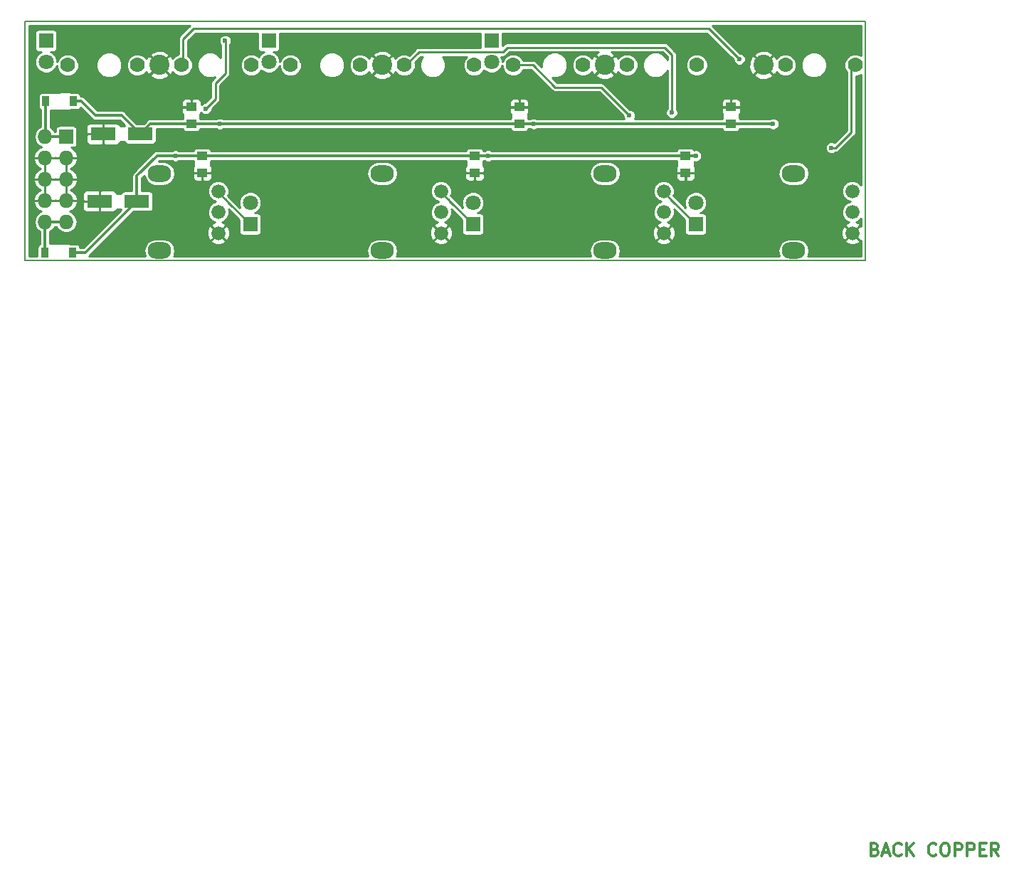
<source format=gbl>
G04 #@! TF.GenerationSoftware,KiCad,Pcbnew,(5.0.1)-3*
G04 #@! TF.CreationDate,2019-07-10T07:46:58-07:00*
G04 #@! TF.ProjectId,active_3attMix_v2,6163746976655F336174744D69785F76,V3*
G04 #@! TF.SameCoordinates,Original*
G04 #@! TF.FileFunction,Copper,L2,Bot,Signal*
G04 #@! TF.FilePolarity,Positive*
%FSLAX46Y46*%
G04 Gerber Fmt 4.6, Leading zero omitted, Abs format (unit mm)*
G04 Created by KiCad (PCBNEW (5.0.1)-3) date 7/10/2019 7:46:58 AM*
%MOMM*%
%LPD*%
G01*
G04 APERTURE LIST*
G04 #@! TA.AperFunction,NonConductor*
%ADD10C,0.300000*%
G04 #@! TD*
G04 #@! TA.AperFunction,NonConductor*
%ADD11C,0.150000*%
G04 #@! TD*
G04 #@! TA.AperFunction,ComponentPad*
%ADD12C,2.400000*%
G04 #@! TD*
G04 #@! TA.AperFunction,ComponentPad*
%ADD13C,1.778000*%
G04 #@! TD*
G04 #@! TA.AperFunction,SMDPad,CuDef*
%ADD14R,3.000000X1.600000*%
G04 #@! TD*
G04 #@! TA.AperFunction,SMDPad,CuDef*
%ADD15R,0.900000X1.200000*%
G04 #@! TD*
G04 #@! TA.AperFunction,ComponentPad*
%ADD16R,1.800000X1.800000*%
G04 #@! TD*
G04 #@! TA.AperFunction,ComponentPad*
%ADD17C,1.800000*%
G04 #@! TD*
G04 #@! TA.AperFunction,SMDPad,CuDef*
%ADD18R,1.250000X1.000000*%
G04 #@! TD*
G04 #@! TA.AperFunction,ComponentPad*
%ADD19C,1.676400*%
G04 #@! TD*
G04 #@! TA.AperFunction,ComponentPad*
%ADD20O,2.800000X2.000000*%
G04 #@! TD*
G04 #@! TA.AperFunction,ComponentPad*
%ADD21R,1.727200X1.727200*%
G04 #@! TD*
G04 #@! TA.AperFunction,ComponentPad*
%ADD22O,1.727200X1.727200*%
G04 #@! TD*
G04 #@! TA.AperFunction,ViaPad*
%ADD23C,0.600000*%
G04 #@! TD*
G04 #@! TA.AperFunction,Conductor*
%ADD24C,0.250000*%
G04 #@! TD*
G04 #@! TA.AperFunction,Conductor*
%ADD25C,0.350000*%
G04 #@! TD*
%ADD26C,0.250000*%
G04 APERTURE END LIST*
D10*
X199616642Y-189313357D02*
X199830928Y-189384785D01*
X199902357Y-189456214D01*
X199973785Y-189599071D01*
X199973785Y-189813357D01*
X199902357Y-189956214D01*
X199830928Y-190027642D01*
X199688071Y-190099071D01*
X199116642Y-190099071D01*
X199116642Y-188599071D01*
X199616642Y-188599071D01*
X199759500Y-188670500D01*
X199830928Y-188741928D01*
X199902357Y-188884785D01*
X199902357Y-189027642D01*
X199830928Y-189170500D01*
X199759500Y-189241928D01*
X199616642Y-189313357D01*
X199116642Y-189313357D01*
X200545214Y-189670500D02*
X201259500Y-189670500D01*
X200402357Y-190099071D02*
X200902357Y-188599071D01*
X201402357Y-190099071D01*
X202759500Y-189956214D02*
X202688071Y-190027642D01*
X202473785Y-190099071D01*
X202330928Y-190099071D01*
X202116642Y-190027642D01*
X201973785Y-189884785D01*
X201902357Y-189741928D01*
X201830928Y-189456214D01*
X201830928Y-189241928D01*
X201902357Y-188956214D01*
X201973785Y-188813357D01*
X202116642Y-188670500D01*
X202330928Y-188599071D01*
X202473785Y-188599071D01*
X202688071Y-188670500D01*
X202759500Y-188741928D01*
X203402357Y-190099071D02*
X203402357Y-188599071D01*
X204259500Y-190099071D02*
X203616642Y-189241928D01*
X204259500Y-188599071D02*
X203402357Y-189456214D01*
X206902357Y-189956214D02*
X206830928Y-190027642D01*
X206616642Y-190099071D01*
X206473785Y-190099071D01*
X206259500Y-190027642D01*
X206116642Y-189884785D01*
X206045214Y-189741928D01*
X205973785Y-189456214D01*
X205973785Y-189241928D01*
X206045214Y-188956214D01*
X206116642Y-188813357D01*
X206259500Y-188670500D01*
X206473785Y-188599071D01*
X206616642Y-188599071D01*
X206830928Y-188670500D01*
X206902357Y-188741928D01*
X207830928Y-188599071D02*
X208116642Y-188599071D01*
X208259500Y-188670500D01*
X208402357Y-188813357D01*
X208473785Y-189099071D01*
X208473785Y-189599071D01*
X208402357Y-189884785D01*
X208259500Y-190027642D01*
X208116642Y-190099071D01*
X207830928Y-190099071D01*
X207688071Y-190027642D01*
X207545214Y-189884785D01*
X207473785Y-189599071D01*
X207473785Y-189099071D01*
X207545214Y-188813357D01*
X207688071Y-188670500D01*
X207830928Y-188599071D01*
X209116642Y-190099071D02*
X209116642Y-188599071D01*
X209688071Y-188599071D01*
X209830928Y-188670500D01*
X209902357Y-188741928D01*
X209973785Y-188884785D01*
X209973785Y-189099071D01*
X209902357Y-189241928D01*
X209830928Y-189313357D01*
X209688071Y-189384785D01*
X209116642Y-189384785D01*
X210616642Y-190099071D02*
X210616642Y-188599071D01*
X211188071Y-188599071D01*
X211330928Y-188670500D01*
X211402357Y-188741928D01*
X211473785Y-188884785D01*
X211473785Y-189099071D01*
X211402357Y-189241928D01*
X211330928Y-189313357D01*
X211188071Y-189384785D01*
X210616642Y-189384785D01*
X212116642Y-189313357D02*
X212616642Y-189313357D01*
X212830928Y-190099071D02*
X212116642Y-190099071D01*
X212116642Y-188599071D01*
X212830928Y-188599071D01*
X214330928Y-190099071D02*
X213830928Y-189384785D01*
X213473785Y-190099071D02*
X213473785Y-188599071D01*
X214045214Y-188599071D01*
X214188071Y-188670500D01*
X214259500Y-188741928D01*
X214330928Y-188884785D01*
X214330928Y-189099071D01*
X214259500Y-189241928D01*
X214188071Y-189313357D01*
X214045214Y-189384785D01*
X213473785Y-189384785D01*
D11*
X98501100Y-119238600D02*
X198501100Y-119238600D01*
X198501100Y-119238600D02*
X198501100Y-90768600D01*
X198501100Y-90768600D02*
X98501100Y-90768600D01*
X98501100Y-90768600D02*
X98501100Y-119238600D01*
D12*
G04 #@! TO.P,IN1,1*
G04 #@! TO.N,GNDA*
X114500000Y-96000000D03*
D13*
G04 #@! TO.P,IN1,3*
G04 #@! TO.N,Net-(ATT1-Pad3)*
X103580000Y-96000000D03*
G04 #@! TO.P,IN1,2*
G04 #@! TO.N,Net-(IN1-Pad2)*
X111880000Y-96000000D03*
G04 #@! TD*
D12*
G04 #@! TO.P,OUT1,1*
G04 #@! TO.N,GNDA*
X114500000Y-96000000D03*
D13*
G04 #@! TO.P,OUT1,3*
G04 #@! TO.N,Net-(OUT1-Pad3)*
X125420000Y-96000000D03*
G04 #@! TO.P,OUT1,2*
G04 #@! TO.N,Net-(OUT1-Pad2)*
X117120000Y-96000000D03*
G04 #@! TD*
D12*
G04 #@! TO.P,IN2,1*
G04 #@! TO.N,GNDA*
X141000000Y-96000000D03*
D13*
G04 #@! TO.P,IN2,3*
G04 #@! TO.N,Net-(ATT2-Pad3)*
X130080000Y-96000000D03*
G04 #@! TO.P,IN2,2*
G04 #@! TO.N,Net-(IN2-Pad2)*
X138380000Y-96000000D03*
G04 #@! TD*
D12*
G04 #@! TO.P,OUT2,1*
G04 #@! TO.N,GNDA*
X141000000Y-96000000D03*
D13*
G04 #@! TO.P,OUT2,3*
G04 #@! TO.N,Net-(OUT2-Pad3)*
X151920000Y-96000000D03*
G04 #@! TO.P,OUT2,2*
G04 #@! TO.N,Net-(OUT2-Pad2)*
X143620000Y-96000000D03*
G04 #@! TD*
D12*
G04 #@! TO.P,IN3,1*
G04 #@! TO.N,GNDA*
X167500000Y-96000000D03*
D13*
G04 #@! TO.P,IN3,3*
G04 #@! TO.N,Net-(ATT3-Pad3)*
X156580000Y-96000000D03*
G04 #@! TO.P,IN3,2*
G04 #@! TO.N,Net-(IN3-Pad2)*
X164880000Y-96000000D03*
G04 #@! TD*
D12*
G04 #@! TO.P,OUT3,1*
G04 #@! TO.N,GNDA*
X167500000Y-96000000D03*
D13*
G04 #@! TO.P,OUT3,3*
G04 #@! TO.N,Net-(OUT3-Pad3)*
X178420000Y-96000000D03*
G04 #@! TO.P,OUT3,2*
G04 #@! TO.N,Net-(OUT3-Pad2)*
X170120000Y-96000000D03*
G04 #@! TD*
D12*
G04 #@! TO.P,MIX1,1*
G04 #@! TO.N,GNDA*
X186350000Y-96000000D03*
D13*
G04 #@! TO.P,MIX1,3*
G04 #@! TO.N,Net-(MIX1-Pad3)*
X197270000Y-96000000D03*
G04 #@! TO.P,MIX1,2*
G04 #@! TO.N,Net-(MIX1-Pad2)*
X188970000Y-96000000D03*
G04 #@! TD*
D14*
G04 #@! TO.P,C6,1*
G04 #@! TO.N,+12VA*
X111800000Y-112200000D03*
G04 #@! TO.P,C6,2*
G04 #@! TO.N,GNDA*
X107400000Y-112200000D03*
G04 #@! TD*
G04 #@! TO.P,C10,1*
G04 #@! TO.N,GNDA*
X107800000Y-104200000D03*
G04 #@! TO.P,C10,2*
G04 #@! TO.N,-12VA*
X112200000Y-104200000D03*
G04 #@! TD*
D15*
G04 #@! TO.P,D3,1*
G04 #@! TO.N,/-12_IN*
X100950000Y-100300000D03*
G04 #@! TO.P,D3,2*
G04 #@! TO.N,-12VA*
X104250000Y-100300000D03*
G04 #@! TD*
G04 #@! TO.P,D1,1*
G04 #@! TO.N,+12VA*
X104150000Y-118300000D03*
G04 #@! TO.P,D1,2*
G04 #@! TO.N,/+12_IN*
X100850000Y-118300000D03*
G04 #@! TD*
D16*
G04 #@! TO.P,JP6,1*
G04 #@! TO.N,+5V_ref*
X154000000Y-93100000D03*
D17*
G04 #@! TO.P,JP6,2*
G04 #@! TO.N,Net-(IN3-Pad2)*
X154000000Y-95640000D03*
G04 #@! TD*
D16*
G04 #@! TO.P,JP5,1*
G04 #@! TO.N,Net-(ATT3-Pad3)*
X178300000Y-114940000D03*
D17*
G04 #@! TO.P,JP5,2*
G04 #@! TO.N,Net-(JP5-Pad2)*
X178300000Y-112400000D03*
G04 #@! TD*
D16*
G04 #@! TO.P,JP4,1*
G04 #@! TO.N,+5V_ref*
X127500000Y-93100000D03*
D17*
G04 #@! TO.P,JP4,2*
G04 #@! TO.N,Net-(IN2-Pad2)*
X127500000Y-95640000D03*
G04 #@! TD*
D16*
G04 #@! TO.P,JP3,1*
G04 #@! TO.N,Net-(ATT2-Pad3)*
X151800000Y-114940000D03*
D17*
G04 #@! TO.P,JP3,2*
G04 #@! TO.N,Net-(JP3-Pad2)*
X151800000Y-112400000D03*
G04 #@! TD*
D16*
G04 #@! TO.P,JP2,1*
G04 #@! TO.N,+5V_ref*
X101000000Y-93100000D03*
D17*
G04 #@! TO.P,JP2,2*
G04 #@! TO.N,Net-(IN1-Pad2)*
X101000000Y-95640000D03*
G04 #@! TD*
D16*
G04 #@! TO.P,JP1,1*
G04 #@! TO.N,Net-(ATT1-Pad3)*
X125300000Y-114940000D03*
D17*
G04 #@! TO.P,JP1,2*
G04 #@! TO.N,Net-(JP1-Pad2)*
X125300000Y-112400000D03*
G04 #@! TD*
D18*
G04 #@! TO.P,C7,1*
G04 #@! TO.N,+12VA*
X152000000Y-106800000D03*
G04 #@! TO.P,C7,2*
G04 #@! TO.N,GNDA*
X152000000Y-108800000D03*
G04 #@! TD*
G04 #@! TO.P,C8,1*
G04 #@! TO.N,+12VA*
X119600000Y-106800000D03*
G04 #@! TO.P,C8,2*
G04 #@! TO.N,GNDA*
X119600000Y-108800000D03*
G04 #@! TD*
G04 #@! TO.P,C9,1*
G04 #@! TO.N,+12VA*
X177100000Y-106800000D03*
G04 #@! TO.P,C9,2*
G04 #@! TO.N,GNDA*
X177100000Y-108800000D03*
G04 #@! TD*
G04 #@! TO.P,C11,1*
G04 #@! TO.N,GNDA*
X157300000Y-101000000D03*
G04 #@! TO.P,C11,2*
G04 #@! TO.N,-12VA*
X157300000Y-103000000D03*
G04 #@! TD*
G04 #@! TO.P,C12,1*
G04 #@! TO.N,GNDA*
X118300000Y-101000000D03*
G04 #@! TO.P,C12,2*
G04 #@! TO.N,-12VA*
X118300000Y-103000000D03*
G04 #@! TD*
G04 #@! TO.P,C13,1*
G04 #@! TO.N,GNDA*
X182500000Y-101000000D03*
G04 #@! TO.P,C13,2*
G04 #@! TO.N,-12VA*
X182500000Y-103000000D03*
G04 #@! TD*
D19*
G04 #@! TO.P,MIXLVL1,1*
G04 #@! TO.N,GNDA*
X196950000Y-116000000D03*
G04 #@! TO.P,MIXLVL1,2*
G04 #@! TO.N,Net-(MIXLVL1-Pad2)*
X196950000Y-113500000D03*
G04 #@! TO.P,MIXLVL1,3*
G04 #@! TO.N,Net-(C4-Pad1)*
X196950000Y-111000000D03*
D20*
G04 #@! TO.P,MIXLVL1,M1*
G04 #@! TO.N,N/C*
X189950000Y-108900000D03*
G04 #@! TO.P,MIXLVL1,M2*
X189950000Y-118100000D03*
G04 #@! TD*
D19*
G04 #@! TO.P,ATT3,1*
G04 #@! TO.N,GNDA*
X174500000Y-116000000D03*
G04 #@! TO.P,ATT3,2*
G04 #@! TO.N,Net-(ATT3-Pad2)*
X174500000Y-113500000D03*
G04 #@! TO.P,ATT3,3*
G04 #@! TO.N,Net-(ATT3-Pad3)*
X174500000Y-111000000D03*
D20*
G04 #@! TO.P,ATT3,M1*
G04 #@! TO.N,N/C*
X167500000Y-108900000D03*
G04 #@! TO.P,ATT3,M2*
X167500000Y-118100000D03*
G04 #@! TD*
D19*
G04 #@! TO.P,ATT2,1*
G04 #@! TO.N,GNDA*
X148000000Y-116000000D03*
G04 #@! TO.P,ATT2,2*
G04 #@! TO.N,Net-(ATT2-Pad2)*
X148000000Y-113500000D03*
G04 #@! TO.P,ATT2,3*
G04 #@! TO.N,Net-(ATT2-Pad3)*
X148000000Y-111000000D03*
D20*
G04 #@! TO.P,ATT2,M1*
G04 #@! TO.N,N/C*
X141000000Y-108900000D03*
G04 #@! TO.P,ATT2,M2*
X141000000Y-118100000D03*
G04 #@! TD*
D19*
G04 #@! TO.P,ATT1,1*
G04 #@! TO.N,GNDA*
X121500000Y-116000000D03*
G04 #@! TO.P,ATT1,2*
G04 #@! TO.N,Net-(ATT1-Pad2)*
X121500000Y-113500000D03*
G04 #@! TO.P,ATT1,3*
G04 #@! TO.N,Net-(ATT1-Pad3)*
X121500000Y-111000000D03*
D20*
G04 #@! TO.P,ATT1,M1*
G04 #@! TO.N,N/C*
X114500000Y-108900000D03*
G04 #@! TO.P,ATT1,M2*
X114500000Y-118100000D03*
G04 #@! TD*
D21*
G04 #@! TO.P,X1,1*
G04 #@! TO.N,/-12_IN*
X103400000Y-104500000D03*
D22*
G04 #@! TO.P,X1,2*
X100860000Y-104500000D03*
G04 #@! TO.P,X1,3*
G04 #@! TO.N,GNDA*
X103400000Y-107040000D03*
G04 #@! TO.P,X1,4*
X100860000Y-107040000D03*
G04 #@! TO.P,X1,5*
X103400000Y-109580000D03*
G04 #@! TO.P,X1,6*
X100860000Y-109580000D03*
G04 #@! TO.P,X1,7*
X103400000Y-112120000D03*
G04 #@! TO.P,X1,8*
X100860000Y-112120000D03*
G04 #@! TO.P,X1,9*
G04 #@! TO.N,/+12_IN*
X103400000Y-114660000D03*
G04 #@! TO.P,X1,10*
X100860000Y-114660000D03*
G04 #@! TD*
D23*
G04 #@! TO.N,GNDA*
X183070500Y-104457500D03*
G04 #@! TO.N,Net-(ATT3-Pad3)*
X170400000Y-102000000D03*
G04 #@! TO.N,+12VA*
X116400000Y-106800000D03*
X153600000Y-106800000D03*
X178300000Y-106800000D03*
G04 #@! TO.N,-12VA*
X187500000Y-103000000D03*
X121700000Y-103000000D03*
X159000000Y-103000000D03*
G04 #@! TO.N,+5V_ref*
X120000000Y-101200000D03*
X122300000Y-93100000D03*
G04 #@! TO.N,Net-(MIX1-Pad3)*
X194450000Y-105850000D03*
G04 #@! TO.N,Net-(OUT1-Pad2)*
X183500000Y-95300000D03*
G04 #@! TO.N,Net-(OUT2-Pad2)*
X175450000Y-101650000D03*
G04 #@! TD*
D24*
G04 #@! TO.N,Net-(ATT1-Pad3)*
X122900000Y-112540000D02*
X125300000Y-114940000D01*
X122360000Y-112000000D02*
X122900000Y-112540000D01*
X122900000Y-112540000D02*
X121500000Y-111140000D01*
X121500000Y-111140000D02*
X121500000Y-111000000D01*
G04 #@! TO.N,Net-(ATT2-Pad3)*
X149160000Y-112300000D02*
X151800000Y-114940000D01*
X148860000Y-112000000D02*
X149160000Y-112300000D01*
X149160000Y-112300000D02*
X148000000Y-111140000D01*
X148000000Y-111140000D02*
X148000000Y-111000000D01*
G04 #@! TO.N,Net-(ATT3-Pad3)*
X175460000Y-112100000D02*
X178300000Y-114940000D01*
X175460000Y-112100000D02*
X174500000Y-111140000D01*
X175360000Y-112000000D02*
X175460000Y-112100000D01*
X174500000Y-111140000D02*
X174500000Y-111000000D01*
X170400000Y-102000000D02*
X167050000Y-98650000D01*
X158950000Y-96000000D02*
X161600000Y-98650000D01*
X161600000Y-98650000D02*
X167050000Y-98650000D01*
X156700000Y-96000000D02*
X158950000Y-96000000D01*
D25*
G04 #@! TO.N,+12VA*
X104150000Y-118300000D02*
X105700000Y-118300000D01*
X105700000Y-118300000D02*
X111800000Y-112200000D01*
X153600000Y-106800000D02*
X176200000Y-106800000D01*
X176200000Y-106800000D02*
X178300000Y-106800000D01*
X177100000Y-106800000D02*
X176200000Y-106800000D01*
X118800000Y-106800000D02*
X151000000Y-106800000D01*
X151000000Y-106800000D02*
X153600000Y-106800000D01*
X152000000Y-106800000D02*
X151000000Y-106800000D01*
X116400000Y-106800000D02*
X118800000Y-106800000D01*
X119600000Y-106800000D02*
X118800000Y-106800000D01*
X111800000Y-109200000D02*
X114200000Y-106800000D01*
X114200000Y-106800000D02*
X116400000Y-106800000D01*
X111800000Y-112200000D02*
X111800000Y-109200000D01*
G04 #@! TO.N,-12VA*
X113400000Y-103000000D02*
X119000000Y-103000000D01*
X112200000Y-104200000D02*
X113400000Y-103000000D01*
X106900000Y-102000000D02*
X110000000Y-102000000D01*
X110000000Y-102000000D02*
X112200000Y-104200000D01*
X105200000Y-100300000D02*
X106900000Y-102000000D01*
X104250000Y-100300000D02*
X105200000Y-100300000D01*
X181500000Y-103000000D02*
X187500000Y-103000000D01*
X159000000Y-103000000D02*
X181500000Y-103000000D01*
X182500000Y-103000000D02*
X181500000Y-103000000D01*
X121700000Y-103000000D02*
X155900000Y-103000000D01*
X155900000Y-103000000D02*
X159000000Y-103000000D01*
X157300000Y-103000000D02*
X155900000Y-103000000D01*
X119000000Y-103000000D02*
X121700000Y-103000000D01*
X118300000Y-103000000D02*
X119000000Y-103000000D01*
D24*
G04 #@! TO.N,+5V_ref*
X120000000Y-101200000D02*
X121150000Y-100050000D01*
X121150000Y-100050000D02*
X121150000Y-98150000D01*
X121150000Y-98150000D02*
X122350000Y-96950000D01*
X122350000Y-93150000D02*
X122300000Y-93100000D01*
X122350000Y-96950000D02*
X122350000Y-93150000D01*
G04 #@! TO.N,Net-(MIX1-Pad3)*
X194450000Y-105850000D02*
X194950000Y-105850000D01*
X194950000Y-105850000D02*
X196795000Y-104005000D01*
X196795000Y-96475000D02*
X197270000Y-96000000D01*
X196795000Y-97980500D02*
X196795000Y-96475000D01*
X196795000Y-104005000D02*
X196795000Y-97980500D01*
G04 #@! TO.N,Net-(OUT1-Pad2)*
X179850000Y-91650000D02*
X183500000Y-95300000D01*
X118550000Y-91650000D02*
X179850000Y-91650000D01*
X117325000Y-92875000D02*
X118550000Y-91650000D01*
X117325000Y-95795000D02*
X117120000Y-96000000D01*
X117325000Y-93789500D02*
X117325000Y-95795000D01*
X117325000Y-93789500D02*
X117325000Y-92875000D01*
G04 #@! TO.N,Net-(OUT2-Pad2)*
X143825000Y-96000000D02*
X143620000Y-96000000D01*
X174600000Y-93900000D02*
X155900000Y-93900000D01*
X155900000Y-93900000D02*
X155350000Y-94450000D01*
X175450000Y-101650000D02*
X175450000Y-94750000D01*
X155350000Y-94450000D02*
X145375000Y-94450000D01*
X175450000Y-94750000D02*
X174600000Y-93900000D01*
X145375000Y-94450000D02*
X143825000Y-96000000D01*
D25*
G04 #@! TO.N,/+12_IN*
X100860000Y-114660000D02*
X100860000Y-118290000D01*
X100860000Y-118290000D02*
X100850000Y-118300000D01*
X103400000Y-114660000D02*
X100860000Y-114660000D01*
G04 #@! TO.N,/-12_IN*
X100860000Y-104500000D02*
X103400000Y-104500000D01*
X100950000Y-100300000D02*
X100950000Y-104410000D01*
X100950000Y-104410000D02*
X100860000Y-104500000D01*
G04 #@! TD*
D24*
G04 #@! TO.N,GNDA*
X118143364Y-91268600D02*
X99001100Y-91268600D01*
X198001101Y-91268600D02*
X180256636Y-91268600D01*
X117916084Y-91506100D02*
X99001100Y-91506100D01*
X198001101Y-91506100D02*
X180483917Y-91506100D01*
X117678584Y-91743600D02*
X99001100Y-91743600D01*
X198001101Y-91743600D02*
X180721417Y-91743600D01*
X99735122Y-91981100D02*
X99001100Y-91981100D01*
X117441084Y-91981100D02*
X102264879Y-91981100D01*
X198001101Y-91981100D02*
X180958917Y-91981100D01*
X99666674Y-92218600D02*
X99001100Y-92218600D01*
X117203584Y-92218600D02*
X102333326Y-92218600D01*
X126166674Y-92218600D02*
X118759216Y-92218600D01*
X152666674Y-92218600D02*
X128833326Y-92218600D01*
X179640783Y-92218600D02*
X155333326Y-92218600D01*
X198001101Y-92218600D02*
X181196417Y-92218600D01*
X99666674Y-92456100D02*
X99001100Y-92456100D01*
X116961956Y-92456100D02*
X102333326Y-92456100D01*
X121959995Y-92456100D02*
X118521716Y-92456100D01*
X126166674Y-92456100D02*
X122640006Y-92456100D01*
X152666674Y-92456100D02*
X128833326Y-92456100D01*
X179878283Y-92456100D02*
X155333326Y-92456100D01*
X198001101Y-92456100D02*
X181433917Y-92456100D01*
X99666674Y-92693600D02*
X99001100Y-92693600D01*
X116800309Y-92693600D02*
X102333326Y-92693600D01*
X121683602Y-92693600D02*
X118284216Y-92693600D01*
X126166674Y-92693600D02*
X122916399Y-92693600D01*
X152666674Y-92693600D02*
X128833326Y-92693600D01*
X180115783Y-92693600D02*
X155333326Y-92693600D01*
X198001101Y-92693600D02*
X181671417Y-92693600D01*
X99666674Y-92931100D02*
X99001100Y-92931100D01*
X116775001Y-92931100D02*
X102333326Y-92931100D01*
X121585227Y-92931100D02*
X118046716Y-92931100D01*
X126166674Y-92931100D02*
X123014774Y-92931100D01*
X152666674Y-92931100D02*
X128833326Y-92931100D01*
X180353283Y-92931100D02*
X155333326Y-92931100D01*
X198001101Y-92931100D02*
X181908917Y-92931100D01*
X99666674Y-93168600D02*
X99001100Y-93168600D01*
X116775001Y-93168600D02*
X102333326Y-93168600D01*
X121575000Y-93168600D02*
X117875000Y-93168600D01*
X126166674Y-93168600D02*
X123025000Y-93168600D01*
X152666674Y-93168600D02*
X128833326Y-93168600D01*
X180590783Y-93168600D02*
X155333326Y-93168600D01*
X198001101Y-93168600D02*
X182146418Y-93168600D01*
X99666674Y-93406100D02*
X99001100Y-93406100D01*
X116775001Y-93406100D02*
X102333326Y-93406100D01*
X121642055Y-93406100D02*
X117875000Y-93406100D01*
X126166674Y-93406100D02*
X122957944Y-93406100D01*
X152666674Y-93406100D02*
X128833326Y-93406100D01*
X155649200Y-93406100D02*
X155333326Y-93406100D01*
X180828283Y-93406100D02*
X174850801Y-93406100D01*
X198001101Y-93406100D02*
X182383918Y-93406100D01*
X99666674Y-93643600D02*
X99001100Y-93643600D01*
X116775001Y-93643600D02*
X102333326Y-93643600D01*
X121800001Y-93643600D02*
X117875000Y-93643600D01*
X126166674Y-93643600D02*
X122900000Y-93643600D01*
X152666674Y-93643600D02*
X128833326Y-93643600D01*
X155378583Y-93643600D02*
X155333326Y-93643600D01*
X181065783Y-93643600D02*
X175121417Y-93643600D01*
X198001101Y-93643600D02*
X182621418Y-93643600D01*
X99666674Y-93881100D02*
X99001100Y-93881100D01*
X116775000Y-93881100D02*
X102333326Y-93881100D01*
X121800001Y-93881100D02*
X117875000Y-93881100D01*
X126166674Y-93881100D02*
X122900000Y-93881100D01*
X152666674Y-93881100D02*
X128833326Y-93881100D01*
X181303282Y-93881100D02*
X175358917Y-93881100D01*
X198001101Y-93881100D02*
X182858918Y-93881100D01*
X99690264Y-94118600D02*
X99001100Y-94118600D01*
X116775000Y-94118600D02*
X102309735Y-94118600D01*
X121800001Y-94118600D02*
X117875000Y-94118600D01*
X126190264Y-94118600D02*
X122900000Y-94118600D01*
X144928584Y-94118600D02*
X128809735Y-94118600D01*
X181540782Y-94118600D02*
X175596418Y-94118600D01*
X198001101Y-94118600D02*
X183096418Y-94118600D01*
X99867961Y-94356100D02*
X99001100Y-94356100D01*
X113971502Y-94356100D02*
X102132038Y-94356100D01*
X116775000Y-94356100D02*
X115053151Y-94356100D01*
X121800001Y-94356100D02*
X117875000Y-94356100D01*
X126367961Y-94356100D02*
X122900000Y-94356100D01*
X140471502Y-94356100D02*
X128632038Y-94356100D01*
X144691084Y-94356100D02*
X141553151Y-94356100D01*
X181778282Y-94356100D02*
X175848284Y-94356100D01*
X185821502Y-94356100D02*
X183333918Y-94356100D01*
X198001101Y-94356100D02*
X186903151Y-94356100D01*
X100172567Y-94593600D02*
X99001100Y-94593600D01*
X107910333Y-94593600D02*
X101827433Y-94593600D01*
X113461842Y-94593600D02*
X109089668Y-94593600D01*
X116775000Y-94593600D02*
X115538159Y-94593600D01*
X119910333Y-94593600D02*
X117875000Y-94593600D01*
X121800001Y-94593600D02*
X121089668Y-94593600D01*
X126672567Y-94593600D02*
X122900000Y-94593600D01*
X134410333Y-94593600D02*
X128327433Y-94593600D01*
X139961842Y-94593600D02*
X135589668Y-94593600D01*
X144453584Y-94593600D02*
X142038159Y-94593600D01*
X160910333Y-94593600D02*
X155984216Y-94593600D01*
X166461842Y-94593600D02*
X162089668Y-94593600D01*
X172910333Y-94593600D02*
X168538159Y-94593600D01*
X174515783Y-94593600D02*
X174089668Y-94593600D01*
X182015782Y-94593600D02*
X175979666Y-94593600D01*
X185311842Y-94593600D02*
X183689117Y-94593600D01*
X191760333Y-94593600D02*
X187388159Y-94593600D01*
X198001101Y-94593600D02*
X192939668Y-94593600D01*
X99935067Y-94831100D02*
X99001100Y-94831100D01*
X102968326Y-94831100D02*
X102064933Y-94831100D01*
X107512224Y-94831100D02*
X104191675Y-94831100D01*
X111268326Y-94831100D02*
X109487776Y-94831100D01*
X113358983Y-94831100D02*
X112491675Y-94831100D01*
X116508326Y-94831100D02*
X115641018Y-94831100D01*
X119512224Y-94831100D02*
X117875000Y-94831100D01*
X121800001Y-94831100D02*
X121487776Y-94831100D01*
X124808326Y-94831100D02*
X122900000Y-94831100D01*
X126435067Y-94831100D02*
X126031675Y-94831100D01*
X129468326Y-94831100D02*
X128564933Y-94831100D01*
X134012224Y-94831100D02*
X130691675Y-94831100D01*
X137768326Y-94831100D02*
X135987776Y-94831100D01*
X139858983Y-94831100D02*
X138991675Y-94831100D01*
X143008326Y-94831100D02*
X142141018Y-94831100D01*
X155968326Y-94831100D02*
X155756836Y-94831100D01*
X160512224Y-94831100D02*
X157191675Y-94831100D01*
X164268326Y-94831100D02*
X162487776Y-94831100D01*
X166358983Y-94831100D02*
X165491675Y-94831100D01*
X169508326Y-94831100D02*
X168641018Y-94831100D01*
X172512224Y-94831100D02*
X170731675Y-94831100D01*
X174753282Y-94831100D02*
X174487776Y-94831100D01*
X177808326Y-94831100D02*
X176000000Y-94831100D01*
X182253282Y-94831100D02*
X179031675Y-94831100D01*
X185208983Y-94831100D02*
X184056406Y-94831100D01*
X188358326Y-94831100D02*
X187491018Y-94831100D01*
X191362224Y-94831100D02*
X189581675Y-94831100D01*
X196658326Y-94831100D02*
X193337776Y-94831100D01*
X198001101Y-94831100D02*
X197881675Y-94831100D01*
X99802512Y-95068600D02*
X99001100Y-95068600D01*
X102653123Y-95068600D02*
X102197489Y-95068600D01*
X107274724Y-95068600D02*
X104506877Y-95068600D01*
X110953123Y-95068600D02*
X109725276Y-95068600D01*
X113029174Y-95068600D02*
X112806877Y-95068600D01*
X113575671Y-95068600D02*
X113561529Y-95068600D01*
X115438471Y-95068600D02*
X115424329Y-95068600D01*
X116193123Y-95068600D02*
X115991540Y-95068600D01*
X119274724Y-95068600D02*
X118046877Y-95068600D01*
X121800001Y-95068600D02*
X121725276Y-95068600D01*
X124493123Y-95068600D02*
X122900000Y-95068600D01*
X129153123Y-95068600D02*
X128697489Y-95068600D01*
X133774724Y-95068600D02*
X131006877Y-95068600D01*
X137453123Y-95068600D02*
X136225276Y-95068600D01*
X139529174Y-95068600D02*
X139306877Y-95068600D01*
X140075671Y-95068600D02*
X140061529Y-95068600D01*
X141938471Y-95068600D02*
X141924329Y-95068600D01*
X142693123Y-95068600D02*
X142491540Y-95068600D01*
X145774724Y-95068600D02*
X145534216Y-95068600D01*
X150993123Y-95068600D02*
X148225276Y-95068600D01*
X155653123Y-95068600D02*
X155197489Y-95068600D01*
X160274724Y-95068600D02*
X157506877Y-95068600D01*
X163953123Y-95068600D02*
X162725276Y-95068600D01*
X166029174Y-95068600D02*
X165806877Y-95068600D01*
X166575671Y-95068600D02*
X166561529Y-95068600D01*
X168438471Y-95068600D02*
X168424329Y-95068600D01*
X169193123Y-95068600D02*
X168991540Y-95068600D01*
X172274724Y-95068600D02*
X171046877Y-95068600D01*
X174900001Y-95068600D02*
X174725276Y-95068600D01*
X177493123Y-95068600D02*
X176000000Y-95068600D01*
X182490782Y-95068600D02*
X179346877Y-95068600D01*
X184879174Y-95068600D02*
X184188886Y-95068600D01*
X185425671Y-95068600D02*
X185411529Y-95068600D01*
X187288471Y-95068600D02*
X187274329Y-95068600D01*
X188043123Y-95068600D02*
X187841540Y-95068600D01*
X191124724Y-95068600D02*
X189896877Y-95068600D01*
X196343123Y-95068600D02*
X193575276Y-95068600D01*
X99704137Y-95306100D02*
X99001100Y-95306100D01*
X102445159Y-95306100D02*
X102295864Y-95306100D01*
X107136775Y-95306100D02*
X104714842Y-95306100D01*
X110745159Y-95306100D02*
X109863226Y-95306100D01*
X113813171Y-95306100D02*
X113799029Y-95306100D01*
X115200971Y-95306100D02*
X115186829Y-95306100D01*
X119136775Y-95306100D02*
X118254842Y-95306100D01*
X124285159Y-95306100D02*
X122900000Y-95306100D01*
X128945159Y-95306100D02*
X128795864Y-95306100D01*
X133636775Y-95306100D02*
X131214842Y-95306100D01*
X137245159Y-95306100D02*
X136363226Y-95306100D01*
X140313171Y-95306100D02*
X140299029Y-95306100D01*
X141700971Y-95306100D02*
X141686829Y-95306100D01*
X145636775Y-95306100D02*
X145296716Y-95306100D01*
X150785159Y-95306100D02*
X148363226Y-95306100D01*
X155445159Y-95306100D02*
X155295864Y-95306100D01*
X160136775Y-95306100D02*
X157714841Y-95306100D01*
X163745159Y-95306100D02*
X162863226Y-95306100D01*
X166813171Y-95306100D02*
X166799029Y-95306100D01*
X168200971Y-95306100D02*
X168186829Y-95306100D01*
X172136775Y-95306100D02*
X171254842Y-95306100D01*
X174900001Y-95306100D02*
X174863226Y-95306100D01*
X177285159Y-95306100D02*
X176000000Y-95306100D01*
X182728282Y-95306100D02*
X179554842Y-95306100D01*
X184770502Y-95306100D02*
X184225000Y-95306100D01*
X185663171Y-95306100D02*
X185649029Y-95306100D01*
X187050971Y-95306100D02*
X187036829Y-95306100D01*
X190986775Y-95306100D02*
X190104842Y-95306100D01*
X196135159Y-95306100D02*
X193713226Y-95306100D01*
X99675000Y-95543600D02*
X99001100Y-95543600D01*
X102346784Y-95543600D02*
X102325000Y-95543600D01*
X107038399Y-95543600D02*
X104813217Y-95543600D01*
X110646784Y-95543600D02*
X109961602Y-95543600D01*
X114050671Y-95543600D02*
X114036529Y-95543600D01*
X114963471Y-95543600D02*
X114949329Y-95543600D01*
X119038399Y-95543600D02*
X118353217Y-95543600D01*
X124186784Y-95543600D02*
X122900000Y-95543600D01*
X128846784Y-95543600D02*
X128825000Y-95543600D01*
X133538399Y-95543600D02*
X131313217Y-95543600D01*
X137146784Y-95543600D02*
X136461602Y-95543600D01*
X140550671Y-95543600D02*
X140536529Y-95543600D01*
X141463471Y-95543600D02*
X141449329Y-95543600D01*
X145538399Y-95543600D02*
X145059216Y-95543600D01*
X150686784Y-95543600D02*
X148461602Y-95543600D01*
X155346784Y-95543600D02*
X155325000Y-95543600D01*
X160038399Y-95543600D02*
X159256924Y-95543600D01*
X163646784Y-95543600D02*
X162961602Y-95543600D01*
X167050671Y-95543600D02*
X167036529Y-95543600D01*
X167963471Y-95543600D02*
X167949329Y-95543600D01*
X172038399Y-95543600D02*
X171353217Y-95543600D01*
X177186784Y-95543600D02*
X176000000Y-95543600D01*
X182816167Y-95543600D02*
X179653217Y-95543600D01*
X184661831Y-95543600D02*
X184183832Y-95543600D01*
X185900671Y-95543600D02*
X185886529Y-95543600D01*
X186813471Y-95543600D02*
X186799329Y-95543600D01*
X190888399Y-95543600D02*
X190203217Y-95543600D01*
X196036784Y-95543600D02*
X193811602Y-95543600D01*
X99675000Y-95781100D02*
X99001100Y-95781100D01*
X106975000Y-95781100D02*
X104894000Y-95781100D01*
X110566000Y-95781100D02*
X110025000Y-95781100D01*
X114288171Y-95781100D02*
X114274029Y-95781100D01*
X114725971Y-95781100D02*
X114711829Y-95781100D01*
X118975000Y-95781100D02*
X118434000Y-95781100D01*
X124106000Y-95781100D02*
X122900000Y-95781100D01*
X133475000Y-95781100D02*
X131394000Y-95781100D01*
X137066000Y-95781100D02*
X136525000Y-95781100D01*
X140788171Y-95781100D02*
X140774029Y-95781100D01*
X141225971Y-95781100D02*
X141211829Y-95781100D01*
X145475000Y-95781100D02*
X144934000Y-95781100D01*
X150606000Y-95781100D02*
X148525000Y-95781100D01*
X159975000Y-95781100D02*
X159508916Y-95781100D01*
X163566000Y-95781100D02*
X163025000Y-95781100D01*
X167288171Y-95781100D02*
X167274029Y-95781100D01*
X167725971Y-95781100D02*
X167711829Y-95781100D01*
X171975000Y-95781100D02*
X171434000Y-95781100D01*
X177106000Y-95781100D02*
X176000000Y-95781100D01*
X182955794Y-95781100D02*
X179734000Y-95781100D01*
X184631832Y-95781100D02*
X184044206Y-95781100D01*
X186138171Y-95781100D02*
X186124029Y-95781100D01*
X186575971Y-95781100D02*
X186561829Y-95781100D01*
X190825000Y-95781100D02*
X190284000Y-95781100D01*
X195956000Y-95781100D02*
X193875000Y-95781100D01*
X99722651Y-96018600D02*
X99001100Y-96018600D01*
X106975000Y-96018600D02*
X104894000Y-96018600D01*
X110566000Y-96018600D02*
X110025000Y-96018600D01*
X114488471Y-96018600D02*
X114474329Y-96018600D01*
X114525671Y-96018600D02*
X114511529Y-96018600D01*
X118975000Y-96018600D02*
X118434000Y-96018600D01*
X124106000Y-96018600D02*
X122900000Y-96018600D01*
X133475000Y-96018600D02*
X131394000Y-96018600D01*
X137066000Y-96018600D02*
X136525000Y-96018600D01*
X140988471Y-96018600D02*
X140974329Y-96018600D01*
X141025671Y-96018600D02*
X141011529Y-96018600D01*
X145475000Y-96018600D02*
X144934000Y-96018600D01*
X150606000Y-96018600D02*
X148525000Y-96018600D01*
X159975000Y-96018600D02*
X159746416Y-96018600D01*
X163566000Y-96018600D02*
X163025000Y-96018600D01*
X167488471Y-96018600D02*
X167474329Y-96018600D01*
X167525671Y-96018600D02*
X167511529Y-96018600D01*
X171975000Y-96018600D02*
X171434000Y-96018600D01*
X177106000Y-96018600D02*
X176000000Y-96018600D01*
X183340336Y-96018600D02*
X179734000Y-96018600D01*
X184623177Y-96018600D02*
X183659663Y-96018600D01*
X186338471Y-96018600D02*
X186324329Y-96018600D01*
X186375671Y-96018600D02*
X186361529Y-96018600D01*
X190825000Y-96018600D02*
X190284000Y-96018600D01*
X195956000Y-96018600D02*
X193875000Y-96018600D01*
X99821027Y-96256100D02*
X99001100Y-96256100D01*
X102266000Y-96256100D02*
X102178972Y-96256100D01*
X106975000Y-96256100D02*
X104894000Y-96256100D01*
X110566000Y-96256100D02*
X110025000Y-96256100D01*
X114250971Y-96256100D02*
X114236829Y-96256100D01*
X114763171Y-96256100D02*
X114749029Y-96256100D01*
X118975000Y-96256100D02*
X118434000Y-96256100D01*
X124106000Y-96256100D02*
X122900000Y-96256100D01*
X128766000Y-96256100D02*
X128678972Y-96256100D01*
X133475000Y-96256100D02*
X131394000Y-96256100D01*
X137066000Y-96256100D02*
X136525000Y-96256100D01*
X140750971Y-96256100D02*
X140736829Y-96256100D01*
X141263171Y-96256100D02*
X141249029Y-96256100D01*
X145475000Y-96256100D02*
X144934000Y-96256100D01*
X150606000Y-96256100D02*
X148525000Y-96256100D01*
X155266000Y-96256100D02*
X155178972Y-96256100D01*
X163566000Y-96256100D02*
X163025000Y-96256100D01*
X167250971Y-96256100D02*
X167236829Y-96256100D01*
X167763171Y-96256100D02*
X167749029Y-96256100D01*
X171975000Y-96256100D02*
X171434000Y-96256100D01*
X177106000Y-96256100D02*
X176000000Y-96256100D01*
X184614522Y-96256100D02*
X179734000Y-96256100D01*
X186100971Y-96256100D02*
X186086829Y-96256100D01*
X186613171Y-96256100D02*
X186599029Y-96256100D01*
X190825000Y-96256100D02*
X190284000Y-96256100D01*
X195956000Y-96256100D02*
X193875000Y-96256100D01*
X99979767Y-96493600D02*
X99001100Y-96493600D01*
X102362192Y-96493600D02*
X102020233Y-96493600D01*
X107053807Y-96493600D02*
X104797807Y-96493600D01*
X110662192Y-96493600D02*
X109946192Y-96493600D01*
X114013471Y-96493600D02*
X113999329Y-96493600D01*
X115000671Y-96493600D02*
X114986529Y-96493600D01*
X119053807Y-96493600D02*
X118337807Y-96493600D01*
X124202192Y-96493600D02*
X122900000Y-96493600D01*
X128862192Y-96493600D02*
X128520233Y-96493600D01*
X133553807Y-96493600D02*
X131297807Y-96493600D01*
X137162192Y-96493600D02*
X136446192Y-96493600D01*
X140513471Y-96493600D02*
X140499329Y-96493600D01*
X141500671Y-96493600D02*
X141486529Y-96493600D01*
X145553807Y-96493600D02*
X144837807Y-96493600D01*
X150702192Y-96493600D02*
X148446192Y-96493600D01*
X155362192Y-96493600D02*
X155020233Y-96493600D01*
X163662192Y-96493600D02*
X162946192Y-96493600D01*
X167013471Y-96493600D02*
X166999329Y-96493600D01*
X168000671Y-96493600D02*
X167986529Y-96493600D01*
X172053807Y-96493600D02*
X171337807Y-96493600D01*
X177202192Y-96493600D02*
X176000000Y-96493600D01*
X184693112Y-96493600D02*
X179637807Y-96493600D01*
X185863471Y-96493600D02*
X185849329Y-96493600D01*
X186850671Y-96493600D02*
X186836529Y-96493600D01*
X190903807Y-96493600D02*
X190187807Y-96493600D01*
X196052192Y-96493600D02*
X193796192Y-96493600D01*
X100217267Y-96731100D02*
X99001100Y-96731100D01*
X102460567Y-96731100D02*
X101782733Y-96731100D01*
X107152183Y-96731100D02*
X104699432Y-96731100D01*
X110760567Y-96731100D02*
X109847816Y-96731100D01*
X113775971Y-96731100D02*
X113761829Y-96731100D01*
X115238171Y-96731100D02*
X115224029Y-96731100D01*
X119152183Y-96731100D02*
X118239432Y-96731100D01*
X124300567Y-96731100D02*
X122900000Y-96731100D01*
X126717267Y-96731100D02*
X126539432Y-96731100D01*
X128960567Y-96731100D02*
X128282733Y-96731100D01*
X133652183Y-96731100D02*
X131199432Y-96731100D01*
X137260567Y-96731100D02*
X136347816Y-96731100D01*
X140275971Y-96731100D02*
X140261829Y-96731100D01*
X141738171Y-96731100D02*
X141724029Y-96731100D01*
X145652183Y-96731100D02*
X144739432Y-96731100D01*
X150800567Y-96731100D02*
X148347816Y-96731100D01*
X153217267Y-96731100D02*
X153039432Y-96731100D01*
X155460567Y-96731100D02*
X154782733Y-96731100D01*
X158903283Y-96731100D02*
X157699432Y-96731100D01*
X163760567Y-96731100D02*
X162847816Y-96731100D01*
X166775971Y-96731100D02*
X166761829Y-96731100D01*
X168238171Y-96731100D02*
X168224029Y-96731100D01*
X172152183Y-96731100D02*
X171239432Y-96731100D01*
X174900001Y-96731100D02*
X174847817Y-96731100D01*
X177300567Y-96731100D02*
X176000000Y-96731100D01*
X184781498Y-96731100D02*
X179539432Y-96731100D01*
X185625971Y-96731100D02*
X185611829Y-96731100D01*
X187088171Y-96731100D02*
X187074029Y-96731100D01*
X191002183Y-96731100D02*
X190089432Y-96731100D01*
X196150567Y-96731100D02*
X193697816Y-96731100D01*
X102690323Y-96968600D02*
X99001100Y-96968600D01*
X107311924Y-96968600D02*
X104469677Y-96968600D01*
X110990323Y-96968600D02*
X109688076Y-96968600D01*
X113033316Y-96968600D02*
X112769677Y-96968600D01*
X113538471Y-96968600D02*
X113524329Y-96968600D01*
X115475671Y-96968600D02*
X115461529Y-96968600D01*
X116230323Y-96968600D02*
X115953805Y-96968600D01*
X119311924Y-96968600D02*
X118009677Y-96968600D01*
X124530323Y-96968600D02*
X122907075Y-96968600D01*
X129190323Y-96968600D02*
X126309677Y-96968600D01*
X133811924Y-96968600D02*
X130969677Y-96968600D01*
X137490323Y-96968600D02*
X136188076Y-96968600D01*
X139533316Y-96968600D02*
X139269677Y-96968600D01*
X140038471Y-96968600D02*
X140024329Y-96968600D01*
X141975671Y-96968600D02*
X141961529Y-96968600D01*
X142730323Y-96968600D02*
X142453805Y-96968600D01*
X145811924Y-96968600D02*
X144509677Y-96968600D01*
X151030323Y-96968600D02*
X148188076Y-96968600D01*
X155690323Y-96968600D02*
X152809677Y-96968600D01*
X159140783Y-96968600D02*
X157469677Y-96968600D01*
X163990323Y-96968600D02*
X162688076Y-96968600D01*
X166033316Y-96968600D02*
X165769677Y-96968600D01*
X166538471Y-96968600D02*
X166524329Y-96968600D01*
X168475671Y-96968600D02*
X168461529Y-96968600D01*
X169230323Y-96968600D02*
X168953805Y-96968600D01*
X172311924Y-96968600D02*
X171009677Y-96968600D01*
X174900001Y-96968600D02*
X174688076Y-96968600D01*
X177530323Y-96968600D02*
X176000000Y-96968600D01*
X184883316Y-96968600D02*
X179309677Y-96968600D01*
X185388471Y-96968600D02*
X185374329Y-96968600D01*
X187325671Y-96968600D02*
X187311529Y-96968600D01*
X188080323Y-96968600D02*
X187803805Y-96968600D01*
X191161924Y-96968600D02*
X189859677Y-96968600D01*
X196245001Y-96968600D02*
X193538076Y-96968600D01*
X103058134Y-97206100D02*
X99001100Y-97206100D01*
X107549424Y-97206100D02*
X104101865Y-97206100D01*
X111358134Y-97206100D02*
X109450576Y-97206100D01*
X113375093Y-97206100D02*
X112401864Y-97206100D01*
X116598134Y-97206100D02*
X115624906Y-97206100D01*
X119549424Y-97206100D02*
X117641865Y-97206100D01*
X124898134Y-97206100D02*
X122840358Y-97206100D01*
X129558134Y-97206100D02*
X125941865Y-97206100D01*
X134049424Y-97206100D02*
X130601865Y-97206100D01*
X137858134Y-97206100D02*
X135950576Y-97206100D01*
X139875093Y-97206100D02*
X138901864Y-97206100D01*
X143098134Y-97206100D02*
X142124906Y-97206100D01*
X146049424Y-97206100D02*
X144141865Y-97206100D01*
X151398134Y-97206100D02*
X147950576Y-97206100D01*
X156058134Y-97206100D02*
X152441865Y-97206100D01*
X159378283Y-97206100D02*
X157101865Y-97206100D01*
X164358134Y-97206100D02*
X162450576Y-97206100D01*
X166375093Y-97206100D02*
X165401864Y-97206100D01*
X169598134Y-97206100D02*
X168624906Y-97206100D01*
X172549424Y-97206100D02*
X170641865Y-97206100D01*
X174900001Y-97206100D02*
X174450576Y-97206100D01*
X177898134Y-97206100D02*
X176000000Y-97206100D01*
X185225093Y-97206100D02*
X178941864Y-97206100D01*
X188448134Y-97206100D02*
X187474906Y-97206100D01*
X191399424Y-97206100D02*
X189491865Y-97206100D01*
X196245001Y-97206100D02*
X193300576Y-97206100D01*
X198001101Y-97206100D02*
X197791865Y-97206100D01*
X108000141Y-97443600D02*
X99001100Y-97443600D01*
X113509096Y-97443600D02*
X108999858Y-97443600D01*
X120000141Y-97443600D02*
X115503146Y-97443600D01*
X121078584Y-97443600D02*
X120999858Y-97443600D01*
X134500141Y-97443600D02*
X122634216Y-97443600D01*
X140009096Y-97443600D02*
X135499858Y-97443600D01*
X146500141Y-97443600D02*
X142003146Y-97443600D01*
X159615783Y-97443600D02*
X147499858Y-97443600D01*
X166509096Y-97443600D02*
X161999858Y-97443600D01*
X173000141Y-97443600D02*
X168503146Y-97443600D01*
X174900001Y-97443600D02*
X173999858Y-97443600D01*
X185359096Y-97443600D02*
X176000000Y-97443600D01*
X191850141Y-97443600D02*
X187353146Y-97443600D01*
X196245001Y-97443600D02*
X192849858Y-97443600D01*
X198001101Y-97443600D02*
X197345000Y-97443600D01*
X114028149Y-97681100D02*
X99001100Y-97681100D01*
X120841084Y-97681100D02*
X114928539Y-97681100D01*
X140528149Y-97681100D02*
X122396716Y-97681100D01*
X159853283Y-97681100D02*
X141428539Y-97681100D01*
X167028149Y-97681100D02*
X161408917Y-97681100D01*
X174900001Y-97681100D02*
X167928539Y-97681100D01*
X185878149Y-97681100D02*
X176000000Y-97681100D01*
X196245001Y-97681100D02*
X186778539Y-97681100D01*
X198001101Y-97681100D02*
X197345000Y-97681100D01*
X120643139Y-97918600D02*
X99001100Y-97918600D01*
X160090783Y-97918600D02*
X122159216Y-97918600D01*
X174900001Y-97918600D02*
X161646417Y-97918600D01*
X196245001Y-97918600D02*
X176000000Y-97918600D01*
X198001101Y-97918600D02*
X197345000Y-97918600D01*
X120590438Y-98156100D02*
X99001100Y-98156100D01*
X160328283Y-98156100D02*
X121921716Y-98156100D01*
X174900001Y-98156100D02*
X167300801Y-98156100D01*
X196245001Y-98156100D02*
X176000000Y-98156100D01*
X198001101Y-98156100D02*
X197345000Y-98156100D01*
X120600001Y-98393600D02*
X99001100Y-98393600D01*
X160565783Y-98393600D02*
X121700000Y-98393600D01*
X174900001Y-98393600D02*
X167571417Y-98393600D01*
X196245001Y-98393600D02*
X176000000Y-98393600D01*
X198001101Y-98393600D02*
X197345000Y-98393600D01*
X120600001Y-98631100D02*
X99001100Y-98631100D01*
X160803283Y-98631100D02*
X121700000Y-98631100D01*
X174900001Y-98631100D02*
X167808917Y-98631100D01*
X196245001Y-98631100D02*
X176000000Y-98631100D01*
X198001101Y-98631100D02*
X197345000Y-98631100D01*
X120600001Y-98868600D02*
X99001100Y-98868600D01*
X161040783Y-98868600D02*
X121700000Y-98868600D01*
X174900001Y-98868600D02*
X168046417Y-98868600D01*
X196245001Y-98868600D02*
X176000000Y-98868600D01*
X198001101Y-98868600D02*
X197345000Y-98868600D01*
X120600001Y-99106100D02*
X99001100Y-99106100D01*
X161292627Y-99106100D02*
X121700000Y-99106100D01*
X174900001Y-99106100D02*
X168283917Y-99106100D01*
X196245001Y-99106100D02*
X176000000Y-99106100D01*
X198001101Y-99106100D02*
X197345000Y-99106100D01*
X100268411Y-99343600D02*
X99001100Y-99343600D01*
X120600001Y-99343600D02*
X104931590Y-99343600D01*
X166965783Y-99343600D02*
X121700000Y-99343600D01*
X174900001Y-99343600D02*
X168521417Y-99343600D01*
X196245001Y-99343600D02*
X176000000Y-99343600D01*
X198001101Y-99343600D02*
X197345000Y-99343600D01*
X100090325Y-99581100D02*
X99001100Y-99581100D01*
X120600001Y-99581100D02*
X105109676Y-99581100D01*
X167203283Y-99581100D02*
X121700000Y-99581100D01*
X174900001Y-99581100D02*
X168758917Y-99581100D01*
X196245001Y-99581100D02*
X176000000Y-99581100D01*
X198001101Y-99581100D02*
X197345000Y-99581100D01*
X100066674Y-99818600D02*
X99001100Y-99818600D01*
X120600001Y-99818600D02*
X105559504Y-99818600D01*
X167440783Y-99818600D02*
X121700000Y-99818600D01*
X174900001Y-99818600D02*
X168996418Y-99818600D01*
X196245001Y-99818600D02*
X176000000Y-99818600D01*
X198001101Y-99818600D02*
X197345000Y-99818600D01*
X100066674Y-100056100D02*
X99001100Y-100056100D01*
X117376437Y-100056100D02*
X105804628Y-100056100D01*
X118355150Y-100056100D02*
X118244850Y-100056100D01*
X120366084Y-100056100D02*
X119223563Y-100056100D01*
X156376437Y-100056100D02*
X121709561Y-100056100D01*
X157355150Y-100056100D02*
X157244850Y-100056100D01*
X167678283Y-100056100D02*
X158223563Y-100056100D01*
X174900001Y-100056100D02*
X169233918Y-100056100D01*
X181576437Y-100056100D02*
X176000000Y-100056100D01*
X182555150Y-100056100D02*
X182444850Y-100056100D01*
X196245001Y-100056100D02*
X183423563Y-100056100D01*
X198001101Y-100056100D02*
X197345000Y-100056100D01*
X100066674Y-100293600D02*
X99001100Y-100293600D01*
X117192238Y-100293600D02*
X106042128Y-100293600D01*
X118305000Y-100293600D02*
X118295000Y-100293600D01*
X120128584Y-100293600D02*
X119407763Y-100293600D01*
X156192238Y-100293600D02*
X121648711Y-100293600D01*
X157305000Y-100293600D02*
X157295000Y-100293600D01*
X167915783Y-100293600D02*
X158407763Y-100293600D01*
X174900001Y-100293600D02*
X169471418Y-100293600D01*
X181392238Y-100293600D02*
X176000000Y-100293600D01*
X182505000Y-100293600D02*
X182495000Y-100293600D01*
X196245001Y-100293600D02*
X183607763Y-100293600D01*
X198001101Y-100293600D02*
X197345000Y-100293600D01*
X100066674Y-100531100D02*
X99001100Y-100531100D01*
X117150000Y-100531100D02*
X106279628Y-100531100D01*
X118305000Y-100531100D02*
X118295000Y-100531100D01*
X119720350Y-100531100D02*
X119450000Y-100531100D01*
X156150000Y-100531100D02*
X121446716Y-100531100D01*
X157305000Y-100531100D02*
X157295000Y-100531100D01*
X168153283Y-100531100D02*
X158450000Y-100531100D01*
X174900001Y-100531100D02*
X169708918Y-100531100D01*
X181350000Y-100531100D02*
X176000000Y-100531100D01*
X182505000Y-100531100D02*
X182495000Y-100531100D01*
X196245001Y-100531100D02*
X183650000Y-100531100D01*
X198001101Y-100531100D02*
X197345000Y-100531100D01*
X100066674Y-100768600D02*
X99001100Y-100768600D01*
X117150000Y-100768600D02*
X106517128Y-100768600D01*
X118305000Y-100768600D02*
X118295000Y-100768600D01*
X156150000Y-100768600D02*
X121209216Y-100768600D01*
X157305000Y-100768600D02*
X157295000Y-100768600D01*
X168390782Y-100768600D02*
X158450000Y-100768600D01*
X174900001Y-100768600D02*
X169946418Y-100768600D01*
X181350000Y-100768600D02*
X176000000Y-100768600D01*
X182505000Y-100768600D02*
X182495000Y-100768600D01*
X196245001Y-100768600D02*
X183650000Y-100768600D01*
X198001101Y-100768600D02*
X197345000Y-100768600D01*
X100087778Y-101006100D02*
X99001100Y-101006100D01*
X117280150Y-101006100D02*
X106754628Y-101006100D01*
X118305000Y-101006100D02*
X118295000Y-101006100D01*
X156280150Y-101006100D02*
X120971716Y-101006100D01*
X157305000Y-101006100D02*
X157295000Y-101006100D01*
X168628282Y-101006100D02*
X158319850Y-101006100D01*
X174900001Y-101006100D02*
X170183918Y-101006100D01*
X181480150Y-101006100D02*
X176000000Y-101006100D01*
X182505000Y-101006100D02*
X182495000Y-101006100D01*
X196245001Y-101006100D02*
X183519850Y-101006100D01*
X198001101Y-101006100D02*
X197345000Y-101006100D01*
X100249253Y-101243600D02*
X99001100Y-101243600D01*
X105295072Y-101243600D02*
X104950746Y-101243600D01*
X117150000Y-101243600D02*
X106992128Y-101243600D01*
X156150000Y-101243600D02*
X120734216Y-101243600D01*
X168865782Y-101243600D02*
X158450000Y-101243600D01*
X174833602Y-101243600D02*
X170421418Y-101243600D01*
X181350000Y-101243600D02*
X176066399Y-101243600D01*
X196245001Y-101243600D02*
X183650000Y-101243600D01*
X198001101Y-101243600D02*
X197345000Y-101243600D01*
X100350000Y-101481100D02*
X99001100Y-101481100D01*
X105532572Y-101481100D02*
X101550000Y-101481100D01*
X117150000Y-101481100D02*
X110303382Y-101481100D01*
X156150000Y-101481100D02*
X120668299Y-101481100D01*
X169103282Y-101481100D02*
X158450000Y-101481100D01*
X174735227Y-101481100D02*
X170906406Y-101481100D01*
X181350000Y-101481100D02*
X176164774Y-101481100D01*
X196245001Y-101481100D02*
X183650000Y-101481100D01*
X198001101Y-101481100D02*
X197345000Y-101481100D01*
X100350000Y-101718600D02*
X99001100Y-101718600D01*
X105770072Y-101718600D02*
X101550000Y-101718600D01*
X117197290Y-101718600D02*
X110567128Y-101718600D01*
X119493294Y-101718600D02*
X119402709Y-101718600D01*
X156197290Y-101718600D02*
X120506706Y-101718600D01*
X169340782Y-101718600D02*
X158402709Y-101718600D01*
X174725000Y-101718600D02*
X171068176Y-101718600D01*
X181397290Y-101718600D02*
X176175000Y-101718600D01*
X196245001Y-101718600D02*
X183602709Y-101718600D01*
X198001101Y-101718600D02*
X197345000Y-101718600D01*
X100350000Y-101956100D02*
X99001100Y-101956100D01*
X106007572Y-101956100D02*
X101550000Y-101956100D01*
X117275000Y-101956100D02*
X110804628Y-101956100D01*
X156275000Y-101956100D02*
X119325000Y-101956100D01*
X169578282Y-101956100D02*
X158325000Y-101956100D01*
X174792055Y-101956100D02*
X171125000Y-101956100D01*
X181475000Y-101956100D02*
X176107944Y-101956100D01*
X196245001Y-101956100D02*
X183525000Y-101956100D01*
X198001101Y-101956100D02*
X197345000Y-101956100D01*
X100350000Y-102193600D02*
X99001100Y-102193600D01*
X106245072Y-102193600D02*
X101550000Y-102193600D01*
X117275000Y-102193600D02*
X111042128Y-102193600D01*
X156275000Y-102193600D02*
X119325000Y-102193600D01*
X169695457Y-102193600D02*
X158325000Y-102193600D01*
X174968294Y-102193600D02*
X171104542Y-102193600D01*
X181475000Y-102193600D02*
X175931706Y-102193600D01*
X196245001Y-102193600D02*
X183525000Y-102193600D01*
X198001101Y-102193600D02*
X197345000Y-102193600D01*
X100350000Y-102431100D02*
X99001100Y-102431100D01*
X106466439Y-102431100D02*
X101550000Y-102431100D01*
X113184559Y-102431100D02*
X111279628Y-102431100D01*
X196245001Y-102431100D02*
X187956406Y-102431100D01*
X198001101Y-102431100D02*
X197345000Y-102431100D01*
X100350000Y-102668600D02*
X99001100Y-102668600D01*
X109820072Y-102668600D02*
X101550000Y-102668600D01*
X112882872Y-102668600D02*
X111517128Y-102668600D01*
X196245001Y-102668600D02*
X188147465Y-102668600D01*
X198001101Y-102668600D02*
X197345000Y-102668600D01*
X100350000Y-102906100D02*
X99001100Y-102906100D01*
X106120489Y-102906100D02*
X101550000Y-102906100D01*
X107905150Y-102906100D02*
X107694850Y-102906100D01*
X110057572Y-102906100D02*
X109479512Y-102906100D01*
X112645372Y-102906100D02*
X111754628Y-102906100D01*
X196245001Y-102906100D02*
X188225000Y-102906100D01*
X198001101Y-102906100D02*
X197345000Y-102906100D01*
X100350000Y-103143600D02*
X99001100Y-103143600D01*
X105837948Y-103143600D02*
X101550000Y-103143600D01*
X107805000Y-103143600D02*
X107795000Y-103143600D01*
X110295072Y-103143600D02*
X109762052Y-103143600D01*
X196245001Y-103143600D02*
X188225000Y-103143600D01*
X198001101Y-103143600D02*
X197345000Y-103143600D01*
X100215133Y-103381100D02*
X99001100Y-103381100D01*
X102195843Y-103381100D02*
X101550000Y-103381100D01*
X105775000Y-103381100D02*
X104604158Y-103381100D01*
X107805000Y-103381100D02*
X107795000Y-103381100D01*
X196245001Y-103381100D02*
X188126878Y-103381100D01*
X198001101Y-103381100D02*
X197345000Y-103381100D01*
X99899147Y-103618600D02*
X99001100Y-103618600D01*
X102106615Y-103618600D02*
X101820854Y-103618600D01*
X105775000Y-103618600D02*
X104693386Y-103618600D01*
X107805000Y-103618600D02*
X107795000Y-103618600D01*
X117265264Y-103618600D02*
X114133326Y-103618600D01*
X121298914Y-103618600D02*
X119334735Y-103618600D01*
X156265264Y-103618600D02*
X122101085Y-103618600D01*
X158598914Y-103618600D02*
X158334735Y-103618600D01*
X181465264Y-103618600D02*
X159401085Y-103618600D01*
X187098914Y-103618600D02*
X183534735Y-103618600D01*
X196245001Y-103618600D02*
X187901085Y-103618600D01*
X198001101Y-103618600D02*
X197345000Y-103618600D01*
X99740454Y-103856100D02*
X99001100Y-103856100D01*
X102103074Y-103856100D02*
X101979546Y-103856100D01*
X105775000Y-103856100D02*
X104696926Y-103856100D01*
X107805000Y-103856100D02*
X107795000Y-103856100D01*
X117442961Y-103856100D02*
X114133326Y-103856100D01*
X156442961Y-103856100D02*
X119157038Y-103856100D01*
X181642961Y-103856100D02*
X158157038Y-103856100D01*
X196166084Y-103856100D02*
X183357038Y-103856100D01*
X198001101Y-103856100D02*
X197345000Y-103856100D01*
X99626993Y-104093600D02*
X99001100Y-104093600D01*
X105804850Y-104093600D02*
X104696926Y-104093600D01*
X107805000Y-104093600D02*
X107795000Y-104093600D01*
X195928584Y-104093600D02*
X114133326Y-104093600D01*
X198001101Y-104093600D02*
X197338151Y-104093600D01*
X99579752Y-104331100D02*
X99001100Y-104331100D01*
X105780150Y-104331100D02*
X104696926Y-104331100D01*
X107805000Y-104331100D02*
X107795000Y-104331100D01*
X195691084Y-104331100D02*
X114133326Y-104331100D01*
X198001101Y-104331100D02*
X197238586Y-104331100D01*
X99559800Y-104568600D02*
X99001100Y-104568600D01*
X105775000Y-104568600D02*
X104696926Y-104568600D01*
X107805000Y-104568600D02*
X107795000Y-104568600D01*
X195453584Y-104568600D02*
X114133326Y-104568600D01*
X198001101Y-104568600D02*
X197009216Y-104568600D01*
X99607041Y-104806100D02*
X99001100Y-104806100D01*
X105775000Y-104806100D02*
X104696926Y-104806100D01*
X107805000Y-104806100D02*
X107795000Y-104806100D01*
X195216084Y-104806100D02*
X114133326Y-104806100D01*
X198001101Y-104806100D02*
X196771716Y-104806100D01*
X99673435Y-105043600D02*
X99001100Y-105043600D01*
X105775000Y-105043600D02*
X104696926Y-105043600D01*
X107805000Y-105043600D02*
X107795000Y-105043600D01*
X194978584Y-105043600D02*
X114124653Y-105043600D01*
X198001101Y-105043600D02*
X196534216Y-105043600D01*
X99832127Y-105281100D02*
X99001100Y-105281100D01*
X105848178Y-105281100D02*
X104696926Y-105281100D01*
X107805000Y-105281100D02*
X107795000Y-105281100D01*
X110376681Y-105281100D02*
X109751821Y-105281100D01*
X193993594Y-105281100D02*
X114023318Y-105281100D01*
X198001101Y-105281100D02*
X196296716Y-105281100D01*
X100065023Y-105518600D02*
X99001100Y-105518600D01*
X106180119Y-105518600D02*
X104666094Y-105518600D01*
X107929850Y-105518600D02*
X107670150Y-105518600D01*
X193802536Y-105518600D02*
X109419880Y-105518600D01*
X198001101Y-105518600D02*
X196059216Y-105518600D01*
X100392903Y-105756100D02*
X99001100Y-105756100D01*
X193725000Y-105756100D02*
X104441161Y-105756100D01*
X198001101Y-105756100D02*
X195821716Y-105756100D01*
X99973428Y-105993600D02*
X99001100Y-105993600D01*
X118668587Y-105993600D02*
X104286573Y-105993600D01*
X151068587Y-105993600D02*
X120531414Y-105993600D01*
X176168587Y-105993600D02*
X152931414Y-105993600D01*
X193725000Y-105993600D02*
X178031414Y-105993600D01*
X198001101Y-105993600D02*
X195584216Y-105993600D01*
X99752294Y-106231100D02*
X99001100Y-106231100D01*
X113984559Y-106231100D02*
X104507707Y-106231100D01*
X193823121Y-106231100D02*
X178756406Y-106231100D01*
X198001101Y-106231100D02*
X195356836Y-106231100D01*
X99619559Y-106468600D02*
X99001100Y-106468600D01*
X113682872Y-106468600D02*
X104640442Y-106468600D01*
X194048914Y-106468600D02*
X178947465Y-106468600D01*
X198001101Y-106468600D02*
X194851085Y-106468600D01*
X99530968Y-106706100D02*
X99001100Y-106706100D01*
X113445372Y-106706100D02*
X104729033Y-106706100D01*
X198001101Y-106706100D02*
X179025000Y-106706100D01*
X99554942Y-106943600D02*
X99001100Y-106943600D01*
X113207872Y-106943600D02*
X104705057Y-106943600D01*
X198001101Y-106943600D02*
X179025000Y-106943600D01*
X99531607Y-107181100D02*
X99001100Y-107181100D01*
X100865000Y-107181100D02*
X100855000Y-107181100D01*
X103405000Y-107181100D02*
X103395000Y-107181100D01*
X112970372Y-107181100D02*
X104728394Y-107181100D01*
X198001101Y-107181100D02*
X178926878Y-107181100D01*
X99547640Y-107418600D02*
X99001100Y-107418600D01*
X100865000Y-107418600D02*
X100855000Y-107418600D01*
X103405000Y-107418600D02*
X103395000Y-107418600D01*
X112732872Y-107418600D02*
X104712359Y-107418600D01*
X115998914Y-107418600D02*
X114429929Y-107418600D01*
X118565264Y-107418600D02*
X116801085Y-107418600D01*
X150965264Y-107418600D02*
X120634735Y-107418600D01*
X153198914Y-107418600D02*
X153034735Y-107418600D01*
X176065264Y-107418600D02*
X154001085Y-107418600D01*
X198001101Y-107418600D02*
X178701085Y-107418600D01*
X99636232Y-107656100D02*
X99001100Y-107656100D01*
X100865000Y-107656100D02*
X100855000Y-107656100D01*
X103405000Y-107656100D02*
X103395000Y-107656100D01*
X112495372Y-107656100D02*
X104623767Y-107656100D01*
X118575000Y-107656100D02*
X115603303Y-107656100D01*
X139896698Y-107656100D02*
X120625000Y-107656100D01*
X150975000Y-107656100D02*
X142103303Y-107656100D01*
X166396698Y-107656100D02*
X153025000Y-107656100D01*
X176075000Y-107656100D02*
X168603303Y-107656100D01*
X188846698Y-107656100D02*
X178125000Y-107656100D01*
X198001101Y-107656100D02*
X191053303Y-107656100D01*
X99793912Y-107893600D02*
X99001100Y-107893600D01*
X100865000Y-107893600D02*
X100855000Y-107893600D01*
X103405000Y-107893600D02*
X103395000Y-107893600D01*
X112257872Y-107893600D02*
X104466087Y-107893600D01*
X118575000Y-107893600D02*
X115941377Y-107893600D01*
X139558624Y-107893600D02*
X120625000Y-107893600D01*
X150975000Y-107893600D02*
X142441377Y-107893600D01*
X166058624Y-107893600D02*
X153025000Y-107893600D01*
X176075000Y-107893600D02*
X168941377Y-107893600D01*
X188508624Y-107893600D02*
X178125000Y-107893600D01*
X198001101Y-107893600D02*
X191391377Y-107893600D01*
X100015046Y-108131100D02*
X99001100Y-108131100D01*
X100865000Y-108131100D02*
X100855000Y-108131100D01*
X103405000Y-108131100D02*
X103395000Y-108131100D01*
X112020372Y-108131100D02*
X104244953Y-108131100D01*
X118476705Y-108131100D02*
X116100070Y-108131100D01*
X139399931Y-108131100D02*
X120723296Y-108131100D01*
X150876705Y-108131100D02*
X142600070Y-108131100D01*
X165899931Y-108131100D02*
X153123296Y-108131100D01*
X175976705Y-108131100D02*
X169100070Y-108131100D01*
X188349931Y-108131100D02*
X178223296Y-108131100D01*
X198001101Y-108131100D02*
X191550070Y-108131100D01*
X100234138Y-108368600D02*
X99001100Y-108368600D01*
X100865000Y-108368600D02*
X100855000Y-108368600D01*
X103405000Y-108368600D02*
X103395000Y-108368600D01*
X111782872Y-108368600D02*
X104025863Y-108368600D01*
X118450000Y-108368600D02*
X116247215Y-108368600D01*
X139252786Y-108368600D02*
X120750000Y-108368600D01*
X150850000Y-108368600D02*
X142747215Y-108368600D01*
X165752786Y-108368600D02*
X153150000Y-108368600D01*
X175950000Y-108368600D02*
X169247215Y-108368600D01*
X188202786Y-108368600D02*
X178250000Y-108368600D01*
X198001101Y-108368600D02*
X191697215Y-108368600D01*
X99905924Y-108606100D02*
X99001100Y-108606100D01*
X100865000Y-108606100D02*
X100855000Y-108606100D01*
X103405000Y-108606100D02*
X103395000Y-108606100D01*
X111545372Y-108606100D02*
X104354077Y-108606100D01*
X118450000Y-108606100D02*
X116294457Y-108606100D01*
X139205544Y-108606100D02*
X120750000Y-108606100D01*
X150850000Y-108606100D02*
X142794457Y-108606100D01*
X165705544Y-108606100D02*
X153150000Y-108606100D01*
X175950000Y-108606100D02*
X169294457Y-108606100D01*
X188155544Y-108606100D02*
X178250000Y-108606100D01*
X198001101Y-108606100D02*
X191744457Y-108606100D01*
X99684790Y-108843600D02*
X99001100Y-108843600D01*
X100865000Y-108843600D02*
X100855000Y-108843600D01*
X103405000Y-108843600D02*
X103395000Y-108843600D01*
X111316527Y-108843600D02*
X104575211Y-108843600D01*
X118542650Y-108843600D02*
X116341699Y-108843600D01*
X119605000Y-108843600D02*
X119595000Y-108843600D01*
X139158302Y-108843600D02*
X120657350Y-108843600D01*
X150942650Y-108843600D02*
X142841699Y-108843600D01*
X152005000Y-108843600D02*
X151995000Y-108843600D01*
X165658302Y-108843600D02*
X153057350Y-108843600D01*
X176042650Y-108843600D02*
X169341699Y-108843600D01*
X177105000Y-108843600D02*
X177095000Y-108843600D01*
X188108302Y-108843600D02*
X178157350Y-108843600D01*
X198001101Y-108843600D02*
X191791699Y-108843600D01*
X99592515Y-109081100D02*
X99001100Y-109081100D01*
X100865000Y-109081100D02*
X100855000Y-109081100D01*
X103405000Y-109081100D02*
X103395000Y-109081100D01*
X111211898Y-109081100D02*
X104667486Y-109081100D01*
X118450000Y-109081100D02*
X116316893Y-109081100D01*
X119605000Y-109081100D02*
X119595000Y-109081100D01*
X139183106Y-109081100D02*
X120750000Y-109081100D01*
X150850000Y-109081100D02*
X142816893Y-109081100D01*
X152005000Y-109081100D02*
X151995000Y-109081100D01*
X165683106Y-109081100D02*
X153150000Y-109081100D01*
X175950000Y-109081100D02*
X169316893Y-109081100D01*
X177105000Y-109081100D02*
X177095000Y-109081100D01*
X188133106Y-109081100D02*
X178250000Y-109081100D01*
X198001101Y-109081100D02*
X191766893Y-109081100D01*
X99503924Y-109318600D02*
X99001100Y-109318600D01*
X100865000Y-109318600D02*
X100855000Y-109318600D01*
X103405000Y-109318600D02*
X103395000Y-109318600D01*
X111200001Y-109318600D02*
X104756077Y-109318600D01*
X112730348Y-109318600D02*
X112529927Y-109318600D01*
X118450000Y-109318600D02*
X116269651Y-109318600D01*
X119605000Y-109318600D02*
X119595000Y-109318600D01*
X139230347Y-109318600D02*
X120750000Y-109318600D01*
X150850000Y-109318600D02*
X142769651Y-109318600D01*
X152005000Y-109318600D02*
X151995000Y-109318600D01*
X165730347Y-109318600D02*
X153150000Y-109318600D01*
X175950000Y-109318600D02*
X169269651Y-109318600D01*
X177105000Y-109318600D02*
X177095000Y-109318600D01*
X188180347Y-109318600D02*
X178250000Y-109318600D01*
X198001101Y-109318600D02*
X191719652Y-109318600D01*
X99592792Y-109556100D02*
X99001100Y-109556100D01*
X100865000Y-109556100D02*
X100855000Y-109556100D01*
X102132791Y-109556100D02*
X102127208Y-109556100D01*
X103405000Y-109556100D02*
X103395000Y-109556100D01*
X111200001Y-109556100D02*
X104667207Y-109556100D01*
X112824560Y-109556100D02*
X112400000Y-109556100D01*
X118512823Y-109556100D02*
X116175439Y-109556100D01*
X119605000Y-109556100D02*
X119595000Y-109556100D01*
X139324560Y-109556100D02*
X120687176Y-109556100D01*
X150912823Y-109556100D02*
X142675439Y-109556100D01*
X152005000Y-109556100D02*
X151995000Y-109556100D01*
X165824560Y-109556100D02*
X153087176Y-109556100D01*
X176012823Y-109556100D02*
X169175439Y-109556100D01*
X177105000Y-109556100D02*
X177095000Y-109556100D01*
X188274560Y-109556100D02*
X178187176Y-109556100D01*
X198001101Y-109556100D02*
X191625439Y-109556100D01*
X99493757Y-109793600D02*
X99001100Y-109793600D01*
X100865000Y-109793600D02*
X100855000Y-109793600D01*
X103405000Y-109793600D02*
X103395000Y-109793600D01*
X111200001Y-109793600D02*
X104766244Y-109793600D01*
X112983252Y-109793600D02*
X112400000Y-109793600D01*
X118794764Y-109793600D02*
X116016747Y-109793600D01*
X119704850Y-109793600D02*
X119495150Y-109793600D01*
X121111606Y-109793600D02*
X120405235Y-109793600D01*
X139483252Y-109793600D02*
X121888395Y-109793600D01*
X147611606Y-109793600D02*
X142516747Y-109793600D01*
X151194764Y-109793600D02*
X148388395Y-109793600D01*
X152104850Y-109793600D02*
X151895150Y-109793600D01*
X165983252Y-109793600D02*
X152805235Y-109793600D01*
X174111606Y-109793600D02*
X169016747Y-109793600D01*
X176294764Y-109793600D02*
X174888395Y-109793600D01*
X177204850Y-109793600D02*
X176995150Y-109793600D01*
X188433252Y-109793600D02*
X177905235Y-109793600D01*
X196561606Y-109793600D02*
X191466747Y-109793600D01*
X198001101Y-109793600D02*
X197338395Y-109793600D01*
X99574684Y-110031100D02*
X99001100Y-110031100D01*
X100865000Y-110031100D02*
X100855000Y-110031100D01*
X103405000Y-110031100D02*
X103395000Y-110031100D01*
X111200001Y-110031100D02*
X104685315Y-110031100D01*
X113227880Y-110031100D02*
X112400000Y-110031100D01*
X120682464Y-110031100D02*
X115772119Y-110031100D01*
X139727880Y-110031100D02*
X122317536Y-110031100D01*
X147182464Y-110031100D02*
X142272119Y-110031100D01*
X166227880Y-110031100D02*
X148817536Y-110031100D01*
X173682464Y-110031100D02*
X168772119Y-110031100D01*
X188677880Y-110031100D02*
X175317536Y-110031100D01*
X196132464Y-110031100D02*
X191222119Y-110031100D01*
X198001101Y-110031100D02*
X197767536Y-110031100D01*
X99663275Y-110268600D02*
X99001100Y-110268600D01*
X100865000Y-110268600D02*
X100855000Y-110268600D01*
X103405000Y-110268600D02*
X103395000Y-110268600D01*
X111200001Y-110268600D02*
X104596724Y-110268600D01*
X113676111Y-110268600D02*
X112400000Y-110268600D01*
X120444964Y-110268600D02*
X115323888Y-110268600D01*
X140176111Y-110268600D02*
X122555036Y-110268600D01*
X146944964Y-110268600D02*
X141823888Y-110268600D01*
X166676111Y-110268600D02*
X149055036Y-110268600D01*
X173444964Y-110268600D02*
X168323888Y-110268600D01*
X189126111Y-110268600D02*
X175555036Y-110268600D01*
X195894964Y-110268600D02*
X190773888Y-110268600D01*
X99861417Y-110506100D02*
X99001100Y-110506100D01*
X100865000Y-110506100D02*
X100855000Y-110506100D01*
X103405000Y-110506100D02*
X103395000Y-110506100D01*
X111200001Y-110506100D02*
X104398582Y-110506100D01*
X120337302Y-110506100D02*
X112400000Y-110506100D01*
X146837302Y-110506100D02*
X122662699Y-110506100D01*
X173337302Y-110506100D02*
X149162699Y-110506100D01*
X195787302Y-110506100D02*
X175662699Y-110506100D01*
X100129461Y-110743600D02*
X99001100Y-110743600D01*
X100865000Y-110743600D02*
X100855000Y-110743600D01*
X103405000Y-110743600D02*
X103395000Y-110743600D01*
X111200001Y-110743600D02*
X104130538Y-110743600D01*
X120238927Y-110743600D02*
X112400000Y-110743600D01*
X146738927Y-110743600D02*
X122761074Y-110743600D01*
X173238927Y-110743600D02*
X149261074Y-110743600D01*
X195688927Y-110743600D02*
X175761074Y-110743600D01*
X100075373Y-110981100D02*
X99001100Y-110981100D01*
X100865000Y-110981100D02*
X100855000Y-110981100D01*
X103405000Y-110981100D02*
X103395000Y-110981100D01*
X105576437Y-110981100D02*
X104184628Y-110981100D01*
X107430150Y-110981100D02*
X107369850Y-110981100D01*
X110227476Y-110981100D02*
X109223563Y-110981100D01*
X120236800Y-110981100D02*
X113372525Y-110981100D01*
X146736800Y-110981100D02*
X122763200Y-110981100D01*
X173236800Y-110981100D02*
X149263200Y-110981100D01*
X195686800Y-110981100D02*
X175763200Y-110981100D01*
X99838420Y-111218600D02*
X99001100Y-111218600D01*
X100865000Y-111218600D02*
X100855000Y-111218600D01*
X103405000Y-111218600D02*
X103395000Y-111218600D01*
X105406883Y-111218600D02*
X104421582Y-111218600D01*
X107405000Y-111218600D02*
X107395000Y-111218600D01*
X109910065Y-111218600D02*
X109393118Y-111218600D01*
X120236800Y-111218600D02*
X113689936Y-111218600D01*
X124689760Y-111218600D02*
X122763200Y-111218600D01*
X146736800Y-111218600D02*
X125910241Y-111218600D01*
X151189760Y-111218600D02*
X149263200Y-111218600D01*
X173236800Y-111218600D02*
X152410241Y-111218600D01*
X177689760Y-111218600D02*
X175763200Y-111218600D01*
X195686800Y-111218600D02*
X178910241Y-111218600D01*
X99654063Y-111456100D02*
X99001100Y-111456100D01*
X100865000Y-111456100D02*
X100855000Y-111456100D01*
X103405000Y-111456100D02*
X103395000Y-111456100D01*
X105375000Y-111456100D02*
X104605938Y-111456100D01*
X107405000Y-111456100D02*
X107395000Y-111456100D01*
X120321644Y-111456100D02*
X113733326Y-111456100D01*
X124370067Y-111456100D02*
X122678355Y-111456100D01*
X146821644Y-111456100D02*
X126229933Y-111456100D01*
X150870067Y-111456100D02*
X149178355Y-111456100D01*
X173321644Y-111456100D02*
X152729933Y-111456100D01*
X177370067Y-111456100D02*
X175678355Y-111456100D01*
X195771644Y-111456100D02*
X179229933Y-111456100D01*
X99565472Y-111693600D02*
X99001100Y-111693600D01*
X100865000Y-111693600D02*
X100855000Y-111693600D01*
X103405000Y-111693600D02*
X103395000Y-111693600D01*
X105375000Y-111693600D02*
X104694529Y-111693600D01*
X107405000Y-111693600D02*
X107395000Y-111693600D01*
X120420019Y-111693600D02*
X113733326Y-111693600D01*
X124158431Y-111693600D02*
X122831417Y-111693600D01*
X146920019Y-111693600D02*
X126441570Y-111693600D01*
X150658431Y-111693600D02*
X149331417Y-111693600D01*
X173420019Y-111693600D02*
X152941570Y-111693600D01*
X177158431Y-111693600D02*
X175831417Y-111693600D01*
X195870019Y-111693600D02*
X179441570Y-111693600D01*
X99506651Y-111931100D02*
X99001100Y-111931100D01*
X100865000Y-111931100D02*
X100855000Y-111931100D01*
X103405000Y-111931100D02*
X103395000Y-111931100D01*
X105375000Y-111931100D02*
X104753348Y-111931100D01*
X107405000Y-111931100D02*
X107395000Y-111931100D01*
X120644664Y-111931100D02*
X113733326Y-111931100D01*
X124060055Y-111931100D02*
X123068917Y-111931100D01*
X147144664Y-111931100D02*
X126539946Y-111931100D01*
X150560055Y-111931100D02*
X149568917Y-111931100D01*
X173644664Y-111931100D02*
X153039946Y-111931100D01*
X177060055Y-111931100D02*
X176068917Y-111931100D01*
X196094664Y-111931100D02*
X179539946Y-111931100D01*
X99579898Y-112168600D02*
X99001100Y-112168600D01*
X105479850Y-112168600D02*
X104680103Y-112168600D01*
X107405000Y-112168600D02*
X107395000Y-112168600D01*
X121020348Y-112168600D02*
X113733326Y-112168600D01*
X123975000Y-112168600D02*
X123306417Y-112168600D01*
X147520348Y-112168600D02*
X126625000Y-112168600D01*
X150475000Y-112168600D02*
X149806416Y-112168600D01*
X174020348Y-112168600D02*
X153125000Y-112168600D01*
X176975000Y-112168600D02*
X176306417Y-112168600D01*
X196470348Y-112168600D02*
X179625000Y-112168600D01*
X99513136Y-112406100D02*
X99001100Y-112406100D01*
X105375000Y-112406100D02*
X104746863Y-112406100D01*
X107405000Y-112406100D02*
X107395000Y-112406100D01*
X120840006Y-112406100D02*
X113733326Y-112406100D01*
X123975000Y-112406100D02*
X123543917Y-112406100D01*
X147340006Y-112406100D02*
X126625000Y-112406100D01*
X150475000Y-112406100D02*
X150043916Y-112406100D01*
X173840006Y-112406100D02*
X153125000Y-112406100D01*
X176975000Y-112406100D02*
X176543917Y-112406100D01*
X196290006Y-112406100D02*
X179625000Y-112406100D01*
X99601728Y-112643600D02*
X99001100Y-112643600D01*
X105375000Y-112643600D02*
X104658271Y-112643600D01*
X107405000Y-112643600D02*
X107395000Y-112643600D01*
X120569964Y-112643600D02*
X113733326Y-112643600D01*
X123975000Y-112643600D02*
X123781417Y-112643600D01*
X147069964Y-112643600D02*
X126625000Y-112643600D01*
X150475000Y-112643600D02*
X150281416Y-112643600D01*
X173569964Y-112643600D02*
X153125000Y-112643600D01*
X176975000Y-112643600D02*
X176781417Y-112643600D01*
X196019964Y-112643600D02*
X179625000Y-112643600D01*
X99707787Y-112881100D02*
X99001100Y-112881100D01*
X105375000Y-112881100D02*
X104552212Y-112881100D01*
X107405000Y-112881100D02*
X107395000Y-112881100D01*
X120389079Y-112881100D02*
X113733326Y-112881100D01*
X124065108Y-112881100D02*
X124018917Y-112881100D01*
X146889079Y-112881100D02*
X126534891Y-112881100D01*
X150565108Y-112881100D02*
X150518916Y-112881100D01*
X173389079Y-112881100D02*
X153034891Y-112881100D01*
X177065108Y-112881100D02*
X177018917Y-112881100D01*
X195839079Y-112881100D02*
X179534891Y-112881100D01*
X99928921Y-113118600D02*
X99001100Y-113118600D01*
X105380869Y-113118600D02*
X104331078Y-113118600D01*
X107405000Y-113118600D02*
X107395000Y-113118600D01*
X120290703Y-113118600D02*
X113709735Y-113118600D01*
X146790703Y-113118600D02*
X126436515Y-113118600D01*
X173290703Y-113118600D02*
X152936515Y-113118600D01*
X195740703Y-113118600D02*
X179436515Y-113118600D01*
X100288227Y-113356100D02*
X99001100Y-113356100D01*
X105513637Y-113356100D02*
X103971772Y-113356100D01*
X107405000Y-113356100D02*
X107395000Y-113356100D01*
X109795373Y-113356100D02*
X109286363Y-113356100D01*
X120236800Y-113356100D02*
X113532038Y-113356100D01*
X122938283Y-113356100D02*
X122763200Y-113356100D01*
X146736800Y-113356100D02*
X126217733Y-113356100D01*
X149438283Y-113356100D02*
X149263200Y-113356100D01*
X173236800Y-113356100D02*
X152717733Y-113356100D01*
X175938283Y-113356100D02*
X175763200Y-113356100D01*
X195686800Y-113356100D02*
X179217733Y-113356100D01*
X100136562Y-113593600D02*
X99001100Y-113593600D01*
X109557873Y-113593600D02*
X104123439Y-113593600D01*
X120236800Y-113593600D02*
X111254927Y-113593600D01*
X123175783Y-113593600D02*
X122763200Y-113593600D01*
X146736800Y-113593600D02*
X125880786Y-113593600D01*
X149675783Y-113593600D02*
X149263200Y-113593600D01*
X173236800Y-113593600D02*
X152380786Y-113593600D01*
X176175783Y-113593600D02*
X175763200Y-113593600D01*
X195686800Y-113593600D02*
X178880786Y-113593600D01*
X99864067Y-113831100D02*
X99001100Y-113831100D01*
X109320373Y-113831100D02*
X104395934Y-113831100D01*
X120269868Y-113831100D02*
X111017427Y-113831100D01*
X123413283Y-113831100D02*
X122730131Y-113831100D01*
X146769868Y-113831100D02*
X126571561Y-113831100D01*
X149913283Y-113831100D02*
X149230131Y-113831100D01*
X173269868Y-113831100D02*
X153071561Y-113831100D01*
X176413283Y-113831100D02*
X175730131Y-113831100D01*
X195719868Y-113831100D02*
X179571561Y-113831100D01*
X99705375Y-114068600D02*
X99001100Y-114068600D01*
X109082873Y-114068600D02*
X104554626Y-114068600D01*
X120368243Y-114068600D02*
X110779927Y-114068600D01*
X123650783Y-114068600D02*
X122631756Y-114068600D01*
X146868243Y-114068600D02*
X126633326Y-114068600D01*
X150150783Y-114068600D02*
X149131756Y-114068600D01*
X173368243Y-114068600D02*
X153133326Y-114068600D01*
X176650783Y-114068600D02*
X175631756Y-114068600D01*
X195818243Y-114068600D02*
X179633326Y-114068600D01*
X99616550Y-114306100D02*
X99001100Y-114306100D01*
X108845373Y-114306100D02*
X104643451Y-114306100D01*
X120519664Y-114306100D02*
X110542427Y-114306100D01*
X123888283Y-114306100D02*
X122480336Y-114306100D01*
X147019664Y-114306100D02*
X126633326Y-114306100D01*
X150388283Y-114306100D02*
X148980336Y-114306100D01*
X173519664Y-114306100D02*
X153133326Y-114306100D01*
X176888283Y-114306100D02*
X175480336Y-114306100D01*
X195969664Y-114306100D02*
X179633326Y-114306100D01*
X198001100Y-114306100D02*
X197930336Y-114306100D01*
X99569309Y-114543600D02*
X99001100Y-114543600D01*
X108607873Y-114543600D02*
X104690692Y-114543600D01*
X120757164Y-114543600D02*
X110304927Y-114543600D01*
X123966674Y-114543600D02*
X122242836Y-114543600D01*
X147257164Y-114543600D02*
X126633326Y-114543600D01*
X150466674Y-114543600D02*
X148742836Y-114543600D01*
X173757164Y-114543600D02*
X153133326Y-114543600D01*
X176966674Y-114543600D02*
X175242836Y-114543600D01*
X196207164Y-114543600D02*
X179633326Y-114543600D01*
X198001100Y-114543600D02*
X197692836Y-114543600D01*
X99570243Y-114781100D02*
X99001100Y-114781100D01*
X108370373Y-114781100D02*
X104689756Y-114781100D01*
X120867180Y-114781100D02*
X110067427Y-114781100D01*
X123966674Y-114781100D02*
X122112525Y-114781100D01*
X147367180Y-114781100D02*
X126633326Y-114781100D01*
X150466674Y-114781100D02*
X148612525Y-114781100D01*
X173867180Y-114781100D02*
X153133326Y-114781100D01*
X176966674Y-114781100D02*
X175112525Y-114781100D01*
X196317180Y-114781100D02*
X179633326Y-114781100D01*
X198001100Y-114781100D02*
X197562525Y-114781100D01*
X99617484Y-115018600D02*
X99001100Y-115018600D01*
X108132873Y-115018600D02*
X104642515Y-115018600D01*
X120641172Y-115018600D02*
X109829927Y-115018600D01*
X123966674Y-115018600D02*
X122358829Y-115018600D01*
X147141172Y-115018600D02*
X126633326Y-115018600D01*
X150466674Y-115018600D02*
X148858829Y-115018600D01*
X173641172Y-115018600D02*
X153133326Y-115018600D01*
X176966674Y-115018600D02*
X175358829Y-115018600D01*
X196091172Y-115018600D02*
X179633326Y-115018600D01*
X198001100Y-115018600D02*
X197808829Y-115018600D01*
X99708514Y-115256100D02*
X99001100Y-115256100D01*
X107895373Y-115256100D02*
X104551485Y-115256100D01*
X120341094Y-115256100D02*
X109592427Y-115256100D01*
X120763171Y-115256100D02*
X120749029Y-115256100D01*
X122250971Y-115256100D02*
X122236829Y-115256100D01*
X123966674Y-115256100D02*
X122673506Y-115256100D01*
X146841094Y-115256100D02*
X126633326Y-115256100D01*
X147263171Y-115256100D02*
X147249029Y-115256100D01*
X148750971Y-115256100D02*
X148736829Y-115256100D01*
X150466674Y-115256100D02*
X149173506Y-115256100D01*
X173341094Y-115256100D02*
X153133326Y-115256100D01*
X173763171Y-115256100D02*
X173749029Y-115256100D01*
X175250971Y-115256100D02*
X175236829Y-115256100D01*
X176966674Y-115256100D02*
X175673506Y-115256100D01*
X195791094Y-115256100D02*
X179633326Y-115256100D01*
X196213171Y-115256100D02*
X196199029Y-115256100D01*
X197700971Y-115256100D02*
X197686829Y-115256100D01*
X99867207Y-115493600D02*
X99001100Y-115493600D01*
X102407207Y-115493600D02*
X101852792Y-115493600D01*
X107657873Y-115493600D02*
X104392792Y-115493600D01*
X120232639Y-115493600D02*
X109354927Y-115493600D01*
X121000671Y-115493600D02*
X120986529Y-115493600D01*
X122013471Y-115493600D02*
X121999329Y-115493600D01*
X123966674Y-115493600D02*
X122766057Y-115493600D01*
X146732639Y-115493600D02*
X126633326Y-115493600D01*
X147500671Y-115493600D02*
X147486529Y-115493600D01*
X148513471Y-115493600D02*
X148499329Y-115493600D01*
X150466674Y-115493600D02*
X149266057Y-115493600D01*
X173232639Y-115493600D02*
X153133326Y-115493600D01*
X174000671Y-115493600D02*
X173986529Y-115493600D01*
X175013471Y-115493600D02*
X174999329Y-115493600D01*
X176966674Y-115493600D02*
X175766057Y-115493600D01*
X195682639Y-115493600D02*
X179633326Y-115493600D01*
X196450671Y-115493600D02*
X196436529Y-115493600D01*
X197463471Y-115493600D02*
X197449329Y-115493600D01*
X100143594Y-115731100D02*
X99001100Y-115731100D01*
X102683595Y-115731100D02*
X101576404Y-115731100D01*
X107420373Y-115731100D02*
X104116404Y-115731100D01*
X120145528Y-115731100D02*
X109117427Y-115731100D01*
X121238171Y-115731100D02*
X121224029Y-115731100D01*
X121775971Y-115731100D02*
X121761829Y-115731100D01*
X123966674Y-115731100D02*
X122854647Y-115731100D01*
X146645528Y-115731100D02*
X126633326Y-115731100D01*
X147738171Y-115731100D02*
X147724029Y-115731100D01*
X148275971Y-115731100D02*
X148261829Y-115731100D01*
X150466674Y-115731100D02*
X149354647Y-115731100D01*
X173145528Y-115731100D02*
X153133326Y-115731100D01*
X174238171Y-115731100D02*
X174224029Y-115731100D01*
X174775971Y-115731100D02*
X174761829Y-115731100D01*
X176966674Y-115731100D02*
X175854647Y-115731100D01*
X195595528Y-115731100D02*
X179633326Y-115731100D01*
X196688171Y-115731100D02*
X196674029Y-115731100D01*
X197225971Y-115731100D02*
X197211829Y-115731100D01*
X100260000Y-115968600D02*
X99001100Y-115968600D01*
X107182873Y-115968600D02*
X101460000Y-115968600D01*
X120137053Y-115968600D02*
X108879927Y-115968600D01*
X121475671Y-115968600D02*
X121461529Y-115968600D01*
X121538471Y-115968600D02*
X121524329Y-115968600D01*
X123992254Y-115968600D02*
X122865189Y-115968600D01*
X146637053Y-115968600D02*
X126607745Y-115968600D01*
X147975671Y-115968600D02*
X147961529Y-115968600D01*
X148038471Y-115968600D02*
X148024329Y-115968600D01*
X150492254Y-115968600D02*
X149365189Y-115968600D01*
X173137053Y-115968600D02*
X153107745Y-115968600D01*
X174475671Y-115968600D02*
X174461529Y-115968600D01*
X174538471Y-115968600D02*
X174524329Y-115968600D01*
X176992254Y-115968600D02*
X175865189Y-115968600D01*
X195587053Y-115968600D02*
X179607745Y-115968600D01*
X196925671Y-115968600D02*
X196911529Y-115968600D01*
X196988471Y-115968600D02*
X196974329Y-115968600D01*
X100260000Y-116206100D02*
X99001100Y-116206100D01*
X106945373Y-116206100D02*
X101460000Y-116206100D01*
X120128577Y-116206100D02*
X108642427Y-116206100D01*
X121300971Y-116206100D02*
X121286829Y-116206100D01*
X121713171Y-116206100D02*
X121699029Y-116206100D01*
X124182927Y-116206100D02*
X122856713Y-116206100D01*
X146628577Y-116206100D02*
X126417071Y-116206100D01*
X147800971Y-116206100D02*
X147786829Y-116206100D01*
X148213171Y-116206100D02*
X148199029Y-116206100D01*
X150682927Y-116206100D02*
X149356713Y-116206100D01*
X173128577Y-116206100D02*
X152917071Y-116206100D01*
X174300971Y-116206100D02*
X174286829Y-116206100D01*
X174713171Y-116206100D02*
X174699029Y-116206100D01*
X177182927Y-116206100D02*
X175856713Y-116206100D01*
X195578577Y-116206100D02*
X179417071Y-116206100D01*
X196750971Y-116206100D02*
X196736829Y-116206100D01*
X197163171Y-116206100D02*
X197149029Y-116206100D01*
X100260000Y-116443600D02*
X99001100Y-116443600D01*
X106707873Y-116443600D02*
X101460000Y-116443600D01*
X120210518Y-116443600D02*
X108404927Y-116443600D01*
X121063471Y-116443600D02*
X121049329Y-116443600D01*
X121950671Y-116443600D02*
X121936529Y-116443600D01*
X146710518Y-116443600D02*
X122796039Y-116443600D01*
X147563471Y-116443600D02*
X147549329Y-116443600D01*
X148450671Y-116443600D02*
X148436529Y-116443600D01*
X173210518Y-116443600D02*
X149296039Y-116443600D01*
X174063471Y-116443600D02*
X174049329Y-116443600D01*
X174950671Y-116443600D02*
X174936529Y-116443600D01*
X195660518Y-116443600D02*
X175796039Y-116443600D01*
X196513471Y-116443600D02*
X196499329Y-116443600D01*
X197400671Y-116443600D02*
X197386529Y-116443600D01*
X100260000Y-116681100D02*
X99001100Y-116681100D01*
X106470373Y-116681100D02*
X101460000Y-116681100D01*
X113928986Y-116681100D02*
X108167427Y-116681100D01*
X120299108Y-116681100D02*
X115071015Y-116681100D01*
X120825971Y-116681100D02*
X120811829Y-116681100D01*
X122188171Y-116681100D02*
X122174029Y-116681100D01*
X140428986Y-116681100D02*
X122687584Y-116681100D01*
X146799108Y-116681100D02*
X141571015Y-116681100D01*
X147325971Y-116681100D02*
X147311829Y-116681100D01*
X148688171Y-116681100D02*
X148674029Y-116681100D01*
X166928986Y-116681100D02*
X149187584Y-116681100D01*
X173299108Y-116681100D02*
X168071015Y-116681100D01*
X173825971Y-116681100D02*
X173811829Y-116681100D01*
X175188171Y-116681100D02*
X175174029Y-116681100D01*
X189378986Y-116681100D02*
X175687584Y-116681100D01*
X195749108Y-116681100D02*
X190521015Y-116681100D01*
X196275971Y-116681100D02*
X196261829Y-116681100D01*
X197638171Y-116681100D02*
X197624029Y-116681100D01*
X100260000Y-116918600D02*
X99001100Y-116918600D01*
X106232873Y-116918600D02*
X101460000Y-116918600D01*
X113303160Y-116918600D02*
X107929927Y-116918600D01*
X120621421Y-116918600D02*
X115696842Y-116918600D01*
X139803160Y-116918600D02*
X122378578Y-116918600D01*
X147121421Y-116918600D02*
X142196842Y-116918600D01*
X166303160Y-116918600D02*
X148878578Y-116918600D01*
X173621421Y-116918600D02*
X168696842Y-116918600D01*
X188753160Y-116918600D02*
X175378578Y-116918600D01*
X196071421Y-116918600D02*
X191146842Y-116918600D01*
X198001100Y-116918600D02*
X197828578Y-116918600D01*
X100260000Y-117156100D02*
X99001100Y-117156100D01*
X105995373Y-117156100D02*
X101460000Y-117156100D01*
X113016863Y-117156100D02*
X107692427Y-117156100D01*
X120749953Y-117156100D02*
X115983138Y-117156100D01*
X139516863Y-117156100D02*
X122269949Y-117156100D01*
X147249953Y-117156100D02*
X142483138Y-117156100D01*
X166016863Y-117156100D02*
X148769949Y-117156100D01*
X173749953Y-117156100D02*
X168983138Y-117156100D01*
X188466863Y-117156100D02*
X175269949Y-117156100D01*
X196199953Y-117156100D02*
X191433138Y-117156100D01*
X198001100Y-117156100D02*
X197719949Y-117156100D01*
X100093587Y-117393600D02*
X99001100Y-117393600D01*
X105757873Y-117393600D02*
X104906414Y-117393600D01*
X112858170Y-117393600D02*
X107454927Y-117393600D01*
X139358170Y-117393600D02*
X116141831Y-117393600D01*
X165858170Y-117393600D02*
X142641831Y-117393600D01*
X188308170Y-117393600D02*
X169141831Y-117393600D01*
X198001100Y-117393600D02*
X191591831Y-117393600D01*
X99980380Y-117631100D02*
X99001100Y-117631100D01*
X105520373Y-117631100D02*
X105019621Y-117631100D01*
X112740354Y-117631100D02*
X107217427Y-117631100D01*
X139240354Y-117631100D02*
X116259647Y-117631100D01*
X165740354Y-117631100D02*
X142759647Y-117631100D01*
X188190354Y-117631100D02*
X169259647Y-117631100D01*
X198001100Y-117631100D02*
X191709647Y-117631100D01*
X99966674Y-117868600D02*
X99001100Y-117868600D01*
X112693112Y-117868600D02*
X106979927Y-117868600D01*
X139193112Y-117868600D02*
X116306889Y-117868600D01*
X165693112Y-117868600D02*
X142806889Y-117868600D01*
X188143112Y-117868600D02*
X169306889Y-117868600D01*
X198001100Y-117868600D02*
X191756889Y-117868600D01*
X99966674Y-118106100D02*
X99001100Y-118106100D01*
X112648296Y-118106100D02*
X106742427Y-118106100D01*
X139148296Y-118106100D02*
X116351703Y-118106100D01*
X165648296Y-118106100D02*
X142851703Y-118106100D01*
X188098296Y-118106100D02*
X169351703Y-118106100D01*
X198001100Y-118106100D02*
X191801703Y-118106100D01*
X99966674Y-118343600D02*
X99001100Y-118343600D01*
X112695538Y-118343600D02*
X106504927Y-118343600D01*
X139195538Y-118343600D02*
X116304461Y-118343600D01*
X165695538Y-118343600D02*
X142804461Y-118343600D01*
X188145538Y-118343600D02*
X169304461Y-118343600D01*
X198001100Y-118343600D02*
X191754461Y-118343600D01*
X99966674Y-118581100D02*
X99001100Y-118581100D01*
X112742780Y-118581100D02*
X106267427Y-118581100D01*
X139242780Y-118581100D02*
X116257219Y-118581100D01*
X165742780Y-118581100D02*
X142757219Y-118581100D01*
X188192780Y-118581100D02*
X169257219Y-118581100D01*
X198001100Y-118581100D02*
X191707219Y-118581100D01*
X198001101Y-94880568D02*
X198001101Y-91268600D01*
X198001101Y-97119432D02*
X198001101Y-97119432D01*
X197763601Y-94782193D02*
X197763601Y-91268600D01*
X197763601Y-110027165D02*
X197763601Y-97217808D01*
X197763601Y-114874785D02*
X197763601Y-114472835D01*
X197763601Y-115193470D02*
X197763601Y-115179328D01*
X197763601Y-116820672D02*
X197763601Y-116806530D01*
X197763601Y-118738600D02*
X197763601Y-117125216D01*
X197526101Y-94686000D02*
X197526101Y-91268600D01*
X197526101Y-109871351D02*
X197526101Y-97314000D01*
X197526101Y-114764468D02*
X197526101Y-114628650D01*
X197526101Y-115430970D02*
X197526101Y-115416828D01*
X197526101Y-116583172D02*
X197526101Y-116569030D01*
X197526101Y-118738600D02*
X197526101Y-117240057D01*
X197288601Y-94686000D02*
X197288601Y-91268600D01*
X197288601Y-109772976D02*
X197288601Y-104256248D01*
X197288601Y-115668470D02*
X197288601Y-115654328D01*
X197288601Y-116345672D02*
X197288601Y-116331530D01*
X197288601Y-118738600D02*
X197288601Y-117328648D01*
X197051101Y-94686000D02*
X197051101Y-91268600D01*
X197051101Y-109736800D02*
X197051101Y-104526716D01*
X197051101Y-115905970D02*
X197051101Y-115891828D01*
X197051101Y-116108172D02*
X197051101Y-116094030D01*
X197051101Y-118738600D02*
X197051101Y-117367676D01*
X196813601Y-94766783D02*
X196813601Y-91268600D01*
X196813601Y-109736800D02*
X196813601Y-104764216D01*
X196813601Y-115870672D02*
X196813601Y-115856530D01*
X196813601Y-116143470D02*
X196813601Y-116129328D01*
X196813601Y-118738600D02*
X196813601Y-117359200D01*
X196576101Y-94865158D02*
X196576101Y-91268600D01*
X196576101Y-109787595D02*
X196576101Y-105001716D01*
X196576101Y-112287595D02*
X196576101Y-112212404D01*
X196576101Y-115633172D02*
X196576101Y-115619030D01*
X196576101Y-116380970D02*
X196576101Y-116366828D01*
X196576101Y-118738600D02*
X196576101Y-117327869D01*
X196338601Y-95073122D02*
X196338601Y-91268600D01*
X196338601Y-109885971D02*
X196338601Y-105239216D01*
X196338601Y-112385971D02*
X196338601Y-112114028D01*
X196338601Y-114773109D02*
X196338601Y-114614028D01*
X196338601Y-115395672D02*
X196338601Y-115381530D01*
X196338601Y-116618470D02*
X196338601Y-116604328D01*
X196338601Y-118738600D02*
X196338601Y-117219413D01*
X196101101Y-95388323D02*
X196101101Y-91268600D01*
X196101101Y-103921082D02*
X196101101Y-96611676D01*
X196101101Y-110062463D02*
X196101101Y-105476716D01*
X196101101Y-112562463D02*
X196101101Y-111937537D01*
X196101101Y-114987024D02*
X196101101Y-114437537D01*
X196101101Y-115158172D02*
X196101101Y-115144030D01*
X196101101Y-116855970D02*
X196101101Y-116841828D01*
X196101101Y-118738600D02*
X196101101Y-117012975D01*
X195863601Y-104158582D02*
X195863601Y-91268600D01*
X195863601Y-110321896D02*
X195863601Y-105714216D01*
X195863601Y-112821896D02*
X195863601Y-111678103D01*
X195863601Y-115174191D02*
X195863601Y-114178103D01*
X195863601Y-116893533D02*
X195863601Y-116825808D01*
X195863601Y-118738600D02*
X195863601Y-116893533D01*
X195626101Y-104396082D02*
X195626101Y-91268600D01*
X195626101Y-115617407D02*
X195626101Y-105951716D01*
X195626101Y-116893533D02*
X195626101Y-116351329D01*
X195626101Y-118738600D02*
X195626101Y-116893533D01*
X195388601Y-104633582D02*
X195388601Y-91268600D01*
X195388601Y-116222366D02*
X195388601Y-106189216D01*
X195388601Y-116893533D02*
X195388601Y-116222366D01*
X195388601Y-118738600D02*
X195388601Y-116893533D01*
X195151101Y-104871082D02*
X195151101Y-91268600D01*
X195151101Y-116222366D02*
X195151101Y-106370774D01*
X195151101Y-116893533D02*
X195151101Y-116222366D01*
X195151101Y-118738600D02*
X195151101Y-116893533D01*
X194913601Y-105108582D02*
X194913601Y-91268600D01*
X194913601Y-116222366D02*
X194913601Y-106411705D01*
X194913601Y-116893533D02*
X194913601Y-116222366D01*
X194913601Y-118738600D02*
X194913601Y-116893533D01*
X194676101Y-105158920D02*
X194676101Y-91268600D01*
X194676101Y-116222366D02*
X194676101Y-106541081D01*
X194676101Y-116893533D02*
X194676101Y-116222366D01*
X194676101Y-118738600D02*
X194676101Y-116893533D01*
X194438601Y-105125000D02*
X194438601Y-91268600D01*
X194438601Y-116222366D02*
X194438601Y-106575000D01*
X194438601Y-116893533D02*
X194438601Y-116222366D01*
X194438601Y-118738600D02*
X194438601Y-116893533D01*
X194201101Y-105168362D02*
X194201101Y-91268600D01*
X194201101Y-116222366D02*
X194201101Y-106531637D01*
X194201101Y-116893533D02*
X194201101Y-116222366D01*
X194201101Y-118738600D02*
X194201101Y-116893533D01*
X193963601Y-105311093D02*
X193963601Y-91268600D01*
X193963601Y-116222366D02*
X193963601Y-106388907D01*
X193963601Y-116893533D02*
X193963601Y-116222366D01*
X193963601Y-118738600D02*
X193963601Y-116893533D01*
X193726101Y-95337185D02*
X193726101Y-91268600D01*
X193726101Y-105703129D02*
X193726101Y-96662816D01*
X193726101Y-116222366D02*
X193726101Y-105996870D01*
X193726101Y-116893533D02*
X193726101Y-116222366D01*
X193726101Y-118738600D02*
X193726101Y-116893533D01*
X193488601Y-94981925D02*
X193488601Y-91268600D01*
X193488601Y-116222366D02*
X193488601Y-97018075D01*
X193488601Y-116893533D02*
X193488601Y-116222366D01*
X193488601Y-118738600D02*
X193488601Y-116893533D01*
X193251101Y-94744425D02*
X193251101Y-91268600D01*
X193251101Y-116222366D02*
X193251101Y-97255575D01*
X193251101Y-116893533D02*
X193251101Y-116222366D01*
X193251101Y-118738600D02*
X193251101Y-116893533D01*
X193013601Y-94624225D02*
X193013601Y-91268600D01*
X193013601Y-116222366D02*
X193013601Y-97375776D01*
X193013601Y-116893533D02*
X193013601Y-116222366D01*
X193013601Y-118738600D02*
X193013601Y-116893533D01*
X192776101Y-94525849D02*
X192776101Y-91268600D01*
X192776101Y-116222366D02*
X192776101Y-97474152D01*
X192776101Y-116893533D02*
X192776101Y-116222366D01*
X192776101Y-118738600D02*
X192776101Y-116893533D01*
X192538601Y-94475000D02*
X192538601Y-91268600D01*
X192538601Y-116222366D02*
X192538601Y-97525000D01*
X192538601Y-116893533D02*
X192538601Y-116222366D01*
X192538601Y-118738600D02*
X192538601Y-116893533D01*
X192301101Y-94475000D02*
X192301101Y-91268600D01*
X192301101Y-116222366D02*
X192301101Y-97525000D01*
X192301101Y-116893533D02*
X192301101Y-116222366D01*
X192301101Y-118738600D02*
X192301101Y-116893533D01*
X192063601Y-94475000D02*
X192063601Y-91268600D01*
X192063601Y-116222366D02*
X192063601Y-97525000D01*
X192063601Y-116893533D02*
X192063601Y-116222366D01*
X192063601Y-118738600D02*
X192063601Y-116893533D01*
X191826101Y-94566357D02*
X191826101Y-91268600D01*
X191826101Y-116222366D02*
X191826101Y-97433642D01*
X191826101Y-116893533D02*
X191826101Y-116222366D01*
X191826101Y-118738600D02*
X191826101Y-116893533D01*
X191588601Y-94664733D02*
X191588601Y-91268600D01*
X191588601Y-108188767D02*
X191588601Y-97335266D01*
X191588601Y-116222366D02*
X191588601Y-109611234D01*
X191588601Y-116893533D02*
X191588601Y-116222366D01*
X191588601Y-117388767D02*
X191588601Y-116893533D01*
X191351101Y-94842223D02*
X191351101Y-91268600D01*
X191351101Y-107855083D02*
X191351101Y-97157777D01*
X191351101Y-116222366D02*
X191351101Y-109944918D01*
X191351101Y-116893533D02*
X191351101Y-116222366D01*
X191351101Y-117055083D02*
X191351101Y-116893533D01*
X191113601Y-95079723D02*
X191113601Y-91268600D01*
X191113601Y-107696391D02*
X191113601Y-96920277D01*
X191113601Y-116222366D02*
X191113601Y-110103610D01*
X191113601Y-116893533D02*
X191113601Y-116222366D01*
X191113601Y-116896390D02*
X191113601Y-116893533D01*
X190876101Y-95573289D02*
X190876101Y-91268600D01*
X190876101Y-107551732D02*
X190876101Y-96426710D01*
X190876101Y-116222366D02*
X190876101Y-110248269D01*
X190876101Y-116751732D02*
X190876101Y-116222366D01*
X190638601Y-95696659D02*
X190638601Y-91268600D01*
X190638601Y-107504490D02*
X190638601Y-95696659D01*
X190638601Y-116222366D02*
X190638601Y-110295511D01*
X190638601Y-116704490D02*
X190638601Y-116222366D01*
X190401101Y-95696659D02*
X190401101Y-91268600D01*
X190401101Y-107475000D02*
X190401101Y-95696659D01*
X190401101Y-116222366D02*
X190401101Y-110325000D01*
X190401101Y-116675000D02*
X190401101Y-116222366D01*
X190163601Y-95447959D02*
X190163601Y-91268600D01*
X190163601Y-107475000D02*
X190163601Y-96552041D01*
X190163601Y-116222366D02*
X190163601Y-110325000D01*
X190163601Y-116675000D02*
X190163601Y-116222366D01*
X189926101Y-95097824D02*
X189926101Y-91268600D01*
X189926101Y-107475000D02*
X189926101Y-96902176D01*
X189926101Y-116222366D02*
X189926101Y-110325000D01*
X189926101Y-116675000D02*
X189926101Y-116222366D01*
X189688601Y-94875391D02*
X189688601Y-91268600D01*
X189688601Y-107475000D02*
X189688601Y-97124610D01*
X189688601Y-116222366D02*
X189688601Y-110325000D01*
X189688601Y-116675000D02*
X189688601Y-116222366D01*
X189451101Y-94777015D02*
X189451101Y-91268600D01*
X189451101Y-107475000D02*
X189451101Y-97222986D01*
X189451101Y-116222366D02*
X189451101Y-110325000D01*
X189451101Y-116675000D02*
X189451101Y-116222366D01*
X189213601Y-94686000D02*
X189213601Y-91268600D01*
X189213601Y-107513997D02*
X189213601Y-97314000D01*
X189213601Y-116222366D02*
X189213601Y-110286002D01*
X189213601Y-116713997D02*
X189213601Y-116222366D01*
X188976101Y-94686000D02*
X188976101Y-91268600D01*
X188976101Y-107569635D02*
X188976101Y-97314000D01*
X188976101Y-116222366D02*
X188976101Y-110230364D01*
X188976101Y-116769635D02*
X188976101Y-116222366D01*
X188738601Y-94686000D02*
X188738601Y-91268600D01*
X188738601Y-107728327D02*
X188738601Y-97314000D01*
X188738601Y-116222366D02*
X188738601Y-110071672D01*
X188738601Y-116928327D02*
X188738601Y-116222366D01*
X188501101Y-94771960D02*
X188501101Y-91268600D01*
X188501101Y-107904857D02*
X188501101Y-97228039D01*
X188501101Y-116222366D02*
X188501101Y-109895142D01*
X188501101Y-117104857D02*
X188501101Y-116222366D01*
X188263601Y-94870336D02*
X188263601Y-91268600D01*
X188263601Y-108260301D02*
X188263601Y-97129663D01*
X188263601Y-116222366D02*
X188263601Y-109539698D01*
X188263601Y-117460301D02*
X188263601Y-116222366D01*
X188026101Y-95085622D02*
X188026101Y-91268600D01*
X188026101Y-102500795D02*
X188026101Y-96914378D01*
X188026101Y-108900000D02*
X188026101Y-103499205D01*
X188026101Y-116222366D02*
X188026101Y-108900000D01*
X188026101Y-118738600D02*
X188026101Y-116222366D01*
X187788601Y-94989373D02*
X187788601Y-91268600D01*
X187788601Y-102334808D02*
X187788601Y-97001829D01*
X187788601Y-108900000D02*
X187788601Y-103665193D01*
X187788601Y-116222366D02*
X187788601Y-108900000D01*
X187788601Y-118738600D02*
X187788601Y-116222366D01*
X187551101Y-94872929D02*
X187551101Y-91268600D01*
X187551101Y-102275000D02*
X187551101Y-97127072D01*
X187551101Y-108900000D02*
X187551101Y-103725000D01*
X187551101Y-116222366D02*
X187551101Y-108900000D01*
X187551101Y-118738600D02*
X187551101Y-116222366D01*
X187313601Y-94543908D02*
X187313601Y-91268600D01*
X187313601Y-95043470D02*
X187313601Y-95029328D01*
X187313601Y-96970672D02*
X187313601Y-96956530D01*
X187313601Y-102292474D02*
X187313601Y-97470024D01*
X187313601Y-108900000D02*
X187313601Y-103707525D01*
X187313601Y-116222366D02*
X187313601Y-108900000D01*
X187313601Y-118738600D02*
X187313601Y-116222366D01*
X187076101Y-94435236D02*
X187076101Y-91268600D01*
X187076101Y-95280970D02*
X187076101Y-95266828D01*
X187076101Y-96733172D02*
X187076101Y-96719030D01*
X187076101Y-102398593D02*
X187076101Y-97570362D01*
X187076101Y-108900000D02*
X187076101Y-103601407D01*
X187076101Y-116222366D02*
X187076101Y-108900000D01*
X187076101Y-118738600D02*
X187076101Y-116222366D01*
X186838601Y-94326565D02*
X186838601Y-91268600D01*
X186838601Y-95518470D02*
X186838601Y-95504328D01*
X186838601Y-96495672D02*
X186838601Y-96481530D01*
X186838601Y-102400000D02*
X186838601Y-97658748D01*
X186838601Y-108900000D02*
X186838601Y-103600000D01*
X186838601Y-116222366D02*
X186838601Y-108900000D01*
X186838601Y-118738600D02*
X186838601Y-116222366D01*
X186601101Y-94283006D02*
X186601101Y-91268600D01*
X186601101Y-95755970D02*
X186601101Y-95741828D01*
X186601101Y-96258172D02*
X186601101Y-96244030D01*
X186601101Y-102400000D02*
X186601101Y-97735296D01*
X186601101Y-108900000D02*
X186601101Y-103600000D01*
X186601101Y-116222366D02*
X186601101Y-108900000D01*
X186601101Y-118738600D02*
X186601101Y-116222366D01*
X186363601Y-94274351D02*
X186363601Y-91268600D01*
X186363601Y-95993470D02*
X186363601Y-95979328D01*
X186363601Y-96020672D02*
X186363601Y-96006530D01*
X186363601Y-102400000D02*
X186363601Y-97726641D01*
X186363601Y-108900000D02*
X186363601Y-103600000D01*
X186363601Y-116222366D02*
X186363601Y-108900000D01*
X186363601Y-118738600D02*
X186363601Y-116222366D01*
X186126101Y-94265696D02*
X186126101Y-91268600D01*
X186126101Y-95783172D02*
X186126101Y-95769030D01*
X186126101Y-96230970D02*
X186126101Y-96216828D01*
X186126101Y-102400000D02*
X186126101Y-97717985D01*
X186126101Y-108900000D02*
X186126101Y-103600000D01*
X186126101Y-116222366D02*
X186126101Y-108900000D01*
X186126101Y-118738600D02*
X186126101Y-116222366D01*
X185888601Y-94331128D02*
X185888601Y-91268600D01*
X185888601Y-95545672D02*
X185888601Y-95531530D01*
X185888601Y-96468470D02*
X185888601Y-96454328D01*
X185888601Y-102400000D02*
X185888601Y-97685882D01*
X185888601Y-108900000D02*
X185888601Y-103600000D01*
X185888601Y-116222366D02*
X185888601Y-108900000D01*
X185888601Y-118738600D02*
X185888601Y-116222366D01*
X185651101Y-94419515D02*
X185651101Y-91268600D01*
X185651101Y-95308172D02*
X185651101Y-95294030D01*
X185651101Y-96705970D02*
X185651101Y-96691828D01*
X185651101Y-102400000D02*
X185651101Y-97577210D01*
X185651101Y-108900000D02*
X185651101Y-103600000D01*
X185651101Y-116222366D02*
X185651101Y-108900000D01*
X185651101Y-118738600D02*
X185651101Y-116222366D01*
X185413601Y-94511800D02*
X185413601Y-91268600D01*
X185413601Y-95070672D02*
X185413601Y-95056530D01*
X185413601Y-96943470D02*
X185413601Y-96929328D01*
X185413601Y-102400000D02*
X185413601Y-97468539D01*
X185413601Y-108900000D02*
X185413601Y-103600000D01*
X185413601Y-116222366D02*
X185413601Y-108900000D01*
X185413601Y-118738600D02*
X185413601Y-116222366D01*
X185176101Y-94845622D02*
X185176101Y-91268600D01*
X185176101Y-94861147D02*
X185176101Y-94845622D01*
X185176101Y-97154378D02*
X185176101Y-97138852D01*
X185176101Y-102400000D02*
X185176101Y-97154378D01*
X185176101Y-108900000D02*
X185176101Y-103600000D01*
X185176101Y-116222366D02*
X185176101Y-108900000D01*
X185176101Y-118738600D02*
X185176101Y-116222366D01*
X184938601Y-94845622D02*
X184938601Y-91268600D01*
X184938601Y-94964006D02*
X184938601Y-94845622D01*
X184938601Y-97154378D02*
X184938601Y-97035993D01*
X184938601Y-102400000D02*
X184938601Y-97154378D01*
X184938601Y-108900000D02*
X184938601Y-103600000D01*
X184938601Y-116222366D02*
X184938601Y-108900000D01*
X184938601Y-118738600D02*
X184938601Y-116222366D01*
X184701101Y-94845622D02*
X184701101Y-91268600D01*
X184701101Y-95457774D02*
X184701101Y-94845622D01*
X184701101Y-97154378D02*
X184701101Y-96515065D01*
X184701101Y-102400000D02*
X184701101Y-97154378D01*
X184701101Y-108900000D02*
X184701101Y-103600000D01*
X184701101Y-116222366D02*
X184701101Y-108900000D01*
X184701101Y-118738600D02*
X184701101Y-116222366D01*
X184463601Y-94845622D02*
X184463601Y-91268600D01*
X184463601Y-96280074D02*
X184463601Y-94845622D01*
X184463601Y-97154378D02*
X184463601Y-96280074D01*
X184463601Y-102400000D02*
X184463601Y-97154378D01*
X184463601Y-108900000D02*
X184463601Y-103600000D01*
X184463601Y-116222366D02*
X184463601Y-108900000D01*
X184463601Y-118738600D02*
X184463601Y-116222366D01*
X184226101Y-94845622D02*
X184226101Y-91268600D01*
X184226101Y-96280074D02*
X184226101Y-94845622D01*
X184226101Y-97154378D02*
X184226101Y-96280074D01*
X184226101Y-102400000D02*
X184226101Y-97154378D01*
X184226101Y-108900000D02*
X184226101Y-103600000D01*
X184226101Y-116222366D02*
X184226101Y-108900000D01*
X184226101Y-118738600D02*
X184226101Y-116222366D01*
X183988601Y-94763295D02*
X183988601Y-91268600D01*
X183988601Y-96280074D02*
X183988601Y-95836705D01*
X183988601Y-97154378D02*
X183988601Y-96280074D01*
X183988601Y-102400000D02*
X183988601Y-97154378D01*
X183988601Y-108900000D02*
X183988601Y-103600000D01*
X183988601Y-116222366D02*
X183988601Y-108900000D01*
X183988601Y-118738600D02*
X183988601Y-116222366D01*
X183751101Y-94619275D02*
X183751101Y-91268600D01*
X183751101Y-96280074D02*
X183751101Y-95980726D01*
X183751101Y-97154378D02*
X183751101Y-96280074D01*
X183751101Y-102400000D02*
X183751101Y-97154378D01*
X183751101Y-108900000D02*
X183751101Y-103600000D01*
X183751101Y-116222366D02*
X183751101Y-108900000D01*
X183751101Y-118738600D02*
X183751101Y-116222366D01*
X183513601Y-94535784D02*
X183513601Y-91268600D01*
X183513601Y-96280074D02*
X183513601Y-96025000D01*
X183513601Y-97154378D02*
X183513601Y-96280074D01*
X183513601Y-100146138D02*
X183513601Y-97154378D01*
X183513601Y-101005000D02*
X183513601Y-100995000D01*
X183513601Y-108900000D02*
X183513601Y-103683398D01*
X183513601Y-116222366D02*
X183513601Y-108900000D01*
X183513601Y-118738600D02*
X183513601Y-116222366D01*
X183276101Y-94298284D02*
X183276101Y-91268600D01*
X183276101Y-96280074D02*
X183276101Y-95991992D01*
X183276101Y-97154378D02*
X183276101Y-96280074D01*
X183276101Y-99994333D02*
X183276101Y-97154378D01*
X183276101Y-101005000D02*
X183276101Y-100995000D01*
X183276101Y-108900000D02*
X183276101Y-103903271D01*
X183276101Y-116222366D02*
X183276101Y-108900000D01*
X183276101Y-118738600D02*
X183276101Y-116222366D01*
X183038601Y-94060784D02*
X183038601Y-91268600D01*
X183038601Y-96280074D02*
X183038601Y-95863907D01*
X183038601Y-97154378D02*
X183038601Y-96280074D01*
X183038601Y-99975000D02*
X183038601Y-97154378D01*
X183038601Y-101005000D02*
X183038601Y-100995000D01*
X183038601Y-108900000D02*
X183038601Y-103933326D01*
X183038601Y-116222366D02*
X183038601Y-108900000D01*
X183038601Y-118738600D02*
X183038601Y-116222366D01*
X182801101Y-93823284D02*
X182801101Y-91268600D01*
X182801101Y-96280074D02*
X182801101Y-95507225D01*
X182801101Y-97154378D02*
X182801101Y-96280074D01*
X182801101Y-99975000D02*
X182801101Y-97154378D01*
X182801101Y-101005000D02*
X182801101Y-100995000D01*
X182801101Y-108900000D02*
X182801101Y-103933326D01*
X182801101Y-116222366D02*
X182801101Y-108900000D01*
X182801101Y-118738600D02*
X182801101Y-116222366D01*
X182563601Y-93585784D02*
X182563601Y-91268600D01*
X182563601Y-96280074D02*
X182563601Y-95141418D01*
X182563601Y-97154378D02*
X182563601Y-96280074D01*
X182563601Y-100047649D02*
X182563601Y-97154378D01*
X182563601Y-101005000D02*
X182563601Y-100995000D01*
X182563601Y-108900000D02*
X182563601Y-103933326D01*
X182563601Y-116222366D02*
X182563601Y-108900000D01*
X182563601Y-118738600D02*
X182563601Y-116222366D01*
X182326101Y-93348284D02*
X182326101Y-91268600D01*
X182326101Y-96280074D02*
X182326101Y-94903918D01*
X182326101Y-97154378D02*
X182326101Y-96280074D01*
X182326101Y-99975000D02*
X182326101Y-97154378D01*
X182326101Y-101005000D02*
X182326101Y-100995000D01*
X182326101Y-108900000D02*
X182326101Y-103933326D01*
X182326101Y-116222366D02*
X182326101Y-108900000D01*
X182326101Y-118738600D02*
X182326101Y-116222366D01*
X182088601Y-93110784D02*
X182088601Y-91268600D01*
X182088601Y-96280074D02*
X182088601Y-94666418D01*
X182088601Y-97154378D02*
X182088601Y-96280074D01*
X182088601Y-99975000D02*
X182088601Y-97154378D01*
X182088601Y-101005000D02*
X182088601Y-100995000D01*
X182088601Y-108900000D02*
X182088601Y-103933326D01*
X182088601Y-116222366D02*
X182088601Y-108900000D01*
X182088601Y-118738600D02*
X182088601Y-116222366D01*
X181851101Y-92873285D02*
X181851101Y-91268600D01*
X181851101Y-96280074D02*
X181851101Y-94428918D01*
X181851101Y-97154378D02*
X181851101Y-96280074D01*
X181851101Y-99975000D02*
X181851101Y-97154378D01*
X181851101Y-101005000D02*
X181851101Y-100995000D01*
X181851101Y-108900000D02*
X181851101Y-103928572D01*
X181851101Y-116222366D02*
X181851101Y-108900000D01*
X181851101Y-118738600D02*
X181851101Y-116222366D01*
X181613601Y-92635785D02*
X181613601Y-91268600D01*
X181613601Y-96280074D02*
X181613601Y-94191418D01*
X181613601Y-97154378D02*
X181613601Y-96280074D01*
X181613601Y-100040018D02*
X181613601Y-97154378D01*
X181613601Y-101005000D02*
X181613601Y-100995000D01*
X181613601Y-108900000D02*
X181613601Y-103836481D01*
X181613601Y-116222366D02*
X181613601Y-108900000D01*
X181613601Y-118738600D02*
X181613601Y-116222366D01*
X181376101Y-92398285D02*
X181376101Y-91268600D01*
X181376101Y-96280074D02*
X181376101Y-93953918D01*
X181376101Y-97154378D02*
X181376101Y-96280074D01*
X181376101Y-100332557D02*
X181376101Y-97154378D01*
X181376101Y-101110149D02*
X181376101Y-100889851D01*
X181376101Y-102400000D02*
X181376101Y-101667442D01*
X181376101Y-108900000D02*
X181376101Y-103600000D01*
X181376101Y-116222366D02*
X181376101Y-108900000D01*
X181376101Y-118738600D02*
X181376101Y-116222366D01*
X181138601Y-92160785D02*
X181138601Y-91268600D01*
X181138601Y-96280074D02*
X181138601Y-93716417D01*
X181138601Y-97154378D02*
X181138601Y-96280074D01*
X181138601Y-100395571D02*
X181138601Y-97154378D01*
X181138601Y-102400000D02*
X181138601Y-100395571D01*
X181138601Y-108900000D02*
X181138601Y-103600000D01*
X181138601Y-116222366D02*
X181138601Y-108900000D01*
X181138601Y-118738600D02*
X181138601Y-116222366D01*
X180901101Y-91923285D02*
X180901101Y-91268600D01*
X180901101Y-96280074D02*
X180901101Y-93478917D01*
X180901101Y-97154378D02*
X180901101Y-96280074D01*
X180901101Y-100395571D02*
X180901101Y-97154378D01*
X180901101Y-102400000D02*
X180901101Y-100395571D01*
X180901101Y-108900000D02*
X180901101Y-103600000D01*
X180901101Y-116222366D02*
X180901101Y-108900000D01*
X180901101Y-118738600D02*
X180901101Y-116222366D01*
X180663601Y-91685785D02*
X180663601Y-91268600D01*
X180663601Y-96280074D02*
X180663601Y-93241417D01*
X180663601Y-97154378D02*
X180663601Y-96280074D01*
X180663601Y-100395571D02*
X180663601Y-97154378D01*
X180663601Y-102400000D02*
X180663601Y-100395571D01*
X180663601Y-108900000D02*
X180663601Y-103600000D01*
X180663601Y-116222366D02*
X180663601Y-108900000D01*
X180663601Y-118738600D02*
X180663601Y-116222366D01*
X180426101Y-91448285D02*
X180426101Y-91268600D01*
X180426101Y-96280074D02*
X180426101Y-93003917D01*
X180426101Y-97154378D02*
X180426101Y-96280074D01*
X180426101Y-100395571D02*
X180426101Y-97154378D01*
X180426101Y-102400000D02*
X180426101Y-100395571D01*
X180426101Y-108900000D02*
X180426101Y-103600000D01*
X180426101Y-116222366D02*
X180426101Y-108900000D01*
X180426101Y-118738600D02*
X180426101Y-116222366D01*
X180188601Y-96280074D02*
X180188601Y-92766417D01*
X180188601Y-97154378D02*
X180188601Y-96280074D01*
X180188601Y-100395571D02*
X180188601Y-97154378D01*
X180188601Y-102400000D02*
X180188601Y-100395571D01*
X180188601Y-108900000D02*
X180188601Y-103600000D01*
X180188601Y-116222366D02*
X180188601Y-108900000D01*
X180188601Y-118738600D02*
X180188601Y-116222366D01*
X179951101Y-96280074D02*
X179951101Y-92528917D01*
X179951101Y-97154378D02*
X179951101Y-96280074D01*
X179951101Y-100395571D02*
X179951101Y-97154378D01*
X179951101Y-102400000D02*
X179951101Y-100395571D01*
X179951101Y-108900000D02*
X179951101Y-103600000D01*
X179951101Y-116222366D02*
X179951101Y-108900000D01*
X179951101Y-118738600D02*
X179951101Y-116222366D01*
X179713601Y-95689382D02*
X179713601Y-92291417D01*
X179713601Y-97154378D02*
X179713601Y-96310617D01*
X179713601Y-100395571D02*
X179713601Y-97154378D01*
X179713601Y-102400000D02*
X179713601Y-100395571D01*
X179713601Y-108900000D02*
X179713601Y-103600000D01*
X179713601Y-116222366D02*
X179713601Y-108900000D01*
X179713601Y-118738600D02*
X179713601Y-116222366D01*
X179476101Y-95197824D02*
X179476101Y-92200000D01*
X179476101Y-97154378D02*
X179476101Y-96802176D01*
X179476101Y-100395571D02*
X179476101Y-97154378D01*
X179476101Y-102400000D02*
X179476101Y-100395571D01*
X179476101Y-108900000D02*
X179476101Y-103600000D01*
X179476101Y-111776967D02*
X179476101Y-108900000D01*
X179476101Y-113713342D02*
X179476101Y-113023034D01*
X179476101Y-116222366D02*
X179476101Y-116166659D01*
X179476101Y-118738600D02*
X179476101Y-116222366D01*
X179238601Y-94960324D02*
X179238601Y-92200000D01*
X179238601Y-97154378D02*
X179238601Y-97039676D01*
X179238601Y-100395571D02*
X179238601Y-97154378D01*
X179238601Y-102400000D02*
X179238601Y-100395571D01*
X179238601Y-108900000D02*
X179238601Y-103600000D01*
X179238601Y-111464768D02*
X179238601Y-108900000D01*
X179238601Y-113614353D02*
X179238601Y-113335232D01*
X179238601Y-118738600D02*
X179238601Y-116265648D01*
X179001101Y-94818437D02*
X179001101Y-92200000D01*
X179001101Y-100395571D02*
X179001101Y-97181564D01*
X179001101Y-102400000D02*
X179001101Y-100395571D01*
X179001101Y-106598091D02*
X179001101Y-103600000D01*
X179001101Y-108900000D02*
X179001101Y-107001910D01*
X179001101Y-111256236D02*
X179001101Y-108900000D01*
X179001101Y-113606674D02*
X179001101Y-113543765D01*
X179001101Y-118738600D02*
X179001101Y-116273326D01*
X178763601Y-94720061D02*
X178763601Y-92200000D01*
X178763601Y-100395571D02*
X178763601Y-97279940D01*
X178763601Y-102400000D02*
X178763601Y-100395571D01*
X178763601Y-106238295D02*
X178763601Y-103600000D01*
X178763601Y-108900000D02*
X178763601Y-107361705D01*
X178763601Y-111157861D02*
X178763601Y-108900000D01*
X178763601Y-118738600D02*
X178763601Y-116273326D01*
X178526101Y-94686000D02*
X178526101Y-92200000D01*
X178526101Y-100395571D02*
X178526101Y-97314000D01*
X178526101Y-102400000D02*
X178526101Y-100395571D01*
X178526101Y-106108920D02*
X178526101Y-103600000D01*
X178526101Y-108900000D02*
X178526101Y-107491081D01*
X178526101Y-111075000D02*
X178526101Y-108900000D01*
X178526101Y-118738600D02*
X178526101Y-116273326D01*
X178288601Y-94686000D02*
X178288601Y-92200000D01*
X178288601Y-100395571D02*
X178288601Y-97314000D01*
X178288601Y-102400000D02*
X178288601Y-100395571D01*
X178288601Y-106075000D02*
X178288601Y-103600000D01*
X178288601Y-108900000D02*
X178288601Y-107525000D01*
X178288601Y-111075000D02*
X178288601Y-108900000D01*
X178288601Y-118738600D02*
X178288601Y-116273326D01*
X178051101Y-94730539D02*
X178051101Y-92200000D01*
X178051101Y-100395571D02*
X178051101Y-97269460D01*
X178051101Y-102400000D02*
X178051101Y-100395571D01*
X178051101Y-106023065D02*
X178051101Y-103600000D01*
X178051101Y-108805000D02*
X178051101Y-108795000D01*
X178051101Y-111075000D02*
X178051101Y-109716362D01*
X178051101Y-118738600D02*
X178051101Y-116273326D01*
X177813601Y-94828914D02*
X177813601Y-92200000D01*
X177813601Y-100395571D02*
X177813601Y-97171085D01*
X177813601Y-102400000D02*
X177813601Y-100395571D01*
X177813601Y-105884298D02*
X177813601Y-103600000D01*
X177813601Y-108805000D02*
X177813601Y-108795000D01*
X177813601Y-111167303D02*
X177813601Y-109825000D01*
X177813601Y-118738600D02*
X177813601Y-116273326D01*
X177576101Y-94985622D02*
X177576101Y-92200000D01*
X177576101Y-100395571D02*
X177576101Y-97014378D01*
X177576101Y-102400000D02*
X177576101Y-100395571D01*
X177576101Y-105866674D02*
X177576101Y-103600000D01*
X177576101Y-108805000D02*
X177576101Y-108795000D01*
X177576101Y-111265678D02*
X177576101Y-109825000D01*
X177576101Y-118738600D02*
X177576101Y-116273326D01*
X177338601Y-95223122D02*
X177338601Y-92200000D01*
X177338601Y-100395571D02*
X177338601Y-96776878D01*
X177338601Y-102400000D02*
X177338601Y-100395571D01*
X177338601Y-105866674D02*
X177338601Y-103600000D01*
X177338601Y-108805000D02*
X177338601Y-108795000D01*
X177338601Y-111487566D02*
X177338601Y-109825000D01*
X177338601Y-118738600D02*
X177338601Y-116261112D01*
X177101101Y-95738629D02*
X177101101Y-92200000D01*
X177101101Y-100395571D02*
X177101101Y-95738629D01*
X177101101Y-102400000D02*
X177101101Y-100395571D01*
X177101101Y-105866674D02*
X177101101Y-103600000D01*
X177101101Y-108805000D02*
X177101101Y-108775000D01*
X177101101Y-111832006D02*
X177101101Y-108805000D01*
X177101101Y-118738600D02*
X177101101Y-116151425D01*
X176863601Y-95738629D02*
X176863601Y-92200000D01*
X176863601Y-100395571D02*
X176863601Y-95738629D01*
X176863601Y-102400000D02*
X176863601Y-100395571D01*
X176863601Y-105866674D02*
X176863601Y-103600000D01*
X176863601Y-108805000D02*
X176863601Y-108795000D01*
X176863601Y-112725785D02*
X176863601Y-109825000D01*
X176863601Y-118738600D02*
X176863601Y-114281417D01*
X176626101Y-95738629D02*
X176626101Y-92200000D01*
X176626101Y-100395571D02*
X176626101Y-95738629D01*
X176626101Y-102400000D02*
X176626101Y-100395571D01*
X176626101Y-105866674D02*
X176626101Y-103600000D01*
X176626101Y-108805000D02*
X176626101Y-108795000D01*
X176626101Y-112488285D02*
X176626101Y-109825000D01*
X176626101Y-118738600D02*
X176626101Y-114043917D01*
X176388601Y-95738629D02*
X176388601Y-92200000D01*
X176388601Y-100395571D02*
X176388601Y-95738629D01*
X176388601Y-102400000D02*
X176388601Y-100395571D01*
X176388601Y-105883859D02*
X176388601Y-103600000D01*
X176388601Y-108805000D02*
X176388601Y-108795000D01*
X176388601Y-112250785D02*
X176388601Y-109825000D01*
X176388601Y-118738600D02*
X176388601Y-113806417D01*
X176151101Y-95738629D02*
X176151101Y-92200000D01*
X176151101Y-100395571D02*
X176151101Y-95738629D01*
X176151101Y-101448091D02*
X176151101Y-100395571D01*
X176151101Y-102400000D02*
X176151101Y-101851910D01*
X176151101Y-106019769D02*
X176151101Y-103600000D01*
X176151101Y-108805000D02*
X176151101Y-108795000D01*
X176151101Y-112013285D02*
X176151101Y-109718564D01*
X176151101Y-118738600D02*
X176151101Y-113568917D01*
X175913601Y-94453854D02*
X175913601Y-92200000D01*
X175913601Y-102400000D02*
X175913601Y-102211705D01*
X175913601Y-106200000D02*
X175913601Y-103600000D01*
X175913601Y-108936250D02*
X175913601Y-107400000D01*
X175913601Y-111775785D02*
X175913601Y-108936250D01*
X175913601Y-118738600D02*
X175913601Y-113331417D01*
X175676101Y-94198284D02*
X175676101Y-92200000D01*
X175676101Y-102400000D02*
X175676101Y-102341081D01*
X175676101Y-106200000D02*
X175676101Y-103600000D01*
X175676101Y-108936250D02*
X175676101Y-107400000D01*
X175676101Y-110538458D02*
X175676101Y-108936250D01*
X175676101Y-111538284D02*
X175676101Y-111461543D01*
X175676101Y-115259985D02*
X175676101Y-113961543D01*
X175676101Y-118738600D02*
X175676101Y-116706248D01*
X175438601Y-93960784D02*
X175438601Y-92200000D01*
X175438601Y-102400000D02*
X175438601Y-102375000D01*
X175438601Y-106200000D02*
X175438601Y-103600000D01*
X175438601Y-108936250D02*
X175438601Y-107400000D01*
X175438601Y-110152165D02*
X175438601Y-108936250D01*
X175438601Y-115127712D02*
X175438601Y-114347835D01*
X175438601Y-118738600D02*
X175438601Y-116872289D01*
X175201101Y-93723285D02*
X175201101Y-92200000D01*
X175201101Y-102400000D02*
X175201101Y-102331637D01*
X175201101Y-106200000D02*
X175201101Y-103600000D01*
X175201101Y-108936250D02*
X175201101Y-107400000D01*
X175201101Y-109923127D02*
X175201101Y-108936250D01*
X175201101Y-114821549D02*
X175201101Y-114576874D01*
X175201101Y-115305970D02*
X175201101Y-115291828D01*
X175201101Y-116708172D02*
X175201101Y-116694030D01*
X175201101Y-118738600D02*
X175201101Y-117193431D01*
X174963601Y-93481471D02*
X174963601Y-92200000D01*
X174963601Y-102400000D02*
X174963601Y-102188907D01*
X174963601Y-106200000D02*
X174963601Y-103600000D01*
X174963601Y-108936250D02*
X174963601Y-107400000D01*
X174963601Y-109824752D02*
X174963601Y-108936250D01*
X174963601Y-114713094D02*
X174963601Y-114675249D01*
X174963601Y-115543470D02*
X174963601Y-115529328D01*
X174963601Y-116470672D02*
X174963601Y-116456530D01*
X174963601Y-118738600D02*
X174963601Y-117282021D01*
X174726101Y-93364308D02*
X174726101Y-92200000D01*
X174726101Y-95069425D02*
X174726101Y-94803918D01*
X174726101Y-101503129D02*
X174726101Y-96930575D01*
X174726101Y-102400000D02*
X174726101Y-101796870D01*
X174726101Y-106200000D02*
X174726101Y-103600000D01*
X174726101Y-108936250D02*
X174726101Y-107400000D01*
X174726101Y-109736800D02*
X174726101Y-108936250D01*
X174726101Y-115780970D02*
X174726101Y-115766828D01*
X174726101Y-116233172D02*
X174726101Y-116219030D01*
X174726101Y-118738600D02*
X174726101Y-117370611D01*
X174488601Y-93350000D02*
X174488601Y-92200000D01*
X174488601Y-94831925D02*
X174488601Y-94566417D01*
X174488601Y-102400000D02*
X174488601Y-97168075D01*
X174488601Y-106200000D02*
X174488601Y-103600000D01*
X174488601Y-108936250D02*
X174488601Y-107400000D01*
X174488601Y-109736800D02*
X174488601Y-108936250D01*
X174488601Y-115995672D02*
X174488601Y-115981530D01*
X174488601Y-116018470D02*
X174488601Y-116004328D01*
X174488601Y-118738600D02*
X174488601Y-117363661D01*
X174251101Y-93350000D02*
X174251101Y-92200000D01*
X174251101Y-94660468D02*
X174251101Y-94450000D01*
X174251101Y-102400000D02*
X174251101Y-97339533D01*
X174251101Y-106200000D02*
X174251101Y-103600000D01*
X174251101Y-108936250D02*
X174251101Y-107400000D01*
X174251101Y-109736800D02*
X174251101Y-108936250D01*
X174251101Y-115758172D02*
X174251101Y-115744030D01*
X174251101Y-116255970D02*
X174251101Y-116241828D01*
X174251101Y-118738600D02*
X174251101Y-117355186D01*
X174013601Y-93350000D02*
X174013601Y-92200000D01*
X174013601Y-94562093D02*
X174013601Y-94450000D01*
X174013601Y-102400000D02*
X174013601Y-97437908D01*
X174013601Y-106200000D02*
X174013601Y-103600000D01*
X174013601Y-108936250D02*
X174013601Y-107400000D01*
X174013601Y-109834194D02*
X174013601Y-108936250D01*
X174013601Y-112334194D02*
X174013601Y-112165805D01*
X174013601Y-114726483D02*
X174013601Y-114665805D01*
X174013601Y-115520672D02*
X174013601Y-115506530D01*
X174013601Y-116493470D02*
X174013601Y-116479328D01*
X174013601Y-118738600D02*
X174013601Y-117276495D01*
X173776101Y-93350000D02*
X173776101Y-92200000D01*
X173776101Y-94475000D02*
X173776101Y-94450000D01*
X173776101Y-102400000D02*
X173776101Y-97525000D01*
X173776101Y-106200000D02*
X173776101Y-103600000D01*
X173776101Y-108936250D02*
X173776101Y-107400000D01*
X173776101Y-109937463D02*
X173776101Y-108936250D01*
X173776101Y-112437463D02*
X173776101Y-112062537D01*
X173776101Y-114815073D02*
X173776101Y-114562537D01*
X173776101Y-115283172D02*
X173776101Y-115269030D01*
X173776101Y-116730970D02*
X173776101Y-116716828D01*
X173776101Y-118738600D02*
X173776101Y-117168040D01*
X173538601Y-93350000D02*
X173538601Y-92200000D01*
X173538601Y-94475000D02*
X173538601Y-94450000D01*
X173538601Y-102400000D02*
X173538601Y-97525000D01*
X173538601Y-106200000D02*
X173538601Y-103600000D01*
X173538601Y-108936250D02*
X173538601Y-107400000D01*
X173538601Y-110174963D02*
X173538601Y-108936250D01*
X173538601Y-112674963D02*
X173538601Y-111825037D01*
X173538601Y-115134880D02*
X173538601Y-114325037D01*
X173538601Y-116893533D02*
X173538601Y-116865119D01*
X173538601Y-118738600D02*
X173538601Y-116893533D01*
X173301101Y-93350000D02*
X173301101Y-92200000D01*
X173301101Y-94475000D02*
X173301101Y-94450000D01*
X173301101Y-102400000D02*
X173301101Y-97525000D01*
X173301101Y-106200000D02*
X173301101Y-103600000D01*
X173301101Y-108936250D02*
X173301101Y-107400000D01*
X173301101Y-110593496D02*
X173301101Y-108936250D01*
X173301101Y-113093496D02*
X173301101Y-111406503D01*
X173301101Y-115343676D02*
X173301101Y-113906503D01*
X173301101Y-116893533D02*
X173301101Y-116686440D01*
X173301101Y-118738600D02*
X173301101Y-116893533D01*
X173063601Y-93350000D02*
X173063601Y-92200000D01*
X173063601Y-94530114D02*
X173063601Y-94450000D01*
X173063601Y-102400000D02*
X173063601Y-97469885D01*
X173063601Y-106200000D02*
X173063601Y-103600000D01*
X173063601Y-108936250D02*
X173063601Y-107400000D01*
X173063601Y-110748734D02*
X173063601Y-108936250D01*
X173063601Y-116222366D02*
X173063601Y-110748734D01*
X173063601Y-116893533D02*
X173063601Y-116222366D01*
X173063601Y-118738600D02*
X173063601Y-116893533D01*
X172826101Y-93350000D02*
X172826101Y-92200000D01*
X172826101Y-94628489D02*
X172826101Y-94450000D01*
X172826101Y-102400000D02*
X172826101Y-97371510D01*
X172826101Y-106200000D02*
X172826101Y-103600000D01*
X172826101Y-108936250D02*
X172826101Y-107400000D01*
X172826101Y-110748734D02*
X172826101Y-108936250D01*
X172826101Y-116222366D02*
X172826101Y-110748734D01*
X172826101Y-116893533D02*
X172826101Y-116222366D01*
X172826101Y-118738600D02*
X172826101Y-116893533D01*
X172588601Y-93350000D02*
X172588601Y-92200000D01*
X172588601Y-94754723D02*
X172588601Y-94450000D01*
X172588601Y-102400000D02*
X172588601Y-97245277D01*
X172588601Y-106200000D02*
X172588601Y-103600000D01*
X172588601Y-108936250D02*
X172588601Y-107400000D01*
X172588601Y-110748734D02*
X172588601Y-108936250D01*
X172588601Y-116222366D02*
X172588601Y-110748734D01*
X172588601Y-116893533D02*
X172588601Y-116222366D01*
X172588601Y-118738600D02*
X172588601Y-116893533D01*
X172351101Y-93350000D02*
X172351101Y-92200000D01*
X172351101Y-94992223D02*
X172351101Y-94450000D01*
X172351101Y-102400000D02*
X172351101Y-97007777D01*
X172351101Y-106200000D02*
X172351101Y-103600000D01*
X172351101Y-108936250D02*
X172351101Y-107400000D01*
X172351101Y-110748734D02*
X172351101Y-108936250D01*
X172351101Y-116222366D02*
X172351101Y-110748734D01*
X172351101Y-116893533D02*
X172351101Y-116222366D01*
X172351101Y-118738600D02*
X172351101Y-116893533D01*
X172113601Y-93350000D02*
X172113601Y-92200000D01*
X172113601Y-95362045D02*
X172113601Y-94450000D01*
X172113601Y-102400000D02*
X172113601Y-96637954D01*
X172113601Y-106200000D02*
X172113601Y-103600000D01*
X172113601Y-108936250D02*
X172113601Y-107400000D01*
X172113601Y-110748734D02*
X172113601Y-108936250D01*
X172113601Y-116222366D02*
X172113601Y-110748734D01*
X172113601Y-116893533D02*
X172113601Y-116222366D01*
X172113601Y-118738600D02*
X172113601Y-116893533D01*
X171876101Y-93350000D02*
X171876101Y-92200000D01*
X171876101Y-102400000D02*
X171876101Y-94450000D01*
X171876101Y-106200000D02*
X171876101Y-103600000D01*
X171876101Y-108936250D02*
X171876101Y-107400000D01*
X171876101Y-110748734D02*
X171876101Y-108936250D01*
X171876101Y-116222366D02*
X171876101Y-110748734D01*
X171876101Y-116893533D02*
X171876101Y-116222366D01*
X171876101Y-118738600D02*
X171876101Y-116893533D01*
X171638601Y-93350000D02*
X171638601Y-92200000D01*
X171638601Y-102400000D02*
X171638601Y-94450000D01*
X171638601Y-106200000D02*
X171638601Y-103600000D01*
X171638601Y-108936250D02*
X171638601Y-107400000D01*
X171638601Y-110748734D02*
X171638601Y-108936250D01*
X171638601Y-116222366D02*
X171638601Y-110748734D01*
X171638601Y-116893533D02*
X171638601Y-116222366D01*
X171638601Y-118738600D02*
X171638601Y-116893533D01*
X171401101Y-93350000D02*
X171401101Y-92200000D01*
X171401101Y-95659204D02*
X171401101Y-94450000D01*
X171401101Y-102400000D02*
X171401101Y-96340797D01*
X171401101Y-106200000D02*
X171401101Y-103600000D01*
X171401101Y-108936250D02*
X171401101Y-107400000D01*
X171401101Y-110748734D02*
X171401101Y-108936250D01*
X171401101Y-116222366D02*
X171401101Y-110748734D01*
X171401101Y-116893533D02*
X171401101Y-116222366D01*
X171401101Y-118738600D02*
X171401101Y-116893533D01*
X171163601Y-93350000D02*
X171163601Y-92200000D01*
X171163601Y-95185324D02*
X171163601Y-94450000D01*
X171163601Y-102400000D02*
X171163601Y-96814676D01*
X171163601Y-106200000D02*
X171163601Y-103600000D01*
X171163601Y-108936250D02*
X171163601Y-107400000D01*
X171163601Y-110748734D02*
X171163601Y-108936250D01*
X171163601Y-116222366D02*
X171163601Y-110748734D01*
X171163601Y-116893533D02*
X171163601Y-116222366D01*
X171163601Y-118738600D02*
X171163601Y-116893533D01*
X170926101Y-93350000D02*
X170926101Y-92200000D01*
X170926101Y-94947824D02*
X170926101Y-94450000D01*
X170926101Y-101500795D02*
X170926101Y-97052176D01*
X170926101Y-106200000D02*
X170926101Y-103600000D01*
X170926101Y-108936250D02*
X170926101Y-107400000D01*
X170926101Y-110748734D02*
X170926101Y-108936250D01*
X170926101Y-116222366D02*
X170926101Y-110748734D01*
X170926101Y-116893533D02*
X170926101Y-116222366D01*
X170926101Y-118738600D02*
X170926101Y-116893533D01*
X170688601Y-93350000D02*
X170688601Y-92200000D01*
X170688601Y-94813259D02*
X170688601Y-94450000D01*
X170688601Y-101334808D02*
X170688601Y-97186742D01*
X170688601Y-106200000D02*
X170688601Y-103600000D01*
X170688601Y-108936250D02*
X170688601Y-107400000D01*
X170688601Y-110748734D02*
X170688601Y-108936250D01*
X170688601Y-116222366D02*
X170688601Y-110748734D01*
X170688601Y-116893533D02*
X170688601Y-116222366D01*
X170688601Y-118738600D02*
X170688601Y-116893533D01*
X170451101Y-93350000D02*
X170451101Y-92200000D01*
X170451101Y-94714884D02*
X170451101Y-94450000D01*
X170451101Y-101273284D02*
X170451101Y-97285117D01*
X170451101Y-106200000D02*
X170451101Y-103600000D01*
X170451101Y-108936250D02*
X170451101Y-107400000D01*
X170451101Y-110748734D02*
X170451101Y-108936250D01*
X170451101Y-116222366D02*
X170451101Y-110748734D01*
X170451101Y-116893533D02*
X170451101Y-116222366D01*
X170451101Y-118738600D02*
X170451101Y-116893533D01*
X170213601Y-93350000D02*
X170213601Y-92200000D01*
X170213601Y-94686000D02*
X170213601Y-94450000D01*
X170213601Y-101035784D02*
X170213601Y-97314000D01*
X170213601Y-106200000D02*
X170213601Y-103600000D01*
X170213601Y-108936250D02*
X170213601Y-107400000D01*
X170213601Y-110748734D02*
X170213601Y-108936250D01*
X170213601Y-116222366D02*
X170213601Y-110748734D01*
X170213601Y-116893533D02*
X170213601Y-116222366D01*
X170213601Y-118738600D02*
X170213601Y-116893533D01*
X169976101Y-93350000D02*
X169976101Y-92200000D01*
X169976101Y-94686000D02*
X169976101Y-94450000D01*
X169976101Y-100798284D02*
X169976101Y-97314000D01*
X169976101Y-106200000D02*
X169976101Y-103600000D01*
X169976101Y-108936250D02*
X169976101Y-107400000D01*
X169976101Y-110748734D02*
X169976101Y-108936250D01*
X169976101Y-116222366D02*
X169976101Y-110748734D01*
X169976101Y-116893533D02*
X169976101Y-116222366D01*
X169976101Y-118738600D02*
X169976101Y-116893533D01*
X169738601Y-93350000D02*
X169738601Y-92200000D01*
X169738601Y-94735717D02*
X169738601Y-94450000D01*
X169738601Y-100560784D02*
X169738601Y-97264282D01*
X169738601Y-102400000D02*
X169738601Y-102297759D01*
X169738601Y-106200000D02*
X169738601Y-103600000D01*
X169738601Y-108936250D02*
X169738601Y-107400000D01*
X169738601Y-110748734D02*
X169738601Y-108936250D01*
X169738601Y-116222366D02*
X169738601Y-110748734D01*
X169738601Y-116893533D02*
X169738601Y-116222366D01*
X169738601Y-118738600D02*
X169738601Y-116893533D01*
X169501101Y-93350000D02*
X169501101Y-92200000D01*
X169501101Y-94834092D02*
X169501101Y-94450000D01*
X169501101Y-100323284D02*
X169501101Y-97165907D01*
X169501101Y-102400000D02*
X169501101Y-101878918D01*
X169501101Y-106200000D02*
X169501101Y-103600000D01*
X169501101Y-108936250D02*
X169501101Y-107400000D01*
X169501101Y-110748734D02*
X169501101Y-108936250D01*
X169501101Y-116222366D02*
X169501101Y-110748734D01*
X169501101Y-116893533D02*
X169501101Y-116222366D01*
X169501101Y-118738600D02*
X169501101Y-116893533D01*
X169263601Y-93350000D02*
X169263601Y-92200000D01*
X169263601Y-94998122D02*
X169263601Y-94450000D01*
X169263601Y-100085784D02*
X169263601Y-97001878D01*
X169263601Y-102400000D02*
X169263601Y-101641418D01*
X169263601Y-106200000D02*
X169263601Y-103600000D01*
X169263601Y-108450980D02*
X169263601Y-107400000D01*
X169263601Y-110748734D02*
X169263601Y-109349021D01*
X169263601Y-116222366D02*
X169263601Y-110748734D01*
X169263601Y-116893533D02*
X169263601Y-116222366D01*
X169263601Y-117650980D02*
X169263601Y-116893533D01*
X169263601Y-118738600D02*
X169263601Y-118549021D01*
X169026101Y-93350000D02*
X169026101Y-92200000D01*
X169026101Y-95154968D02*
X169026101Y-94450000D01*
X169026101Y-99848284D02*
X169026101Y-96810600D01*
X169026101Y-102400000D02*
X169026101Y-101403918D01*
X169026101Y-106200000D02*
X169026101Y-103600000D01*
X169026101Y-108020399D02*
X169026101Y-107400000D01*
X169026101Y-110748734D02*
X169026101Y-109779602D01*
X169026101Y-116222366D02*
X169026101Y-110748734D01*
X169026101Y-116893533D02*
X169026101Y-116222366D01*
X169026101Y-117220399D02*
X169026101Y-116893533D01*
X168788601Y-93350000D02*
X168788601Y-92200000D01*
X168788601Y-94910824D02*
X168788601Y-94450000D01*
X168788601Y-99610785D02*
X168788601Y-97089177D01*
X168788601Y-102400000D02*
X168788601Y-101166418D01*
X168788601Y-106200000D02*
X168788601Y-103600000D01*
X168788601Y-107779913D02*
X168788601Y-107400000D01*
X168788601Y-110748734D02*
X168788601Y-110020088D01*
X168788601Y-116222366D02*
X168788601Y-110748734D01*
X168788601Y-116893533D02*
X168788601Y-116222366D01*
X168788601Y-116979913D02*
X168788601Y-116893533D01*
X168551101Y-93350000D02*
X168551101Y-92200000D01*
X168551101Y-94623485D02*
X168551101Y-94450000D01*
X168551101Y-94955970D02*
X168551101Y-94941828D01*
X168551101Y-97058172D02*
X168551101Y-97044030D01*
X168551101Y-99373285D02*
X168551101Y-97376516D01*
X168551101Y-102400000D02*
X168551101Y-100928918D01*
X168551101Y-106200000D02*
X168551101Y-103600000D01*
X168551101Y-107621220D02*
X168551101Y-107400000D01*
X168551101Y-110748734D02*
X168551101Y-110178781D01*
X168551101Y-116222366D02*
X168551101Y-110748734D01*
X168551101Y-116821220D02*
X168551101Y-116222366D01*
X168313601Y-93350000D02*
X168313601Y-92200000D01*
X168313601Y-94475273D02*
X168313601Y-94450000D01*
X168313601Y-95193470D02*
X168313601Y-95179328D01*
X168313601Y-96820672D02*
X168313601Y-96806530D01*
X168313601Y-99135785D02*
X168313601Y-97537799D01*
X168313601Y-102400000D02*
X168313601Y-100691418D01*
X168313601Y-106200000D02*
X168313601Y-103600000D01*
X168313601Y-107529354D02*
X168313601Y-107400000D01*
X168313601Y-110748734D02*
X168313601Y-110270647D01*
X168313601Y-116222366D02*
X168313601Y-110748734D01*
X168313601Y-116729354D02*
X168313601Y-116222366D01*
X168076101Y-93350000D02*
X168076101Y-92200000D01*
X168076101Y-95430970D02*
X168076101Y-95416828D01*
X168076101Y-96583172D02*
X168076101Y-96569030D01*
X168076101Y-98898285D02*
X168076101Y-97626185D01*
X168076101Y-102400000D02*
X168076101Y-100453917D01*
X168076101Y-106200000D02*
X168076101Y-103600000D01*
X168076101Y-107482112D02*
X168076101Y-107400000D01*
X168076101Y-110748734D02*
X168076101Y-110317889D01*
X168076101Y-116222366D02*
X168076101Y-110748734D01*
X168076101Y-116682112D02*
X168076101Y-116222366D01*
X167838601Y-93350000D02*
X167838601Y-92200000D01*
X167838601Y-95668470D02*
X167838601Y-95654328D01*
X167838601Y-96345672D02*
X167838601Y-96331530D01*
X167838601Y-98660785D02*
X167838601Y-97714571D01*
X167838601Y-102400000D02*
X167838601Y-100216417D01*
X167838601Y-106200000D02*
X167838601Y-103600000D01*
X167838601Y-107475000D02*
X167838601Y-107400000D01*
X167838601Y-110748734D02*
X167838601Y-110325000D01*
X167838601Y-116222366D02*
X167838601Y-110748734D01*
X167838601Y-116675000D02*
X167838601Y-116222366D01*
X167601101Y-93350000D02*
X167601101Y-92200000D01*
X167601101Y-95905970D02*
X167601101Y-95891828D01*
X167601101Y-96108172D02*
X167601101Y-96094030D01*
X167601101Y-98423285D02*
X167601101Y-97729829D01*
X167601101Y-102400000D02*
X167601101Y-99978917D01*
X167601101Y-106200000D02*
X167601101Y-103600000D01*
X167601101Y-107475000D02*
X167601101Y-107400000D01*
X167601101Y-110748734D02*
X167601101Y-110325000D01*
X167601101Y-116222366D02*
X167601101Y-110748734D01*
X167601101Y-116675000D02*
X167601101Y-116222366D01*
X167363601Y-93350000D02*
X167363601Y-92200000D01*
X167363601Y-95870672D02*
X167363601Y-95856530D01*
X167363601Y-96143470D02*
X167363601Y-96129328D01*
X167363601Y-98198062D02*
X167363601Y-97721174D01*
X167363601Y-102400000D02*
X167363601Y-99741417D01*
X167363601Y-106200000D02*
X167363601Y-103600000D01*
X167363601Y-107475000D02*
X167363601Y-107400000D01*
X167363601Y-110748734D02*
X167363601Y-110325000D01*
X167363601Y-116222366D02*
X167363601Y-110748734D01*
X167363601Y-116675000D02*
X167363601Y-116222366D01*
X167126101Y-93350000D02*
X167126101Y-92200000D01*
X167126101Y-95633172D02*
X167126101Y-95619030D01*
X167126101Y-96380970D02*
X167126101Y-96366828D01*
X167126101Y-98104363D02*
X167126101Y-97712519D01*
X167126101Y-102400000D02*
X167126101Y-99503917D01*
X167126101Y-106200000D02*
X167126101Y-103600000D01*
X167126101Y-107475000D02*
X167126101Y-107400000D01*
X167126101Y-110748734D02*
X167126101Y-110325000D01*
X167126101Y-116222366D02*
X167126101Y-110748734D01*
X167126101Y-116675000D02*
X167126101Y-116222366D01*
X166888601Y-93350000D02*
X166888601Y-92200000D01*
X166888601Y-95395672D02*
X166888601Y-95381530D01*
X166888601Y-96618470D02*
X166888601Y-96604328D01*
X166888601Y-98100000D02*
X166888601Y-97617247D01*
X166888601Y-102400000D02*
X166888601Y-99266417D01*
X166888601Y-106200000D02*
X166888601Y-103600000D01*
X166888601Y-107489132D02*
X166888601Y-107400000D01*
X166888601Y-110748734D02*
X166888601Y-110310867D01*
X166888601Y-116222366D02*
X166888601Y-110748734D01*
X166888601Y-116689132D02*
X166888601Y-116222366D01*
X166651101Y-93350000D02*
X166651101Y-92200000D01*
X166651101Y-94475338D02*
X166651101Y-94450000D01*
X166651101Y-95158172D02*
X166651101Y-95144030D01*
X166651101Y-96855970D02*
X166651101Y-96841828D01*
X166651101Y-98100000D02*
X166651101Y-97508576D01*
X166651101Y-102400000D02*
X166651101Y-99200000D01*
X166651101Y-106200000D02*
X166651101Y-103600000D01*
X166651101Y-107536374D02*
X166651101Y-107400000D01*
X166651101Y-110748734D02*
X166651101Y-110263625D01*
X166651101Y-116222366D02*
X166651101Y-110748734D01*
X166651101Y-116736374D02*
X166651101Y-116222366D01*
X166413601Y-93350000D02*
X166413601Y-92200000D01*
X166413601Y-94704986D02*
X166413601Y-94450000D01*
X166413601Y-94920672D02*
X166413601Y-94906530D01*
X166413601Y-97093470D02*
X166413601Y-97079328D01*
X166413601Y-98100000D02*
X166413601Y-97295013D01*
X166413601Y-102400000D02*
X166413601Y-99200000D01*
X166413601Y-106200000D02*
X166413601Y-103600000D01*
X166413601Y-107644805D02*
X166413601Y-107400000D01*
X166413601Y-110748734D02*
X166413601Y-110155194D01*
X166413601Y-116222366D02*
X166413601Y-110748734D01*
X166413601Y-116844805D02*
X166413601Y-116222366D01*
X166176101Y-93350000D02*
X166176101Y-92200000D01*
X166176101Y-94926111D02*
X166176101Y-94450000D01*
X166176101Y-97154378D02*
X166176101Y-97073888D01*
X166176101Y-98100000D02*
X166176101Y-97154378D01*
X166176101Y-102400000D02*
X166176101Y-99200000D01*
X166176101Y-106200000D02*
X166176101Y-103600000D01*
X166176101Y-107803497D02*
X166176101Y-107400000D01*
X166176101Y-110748734D02*
X166176101Y-109996502D01*
X166176101Y-116222366D02*
X166176101Y-110748734D01*
X166176101Y-117003497D02*
X166176101Y-116222366D01*
X165938601Y-93350000D02*
X165938601Y-92200000D01*
X165938601Y-95200324D02*
X165938601Y-94450000D01*
X165938601Y-97154378D02*
X165938601Y-96799676D01*
X165938601Y-98100000D02*
X165938601Y-97154378D01*
X165938601Y-102400000D02*
X165938601Y-99200000D01*
X165938601Y-106200000D02*
X165938601Y-103600000D01*
X165938601Y-108073225D02*
X165938601Y-107400000D01*
X165938601Y-110748734D02*
X165938601Y-109726774D01*
X165938601Y-116222366D02*
X165938601Y-110748734D01*
X165938601Y-117273225D02*
X165938601Y-116222366D01*
X165701101Y-93350000D02*
X165701101Y-92200000D01*
X165701101Y-94962824D02*
X165701101Y-94450000D01*
X165701101Y-97154378D02*
X165701101Y-97037176D01*
X165701101Y-98100000D02*
X165701101Y-97154378D01*
X165701101Y-102400000D02*
X165701101Y-99200000D01*
X165701101Y-106200000D02*
X165701101Y-103600000D01*
X165701101Y-108628433D02*
X165701101Y-107400000D01*
X165701101Y-110748734D02*
X165701101Y-109171566D01*
X165701101Y-116222366D02*
X165701101Y-110748734D01*
X165701101Y-117828433D02*
X165701101Y-116222366D01*
X165701101Y-118738600D02*
X165701101Y-118371566D01*
X165463601Y-93350000D02*
X165463601Y-92200000D01*
X165463601Y-94819472D02*
X165463601Y-94450000D01*
X165463601Y-98100000D02*
X165463601Y-97180529D01*
X165463601Y-102400000D02*
X165463601Y-99200000D01*
X165463601Y-106200000D02*
X165463601Y-103600000D01*
X165463601Y-108900000D02*
X165463601Y-107400000D01*
X165463601Y-110748734D02*
X165463601Y-108900000D01*
X165463601Y-116222366D02*
X165463601Y-110748734D01*
X165463601Y-118738600D02*
X165463601Y-116222366D01*
X165226101Y-93350000D02*
X165226101Y-92200000D01*
X165226101Y-94721097D02*
X165226101Y-94450000D01*
X165226101Y-98100000D02*
X165226101Y-97278904D01*
X165226101Y-102400000D02*
X165226101Y-99200000D01*
X165226101Y-106200000D02*
X165226101Y-103600000D01*
X165226101Y-108900000D02*
X165226101Y-107400000D01*
X165226101Y-110748734D02*
X165226101Y-108900000D01*
X165226101Y-116222366D02*
X165226101Y-110748734D01*
X165226101Y-118738600D02*
X165226101Y-116222366D01*
X164988601Y-93350000D02*
X164988601Y-92200000D01*
X164988601Y-94686000D02*
X164988601Y-94450000D01*
X164988601Y-98100000D02*
X164988601Y-97314000D01*
X164988601Y-102400000D02*
X164988601Y-99200000D01*
X164988601Y-106200000D02*
X164988601Y-103600000D01*
X164988601Y-108900000D02*
X164988601Y-107400000D01*
X164988601Y-110748734D02*
X164988601Y-108900000D01*
X164988601Y-116222366D02*
X164988601Y-110748734D01*
X164988601Y-118738600D02*
X164988601Y-116222366D01*
X164751101Y-93350000D02*
X164751101Y-92200000D01*
X164751101Y-94686000D02*
X164751101Y-94450000D01*
X164751101Y-98100000D02*
X164751101Y-97314000D01*
X164751101Y-102400000D02*
X164751101Y-99200000D01*
X164751101Y-106200000D02*
X164751101Y-103600000D01*
X164751101Y-108900000D02*
X164751101Y-107400000D01*
X164751101Y-110748734D02*
X164751101Y-108900000D01*
X164751101Y-116222366D02*
X164751101Y-110748734D01*
X164751101Y-118738600D02*
X164751101Y-116222366D01*
X164513601Y-93350000D02*
X164513601Y-92200000D01*
X164513601Y-94729503D02*
X164513601Y-94450000D01*
X164513601Y-98100000D02*
X164513601Y-97270496D01*
X164513601Y-102400000D02*
X164513601Y-99200000D01*
X164513601Y-106200000D02*
X164513601Y-103600000D01*
X164513601Y-108900000D02*
X164513601Y-107400000D01*
X164513601Y-110748734D02*
X164513601Y-108900000D01*
X164513601Y-116222366D02*
X164513601Y-110748734D01*
X164513601Y-118738600D02*
X164513601Y-116222366D01*
X164276101Y-93350000D02*
X164276101Y-92200000D01*
X164276101Y-94827879D02*
X164276101Y-94450000D01*
X164276101Y-98100000D02*
X164276101Y-97172120D01*
X164276101Y-102400000D02*
X164276101Y-99200000D01*
X164276101Y-106200000D02*
X164276101Y-103600000D01*
X164276101Y-108900000D02*
X164276101Y-107400000D01*
X164276101Y-110748734D02*
X164276101Y-108900000D01*
X164276101Y-116222366D02*
X164276101Y-110748734D01*
X164276101Y-118738600D02*
X164276101Y-116222366D01*
X164038601Y-93350000D02*
X164038601Y-92200000D01*
X164038601Y-94983122D02*
X164038601Y-94450000D01*
X164038601Y-98100000D02*
X164038601Y-97016878D01*
X164038601Y-102400000D02*
X164038601Y-99200000D01*
X164038601Y-106200000D02*
X164038601Y-103600000D01*
X164038601Y-108900000D02*
X164038601Y-107400000D01*
X164038601Y-110748734D02*
X164038601Y-108900000D01*
X164038601Y-116222366D02*
X164038601Y-110748734D01*
X164038601Y-118738600D02*
X164038601Y-116222366D01*
X163801101Y-93350000D02*
X163801101Y-92200000D01*
X163801101Y-95220622D02*
X163801101Y-94450000D01*
X163801101Y-98100000D02*
X163801101Y-96779378D01*
X163801101Y-102400000D02*
X163801101Y-99200000D01*
X163801101Y-106200000D02*
X163801101Y-103600000D01*
X163801101Y-108900000D02*
X163801101Y-107400000D01*
X163801101Y-110748734D02*
X163801101Y-108900000D01*
X163801101Y-116222366D02*
X163801101Y-110748734D01*
X163801101Y-118738600D02*
X163801101Y-116222366D01*
X163563601Y-93350000D02*
X163563601Y-92200000D01*
X163563601Y-95738629D02*
X163563601Y-94450000D01*
X163563601Y-98100000D02*
X163563601Y-95738629D01*
X163563601Y-102400000D02*
X163563601Y-99200000D01*
X163563601Y-106200000D02*
X163563601Y-103600000D01*
X163563601Y-108900000D02*
X163563601Y-107400000D01*
X163563601Y-110748734D02*
X163563601Y-108900000D01*
X163563601Y-116222366D02*
X163563601Y-110748734D01*
X163563601Y-118738600D02*
X163563601Y-116222366D01*
X163326101Y-93350000D02*
X163326101Y-92200000D01*
X163326101Y-95738629D02*
X163326101Y-94450000D01*
X163326101Y-98100000D02*
X163326101Y-95738629D01*
X163326101Y-102400000D02*
X163326101Y-99200000D01*
X163326101Y-106200000D02*
X163326101Y-103600000D01*
X163326101Y-108900000D02*
X163326101Y-107400000D01*
X163326101Y-110748734D02*
X163326101Y-108900000D01*
X163326101Y-116222366D02*
X163326101Y-110748734D01*
X163326101Y-118738600D02*
X163326101Y-116222366D01*
X163088601Y-93350000D02*
X163088601Y-92200000D01*
X163088601Y-95738629D02*
X163088601Y-94450000D01*
X163088601Y-98100000D02*
X163088601Y-95738629D01*
X163088601Y-102400000D02*
X163088601Y-99200000D01*
X163088601Y-106200000D02*
X163088601Y-103600000D01*
X163088601Y-108900000D02*
X163088601Y-107400000D01*
X163088601Y-110748734D02*
X163088601Y-108900000D01*
X163088601Y-116222366D02*
X163088601Y-110748734D01*
X163088601Y-118738600D02*
X163088601Y-116222366D01*
X162851101Y-93350000D02*
X162851101Y-92200000D01*
X162851101Y-95276829D02*
X162851101Y-94450000D01*
X162851101Y-98100000D02*
X162851101Y-96723172D01*
X162851101Y-102400000D02*
X162851101Y-99200000D01*
X162851101Y-106200000D02*
X162851101Y-103600000D01*
X162851101Y-108900000D02*
X162851101Y-107400000D01*
X162851101Y-110748734D02*
X162851101Y-108900000D01*
X162851101Y-116222366D02*
X162851101Y-110748734D01*
X162851101Y-118738600D02*
X162851101Y-116222366D01*
X162613601Y-93350000D02*
X162613601Y-92200000D01*
X162613601Y-94956925D02*
X162613601Y-94450000D01*
X162613601Y-98100000D02*
X162613601Y-97043075D01*
X162613601Y-102400000D02*
X162613601Y-99200000D01*
X162613601Y-106200000D02*
X162613601Y-103600000D01*
X162613601Y-108900000D02*
X162613601Y-107400000D01*
X162613601Y-110748734D02*
X162613601Y-108900000D01*
X162613601Y-116222366D02*
X162613601Y-110748734D01*
X162613601Y-118738600D02*
X162613601Y-116222366D01*
X162376101Y-93350000D02*
X162376101Y-92200000D01*
X162376101Y-94719425D02*
X162376101Y-94450000D01*
X162376101Y-98100000D02*
X162376101Y-97280575D01*
X162376101Y-102400000D02*
X162376101Y-99200000D01*
X162376101Y-106200000D02*
X162376101Y-103600000D01*
X162376101Y-108900000D02*
X162376101Y-107400000D01*
X162376101Y-110748734D02*
X162376101Y-108900000D01*
X162376101Y-116222366D02*
X162376101Y-110748734D01*
X162376101Y-118738600D02*
X162376101Y-116222366D01*
X162138601Y-93350000D02*
X162138601Y-92200000D01*
X162138601Y-94613869D02*
X162138601Y-94450000D01*
X162138601Y-98100000D02*
X162138601Y-97386132D01*
X162138601Y-102400000D02*
X162138601Y-99200000D01*
X162138601Y-106200000D02*
X162138601Y-103600000D01*
X162138601Y-108900000D02*
X162138601Y-107400000D01*
X162138601Y-110748734D02*
X162138601Y-108900000D01*
X162138601Y-116222366D02*
X162138601Y-110748734D01*
X162138601Y-118738600D02*
X162138601Y-116222366D01*
X161901101Y-93350000D02*
X161901101Y-92200000D01*
X161901101Y-94515494D02*
X161901101Y-94450000D01*
X161901101Y-98100000D02*
X161901101Y-97484507D01*
X161901101Y-102400000D02*
X161901101Y-99200000D01*
X161901101Y-106200000D02*
X161901101Y-103600000D01*
X161901101Y-108900000D02*
X161901101Y-107400000D01*
X161901101Y-110748734D02*
X161901101Y-108900000D01*
X161901101Y-116222366D02*
X161901101Y-110748734D01*
X161901101Y-118738600D02*
X161901101Y-116222366D01*
X161663601Y-93350000D02*
X161663601Y-92200000D01*
X161663601Y-94475000D02*
X161663601Y-94450000D01*
X161663601Y-97935784D02*
X161663601Y-97525000D01*
X161663601Y-102400000D02*
X161663601Y-99200000D01*
X161663601Y-106200000D02*
X161663601Y-103600000D01*
X161663601Y-108900000D02*
X161663601Y-107400000D01*
X161663601Y-110748734D02*
X161663601Y-108900000D01*
X161663601Y-116222366D02*
X161663601Y-110748734D01*
X161663601Y-118738600D02*
X161663601Y-116222366D01*
X161426101Y-93350000D02*
X161426101Y-92200000D01*
X161426101Y-94475000D02*
X161426101Y-94450000D01*
X161426101Y-97698284D02*
X161426101Y-97525000D01*
X161426101Y-102400000D02*
X161426101Y-99176184D01*
X161426101Y-106200000D02*
X161426101Y-103600000D01*
X161426101Y-108900000D02*
X161426101Y-107400000D01*
X161426101Y-110748734D02*
X161426101Y-108900000D01*
X161426101Y-116222366D02*
X161426101Y-110748734D01*
X161426101Y-118738600D02*
X161426101Y-116222366D01*
X161188601Y-93350000D02*
X161188601Y-92200000D01*
X161188601Y-94478337D02*
X161188601Y-94450000D01*
X161188601Y-102400000D02*
X161188601Y-99024271D01*
X161188601Y-106200000D02*
X161188601Y-103600000D01*
X161188601Y-108900000D02*
X161188601Y-107400000D01*
X161188601Y-110748734D02*
X161188601Y-108900000D01*
X161188601Y-116222366D02*
X161188601Y-110748734D01*
X161188601Y-118738600D02*
X161188601Y-116222366D01*
X160951101Y-93350000D02*
X160951101Y-92200000D01*
X160951101Y-94576713D02*
X160951101Y-94450000D01*
X160951101Y-102400000D02*
X160951101Y-98778917D01*
X160951101Y-106200000D02*
X160951101Y-103600000D01*
X160951101Y-108900000D02*
X160951101Y-107400000D01*
X160951101Y-110748734D02*
X160951101Y-108900000D01*
X160951101Y-116222366D02*
X160951101Y-110748734D01*
X160951101Y-118738600D02*
X160951101Y-116222366D01*
X160713601Y-93350000D02*
X160713601Y-92200000D01*
X160713601Y-94675088D02*
X160713601Y-94450000D01*
X160713601Y-102400000D02*
X160713601Y-98541417D01*
X160713601Y-106200000D02*
X160713601Y-103600000D01*
X160713601Y-108900000D02*
X160713601Y-107400000D01*
X160713601Y-110748734D02*
X160713601Y-108900000D01*
X160713601Y-116222366D02*
X160713601Y-110748734D01*
X160713601Y-118738600D02*
X160713601Y-116222366D01*
X160476101Y-93350000D02*
X160476101Y-92200000D01*
X160476101Y-94867223D02*
X160476101Y-94450000D01*
X160476101Y-102400000D02*
X160476101Y-98303917D01*
X160476101Y-106200000D02*
X160476101Y-103600000D01*
X160476101Y-108900000D02*
X160476101Y-107400000D01*
X160476101Y-110748734D02*
X160476101Y-108900000D01*
X160476101Y-116222366D02*
X160476101Y-110748734D01*
X160476101Y-118738600D02*
X160476101Y-116222366D01*
X160238601Y-93350000D02*
X160238601Y-92200000D01*
X160238601Y-95104723D02*
X160238601Y-94450000D01*
X160238601Y-102400000D02*
X160238601Y-98066417D01*
X160238601Y-106200000D02*
X160238601Y-103600000D01*
X160238601Y-108900000D02*
X160238601Y-107400000D01*
X160238601Y-110748734D02*
X160238601Y-108900000D01*
X160238601Y-116222366D02*
X160238601Y-110748734D01*
X160238601Y-118738600D02*
X160238601Y-116222366D01*
X160001101Y-93350000D02*
X160001101Y-92200000D01*
X160001101Y-95633645D02*
X160001101Y-94450000D01*
X160001101Y-102400000D02*
X160001101Y-97828917D01*
X160001101Y-106200000D02*
X160001101Y-103600000D01*
X160001101Y-108900000D02*
X160001101Y-107400000D01*
X160001101Y-110748734D02*
X160001101Y-108900000D01*
X160001101Y-116222366D02*
X160001101Y-110748734D01*
X160001101Y-118738600D02*
X160001101Y-116222366D01*
X159763601Y-93350000D02*
X159763601Y-92200000D01*
X159763601Y-96035785D02*
X159763601Y-94450000D01*
X159763601Y-102400000D02*
X159763601Y-97591417D01*
X159763601Y-106200000D02*
X159763601Y-103600000D01*
X159763601Y-108900000D02*
X159763601Y-107400000D01*
X159763601Y-110748734D02*
X159763601Y-108900000D01*
X159763601Y-116222366D02*
X159763601Y-110748734D01*
X159763601Y-118738600D02*
X159763601Y-116222366D01*
X159526101Y-93350000D02*
X159526101Y-92200000D01*
X159526101Y-95798285D02*
X159526101Y-94450000D01*
X159526101Y-102400000D02*
X159526101Y-97353917D01*
X159526101Y-106200000D02*
X159526101Y-103600000D01*
X159526101Y-108900000D02*
X159526101Y-107400000D01*
X159526101Y-110748734D02*
X159526101Y-108900000D01*
X159526101Y-116222366D02*
X159526101Y-110748734D01*
X159526101Y-118738600D02*
X159526101Y-116222366D01*
X159288601Y-93350000D02*
X159288601Y-92200000D01*
X159288601Y-95564767D02*
X159288601Y-94450000D01*
X159288601Y-102334808D02*
X159288601Y-97116417D01*
X159288601Y-106200000D02*
X159288601Y-103665193D01*
X159288601Y-108900000D02*
X159288601Y-107400000D01*
X159288601Y-110748734D02*
X159288601Y-108900000D01*
X159288601Y-116222366D02*
X159288601Y-110748734D01*
X159288601Y-118738600D02*
X159288601Y-116222366D01*
X159051101Y-93350000D02*
X159051101Y-92200000D01*
X159051101Y-95459336D02*
X159051101Y-94450000D01*
X159051101Y-102275000D02*
X159051101Y-96878917D01*
X159051101Y-106200000D02*
X159051101Y-103725000D01*
X159051101Y-108900000D02*
X159051101Y-107400000D01*
X159051101Y-110748734D02*
X159051101Y-108900000D01*
X159051101Y-116222366D02*
X159051101Y-110748734D01*
X159051101Y-118738600D02*
X159051101Y-116222366D01*
X158813601Y-93350000D02*
X158813601Y-92200000D01*
X158813601Y-95450000D02*
X158813601Y-94450000D01*
X158813601Y-102292474D02*
X158813601Y-96641417D01*
X158813601Y-106200000D02*
X158813601Y-103707525D01*
X158813601Y-108900000D02*
X158813601Y-107400000D01*
X158813601Y-110748734D02*
X158813601Y-108900000D01*
X158813601Y-116222366D02*
X158813601Y-110748734D01*
X158813601Y-118738600D02*
X158813601Y-116222366D01*
X158576101Y-93350000D02*
X158576101Y-92200000D01*
X158576101Y-95450000D02*
X158576101Y-94450000D01*
X158576101Y-102398593D02*
X158576101Y-96550000D01*
X158576101Y-106200000D02*
X158576101Y-103601407D01*
X158576101Y-108900000D02*
X158576101Y-107400000D01*
X158576101Y-110748734D02*
X158576101Y-108900000D01*
X158576101Y-116222366D02*
X158576101Y-110748734D01*
X158576101Y-118738600D02*
X158576101Y-116222366D01*
X158338601Y-93350000D02*
X158338601Y-92200000D01*
X158338601Y-95450000D02*
X158338601Y-94450000D01*
X158338601Y-100171138D02*
X158338601Y-96550000D01*
X158338601Y-101024851D02*
X158338601Y-100975149D01*
X158338601Y-102400000D02*
X158338601Y-101828862D01*
X158338601Y-106200000D02*
X158338601Y-103600000D01*
X158338601Y-108900000D02*
X158338601Y-107400000D01*
X158338601Y-110748734D02*
X158338601Y-108900000D01*
X158338601Y-116222366D02*
X158338601Y-110748734D01*
X158338601Y-118738600D02*
X158338601Y-116222366D01*
X158101101Y-93350000D02*
X158101101Y-92200000D01*
X158101101Y-95450000D02*
X158101101Y-94450000D01*
X158101101Y-100004688D02*
X158101101Y-96550000D01*
X158101101Y-101005000D02*
X158101101Y-100995000D01*
X158101101Y-106200000D02*
X158101101Y-103893477D01*
X158101101Y-108900000D02*
X158101101Y-107400000D01*
X158101101Y-110748734D02*
X158101101Y-108900000D01*
X158101101Y-116222366D02*
X158101101Y-110748734D01*
X158101101Y-118738600D02*
X158101101Y-116222366D01*
X157863601Y-93350000D02*
X157863601Y-92200000D01*
X157863601Y-95450000D02*
X157863601Y-94450000D01*
X157863601Y-99975000D02*
X157863601Y-96550000D01*
X157863601Y-101005000D02*
X157863601Y-100995000D01*
X157863601Y-106200000D02*
X157863601Y-103933326D01*
X157863601Y-108900000D02*
X157863601Y-107400000D01*
X157863601Y-110748734D02*
X157863601Y-108900000D01*
X157863601Y-116222366D02*
X157863601Y-110748734D01*
X157863601Y-118738600D02*
X157863601Y-116222366D01*
X157626101Y-93350000D02*
X157626101Y-92200000D01*
X157626101Y-95187824D02*
X157626101Y-94450000D01*
X157626101Y-99975000D02*
X157626101Y-96812176D01*
X157626101Y-101005000D02*
X157626101Y-100995000D01*
X157626101Y-106200000D02*
X157626101Y-103933326D01*
X157626101Y-108900000D02*
X157626101Y-107400000D01*
X157626101Y-110748734D02*
X157626101Y-108900000D01*
X157626101Y-116222366D02*
X157626101Y-110748734D01*
X157626101Y-118738600D02*
X157626101Y-116222366D01*
X157388601Y-93350000D02*
X157388601Y-92200000D01*
X157388601Y-94950324D02*
X157388601Y-94450000D01*
X157388601Y-100022649D02*
X157388601Y-97049676D01*
X157388601Y-101005000D02*
X157388601Y-100995000D01*
X157388601Y-106200000D02*
X157388601Y-103933326D01*
X157388601Y-108900000D02*
X157388601Y-107400000D01*
X157388601Y-110748734D02*
X157388601Y-108900000D01*
X157388601Y-116222366D02*
X157388601Y-110748734D01*
X157388601Y-118738600D02*
X157388601Y-116222366D01*
X157151101Y-93350000D02*
X157151101Y-92200000D01*
X157151101Y-94814295D02*
X157151101Y-94450000D01*
X157151101Y-99975000D02*
X157151101Y-97185706D01*
X157151101Y-101005000D02*
X157151101Y-100995000D01*
X157151101Y-106200000D02*
X157151101Y-103933326D01*
X157151101Y-108900000D02*
X157151101Y-107400000D01*
X157151101Y-110748734D02*
X157151101Y-108900000D01*
X157151101Y-116222366D02*
X157151101Y-110748734D01*
X157151101Y-118738600D02*
X157151101Y-116222366D01*
X156913601Y-93350000D02*
X156913601Y-92200000D01*
X156913601Y-94715919D02*
X156913601Y-94450000D01*
X156913601Y-99975000D02*
X156913601Y-97284082D01*
X156913601Y-101005000D02*
X156913601Y-100995000D01*
X156913601Y-106200000D02*
X156913601Y-103933326D01*
X156913601Y-108900000D02*
X156913601Y-107400000D01*
X156913601Y-110748734D02*
X156913601Y-108900000D01*
X156913601Y-116222366D02*
X156913601Y-110748734D01*
X156913601Y-118738600D02*
X156913601Y-116222366D01*
X156676101Y-93350000D02*
X156676101Y-92200000D01*
X156676101Y-94686000D02*
X156676101Y-94450000D01*
X156676101Y-99975000D02*
X156676101Y-97314000D01*
X156676101Y-101005000D02*
X156676101Y-100995000D01*
X156676101Y-106200000D02*
X156676101Y-103933326D01*
X156676101Y-108900000D02*
X156676101Y-107400000D01*
X156676101Y-110748734D02*
X156676101Y-108900000D01*
X156676101Y-116222366D02*
X156676101Y-110748734D01*
X156676101Y-118738600D02*
X156676101Y-116222366D01*
X156438601Y-93350000D02*
X156438601Y-92200000D01*
X156438601Y-94686000D02*
X156438601Y-94450000D01*
X156438601Y-100029663D02*
X156438601Y-97314000D01*
X156438601Y-101005000D02*
X156438601Y-100995000D01*
X156438601Y-106200000D02*
X156438601Y-103853186D01*
X156438601Y-108900000D02*
X156438601Y-107400000D01*
X156438601Y-110748734D02*
X156438601Y-108900000D01*
X156438601Y-116222366D02*
X156438601Y-110748734D01*
X156438601Y-118738600D02*
X156438601Y-116222366D01*
X156201101Y-93350000D02*
X156201101Y-92200000D01*
X156201101Y-94734681D02*
X156201101Y-94450000D01*
X156201101Y-100272201D02*
X156201101Y-97265318D01*
X156201101Y-101085149D02*
X156201101Y-100914851D01*
X156201101Y-102400000D02*
X156201101Y-101727798D01*
X156201101Y-106200000D02*
X156201101Y-103600000D01*
X156201101Y-108900000D02*
X156201101Y-107400000D01*
X156201101Y-110748734D02*
X156201101Y-108900000D01*
X156201101Y-116222366D02*
X156201101Y-110748734D01*
X156201101Y-118738600D02*
X156201101Y-116222366D01*
X155963601Y-93350000D02*
X155963601Y-92200000D01*
X155963601Y-94833057D02*
X155963601Y-94614216D01*
X155963601Y-100395571D02*
X155963601Y-97166942D01*
X155963601Y-102400000D02*
X155963601Y-100395571D01*
X155963601Y-106200000D02*
X155963601Y-103600000D01*
X155963601Y-108900000D02*
X155963601Y-107400000D01*
X155963601Y-110748734D02*
X155963601Y-108900000D01*
X155963601Y-116222366D02*
X155963601Y-110748734D01*
X155963601Y-118738600D02*
X155963601Y-116222366D01*
X155726101Y-93373815D02*
X155726101Y-92200000D01*
X155726101Y-94995622D02*
X155726101Y-94860177D01*
X155726101Y-100395571D02*
X155726101Y-97004378D01*
X155726101Y-102400000D02*
X155726101Y-100395571D01*
X155726101Y-106200000D02*
X155726101Y-103600000D01*
X155726101Y-108900000D02*
X155726101Y-107400000D01*
X155726101Y-110748734D02*
X155726101Y-108900000D01*
X155726101Y-116222366D02*
X155726101Y-110748734D01*
X155726101Y-118738600D02*
X155726101Y-116222366D01*
X155488601Y-93525727D02*
X155488601Y-92200000D01*
X155488601Y-95233122D02*
X155488601Y-94983206D01*
X155488601Y-100395571D02*
X155488601Y-96766878D01*
X155488601Y-102400000D02*
X155488601Y-100395571D01*
X155488601Y-106200000D02*
X155488601Y-103600000D01*
X155488601Y-108900000D02*
X155488601Y-107400000D01*
X155488601Y-110748734D02*
X155488601Y-108900000D01*
X155488601Y-116222366D02*
X155488601Y-110748734D01*
X155488601Y-118738600D02*
X155488601Y-116222366D01*
X155251101Y-95198034D02*
X155251101Y-95000000D01*
X155251101Y-100395571D02*
X155251101Y-96081968D01*
X155251101Y-102400000D02*
X155251101Y-100395571D01*
X155251101Y-106200000D02*
X155251101Y-103600000D01*
X155251101Y-108900000D02*
X155251101Y-107400000D01*
X155251101Y-110748734D02*
X155251101Y-108900000D01*
X155251101Y-116222366D02*
X155251101Y-110748734D01*
X155251101Y-118738600D02*
X155251101Y-116222366D01*
X155013601Y-100395571D02*
X155013601Y-96500232D01*
X155013601Y-102400000D02*
X155013601Y-100395571D01*
X155013601Y-106200000D02*
X155013601Y-103600000D01*
X155013601Y-108900000D02*
X155013601Y-107400000D01*
X155013601Y-110748734D02*
X155013601Y-108900000D01*
X155013601Y-116222366D02*
X155013601Y-110748734D01*
X155013601Y-118738600D02*
X155013601Y-116222366D01*
X154776101Y-100395571D02*
X154776101Y-96737732D01*
X154776101Y-102400000D02*
X154776101Y-100395571D01*
X154776101Y-106200000D02*
X154776101Y-103600000D01*
X154776101Y-108900000D02*
X154776101Y-107400000D01*
X154776101Y-110748734D02*
X154776101Y-108900000D01*
X154776101Y-116222366D02*
X154776101Y-110748734D01*
X154776101Y-118738600D02*
X154776101Y-116222366D01*
X154538601Y-100395571D02*
X154538601Y-96851074D01*
X154538601Y-102400000D02*
X154538601Y-100395571D01*
X154538601Y-106200000D02*
X154538601Y-103600000D01*
X154538601Y-108900000D02*
X154538601Y-107400000D01*
X154538601Y-110748734D02*
X154538601Y-108900000D01*
X154538601Y-116222366D02*
X154538601Y-110748734D01*
X154538601Y-118738600D02*
X154538601Y-116222366D01*
X154301101Y-100395571D02*
X154301101Y-96949450D01*
X154301101Y-102400000D02*
X154301101Y-100395571D01*
X154301101Y-106200000D02*
X154301101Y-103600000D01*
X154301101Y-108900000D02*
X154301101Y-107400000D01*
X154301101Y-110748734D02*
X154301101Y-108900000D01*
X154301101Y-116222366D02*
X154301101Y-110748734D01*
X154301101Y-118738600D02*
X154301101Y-116222366D01*
X154063601Y-100395571D02*
X154063601Y-96965000D01*
X154063601Y-102400000D02*
X154063601Y-100395571D01*
X154063601Y-106200000D02*
X154063601Y-103600000D01*
X154063601Y-108900000D02*
X154063601Y-107400000D01*
X154063601Y-110748734D02*
X154063601Y-108900000D01*
X154063601Y-116222366D02*
X154063601Y-110748734D01*
X154063601Y-118738600D02*
X154063601Y-116222366D01*
X153826101Y-100395571D02*
X153826101Y-96965000D01*
X153826101Y-102400000D02*
X153826101Y-100395571D01*
X153826101Y-106108920D02*
X153826101Y-103600000D01*
X153826101Y-108900000D02*
X153826101Y-107491081D01*
X153826101Y-110748734D02*
X153826101Y-108900000D01*
X153826101Y-116222366D02*
X153826101Y-110748734D01*
X153826101Y-118738600D02*
X153826101Y-116222366D01*
X153588601Y-100395571D02*
X153588601Y-96903762D01*
X153588601Y-102400000D02*
X153588601Y-100395571D01*
X153588601Y-106075000D02*
X153588601Y-103600000D01*
X153588601Y-108900000D02*
X153588601Y-107525000D01*
X153588601Y-110748734D02*
X153588601Y-108900000D01*
X153588601Y-116222366D02*
X153588601Y-110748734D01*
X153588601Y-118738600D02*
X153588601Y-116222366D01*
X153351101Y-100395571D02*
X153351101Y-96805387D01*
X153351101Y-102400000D02*
X153351101Y-100395571D01*
X153351101Y-106118362D02*
X153351101Y-103600000D01*
X153351101Y-108900000D02*
X153351101Y-107481637D01*
X153351101Y-110748734D02*
X153351101Y-108900000D01*
X153351101Y-116222366D02*
X153351101Y-110748734D01*
X153351101Y-118738600D02*
X153351101Y-116222366D01*
X153113601Y-100395571D02*
X153113601Y-96627434D01*
X153113601Y-102400000D02*
X153113601Y-100395571D01*
X153113601Y-106200000D02*
X153113601Y-103600000D01*
X153113601Y-108107696D02*
X153113601Y-107400000D01*
X153113601Y-108899851D02*
X153113601Y-108700149D01*
X153113601Y-110748734D02*
X153113601Y-109492305D01*
X153113601Y-112108922D02*
X153113601Y-110748734D01*
X153113601Y-113940836D02*
X153113601Y-112691079D01*
X153113601Y-116222366D02*
X153113601Y-115939165D01*
X153113601Y-118738600D02*
X153113601Y-116222366D01*
X152876101Y-100395571D02*
X152876101Y-96902176D01*
X152876101Y-102400000D02*
X152876101Y-100395571D01*
X152876101Y-105956638D02*
X152876101Y-103600000D01*
X152876101Y-108805000D02*
X152876101Y-108795000D01*
X152876101Y-110748734D02*
X152876101Y-109764247D01*
X152876101Y-111602268D02*
X152876101Y-110748734D01*
X152876101Y-113646524D02*
X152876101Y-113197732D01*
X152876101Y-118738600D02*
X152876101Y-116233477D01*
X152638601Y-93900000D02*
X152638601Y-92200000D01*
X152638601Y-100395571D02*
X152638601Y-97124610D01*
X152638601Y-102400000D02*
X152638601Y-100395571D01*
X152638601Y-105869380D02*
X152638601Y-103600000D01*
X152638601Y-108805000D02*
X152638601Y-108795000D01*
X152638601Y-110748734D02*
X152638601Y-109825000D01*
X152638601Y-111364768D02*
X152638601Y-110748734D01*
X152638601Y-113606674D02*
X152638601Y-113435232D01*
X152638601Y-118738600D02*
X152638601Y-116273326D01*
X152401101Y-93900000D02*
X152401101Y-92200000D01*
X152401101Y-100395571D02*
X152401101Y-97222986D01*
X152401101Y-102400000D02*
X152401101Y-100395571D01*
X152401101Y-105866674D02*
X152401101Y-103600000D01*
X152401101Y-108805000D02*
X152401101Y-108795000D01*
X152401101Y-110748734D02*
X152401101Y-109825000D01*
X152401101Y-111214815D02*
X152401101Y-110748734D01*
X152401101Y-113606674D02*
X152401101Y-113585186D01*
X152401101Y-118738600D02*
X152401101Y-116273326D01*
X152163601Y-93900000D02*
X152163601Y-92200000D01*
X152163601Y-100395571D02*
X152163601Y-97314000D01*
X152163601Y-102400000D02*
X152163601Y-100395571D01*
X152163601Y-105866674D02*
X152163601Y-103600000D01*
X152163601Y-108805000D02*
X152163601Y-108795000D01*
X152163601Y-110748734D02*
X152163601Y-109825000D01*
X152163601Y-111116439D02*
X152163601Y-110748734D01*
X152163601Y-118738600D02*
X152163601Y-116273326D01*
X151926101Y-93900000D02*
X151926101Y-92200000D01*
X151926101Y-100395571D02*
X151926101Y-97314000D01*
X151926101Y-102400000D02*
X151926101Y-100395571D01*
X151926101Y-105866674D02*
X151926101Y-103600000D01*
X151926101Y-108805000D02*
X151926101Y-108795000D01*
X151926101Y-110748734D02*
X151926101Y-109762649D01*
X151926101Y-111075000D02*
X151926101Y-110748734D01*
X151926101Y-118738600D02*
X151926101Y-116273326D01*
X151688601Y-93900000D02*
X151688601Y-92200000D01*
X151688601Y-100395571D02*
X151688601Y-97314000D01*
X151688601Y-102400000D02*
X151688601Y-100395571D01*
X151688601Y-105866674D02*
X151688601Y-103600000D01*
X151688601Y-108805000D02*
X151688601Y-108795000D01*
X151688601Y-110748734D02*
X151688601Y-109825000D01*
X151688601Y-111075000D02*
X151688601Y-110748734D01*
X151688601Y-118738600D02*
X151688601Y-116273326D01*
X151451101Y-93900000D02*
X151451101Y-92200000D01*
X151451101Y-100395571D02*
X151451101Y-97228039D01*
X151451101Y-102400000D02*
X151451101Y-100395571D01*
X151451101Y-105866674D02*
X151451101Y-103600000D01*
X151451101Y-108805000D02*
X151451101Y-108795000D01*
X151451101Y-110748734D02*
X151451101Y-109825000D01*
X151451101Y-111110348D02*
X151451101Y-110748734D01*
X151451101Y-118738600D02*
X151451101Y-116273326D01*
X151213601Y-93900000D02*
X151213601Y-92200000D01*
X151213601Y-100395571D02*
X151213601Y-97129663D01*
X151213601Y-102400000D02*
X151213601Y-100395571D01*
X151213601Y-105898778D02*
X151213601Y-103600000D01*
X151213601Y-108805000D02*
X151213601Y-108795000D01*
X151213601Y-110748734D02*
X151213601Y-109801402D01*
X151213601Y-111208724D02*
X151213601Y-110748734D01*
X151213601Y-118738600D02*
X151213601Y-116273326D01*
X150976101Y-93900000D02*
X150976101Y-92200000D01*
X150976101Y-95085622D02*
X150976101Y-95000000D01*
X150976101Y-100395571D02*
X150976101Y-96914378D01*
X150976101Y-102400000D02*
X150976101Y-100395571D01*
X150976101Y-106132014D02*
X150976101Y-103600000D01*
X150976101Y-108810149D02*
X150976101Y-108789851D01*
X150976101Y-110748734D02*
X150976101Y-109643564D01*
X150976101Y-111350066D02*
X150976101Y-110748734D01*
X150976101Y-118738600D02*
X150976101Y-116273326D01*
X150738601Y-93900000D02*
X150738601Y-92200000D01*
X150738601Y-95418501D02*
X150738601Y-95000000D01*
X150738601Y-100395571D02*
X150738601Y-96581498D01*
X150738601Y-102400000D02*
X150738601Y-100395571D01*
X150738601Y-106200000D02*
X150738601Y-103600000D01*
X150738601Y-108936250D02*
X150738601Y-107400000D01*
X150738601Y-110748734D02*
X150738601Y-108936250D01*
X150738601Y-111587566D02*
X150738601Y-110748734D01*
X150738601Y-118738600D02*
X150738601Y-116241221D01*
X150501101Y-93900000D02*
X150501101Y-92200000D01*
X150501101Y-100395571D02*
X150501101Y-95000000D01*
X150501101Y-102400000D02*
X150501101Y-100395571D01*
X150501101Y-106200000D02*
X150501101Y-103600000D01*
X150501101Y-108936250D02*
X150501101Y-107400000D01*
X150501101Y-110748734D02*
X150501101Y-108936250D01*
X150501101Y-112073427D02*
X150501101Y-110748734D01*
X150501101Y-112863285D02*
X150501101Y-112726572D01*
X150501101Y-118738600D02*
X150501101Y-116007985D01*
X150263601Y-93900000D02*
X150263601Y-92200000D01*
X150263601Y-100395571D02*
X150263601Y-95000000D01*
X150263601Y-102400000D02*
X150263601Y-100395571D01*
X150263601Y-106200000D02*
X150263601Y-103600000D01*
X150263601Y-108936250D02*
X150263601Y-107400000D01*
X150263601Y-110748734D02*
X150263601Y-108936250D01*
X150263601Y-112625785D02*
X150263601Y-110748734D01*
X150263601Y-118738600D02*
X150263601Y-114181417D01*
X150026101Y-93900000D02*
X150026101Y-92200000D01*
X150026101Y-100395571D02*
X150026101Y-95000000D01*
X150026101Y-102400000D02*
X150026101Y-100395571D01*
X150026101Y-106200000D02*
X150026101Y-103600000D01*
X150026101Y-108936250D02*
X150026101Y-107400000D01*
X150026101Y-110748734D02*
X150026101Y-108936250D01*
X150026101Y-112388285D02*
X150026101Y-110748734D01*
X150026101Y-118738600D02*
X150026101Y-113943917D01*
X149788601Y-93900000D02*
X149788601Y-92200000D01*
X149788601Y-100395571D02*
X149788601Y-95000000D01*
X149788601Y-102400000D02*
X149788601Y-100395571D01*
X149788601Y-106200000D02*
X149788601Y-103600000D01*
X149788601Y-108936250D02*
X149788601Y-107400000D01*
X149788601Y-110748734D02*
X149788601Y-108936250D01*
X149788601Y-112150785D02*
X149788601Y-110748734D01*
X149788601Y-118738600D02*
X149788601Y-113706417D01*
X149551101Y-93900000D02*
X149551101Y-92200000D01*
X149551101Y-100395571D02*
X149551101Y-95000000D01*
X149551101Y-102400000D02*
X149551101Y-100395571D01*
X149551101Y-106200000D02*
X149551101Y-103600000D01*
X149551101Y-108936250D02*
X149551101Y-107400000D01*
X149551101Y-110748734D02*
X149551101Y-108936250D01*
X149551101Y-111913284D02*
X149551101Y-110748734D01*
X149551101Y-118738600D02*
X149551101Y-113468917D01*
X149313601Y-93900000D02*
X149313601Y-92200000D01*
X149313601Y-100395571D02*
X149313601Y-95000000D01*
X149313601Y-102400000D02*
X149313601Y-100395571D01*
X149313601Y-106200000D02*
X149313601Y-103600000D01*
X149313601Y-108936250D02*
X149313601Y-107400000D01*
X149313601Y-110748734D02*
X149313601Y-108936250D01*
X149313601Y-111675784D02*
X149313601Y-110748734D01*
X149313601Y-115621063D02*
X149313601Y-113231417D01*
X149313601Y-118738600D02*
X149313601Y-116405144D01*
X149076101Y-93900000D02*
X149076101Y-92200000D01*
X149076101Y-100395571D02*
X149076101Y-95000000D01*
X149076101Y-102400000D02*
X149076101Y-100395571D01*
X149076101Y-106200000D02*
X149076101Y-103600000D01*
X149076101Y-108936250D02*
X149076101Y-107400000D01*
X149076101Y-110297035D02*
X149076101Y-108936250D01*
X149076101Y-115170954D02*
X149076101Y-114202966D01*
X149076101Y-118738600D02*
X149076101Y-116829047D01*
X148838601Y-93900000D02*
X148838601Y-92200000D01*
X148838601Y-100395571D02*
X148838601Y-95000000D01*
X148838601Y-102400000D02*
X148838601Y-100395571D01*
X148838601Y-106200000D02*
X148838601Y-103600000D01*
X148838601Y-108936250D02*
X148838601Y-107400000D01*
X148838601Y-110052165D02*
X148838601Y-108936250D01*
X148838601Y-114954280D02*
X148838601Y-114447835D01*
X148838601Y-115168470D02*
X148838601Y-115154328D01*
X148838601Y-116845672D02*
X148838601Y-116831530D01*
X148838601Y-118738600D02*
X148838601Y-117045721D01*
X148601101Y-93900000D02*
X148601101Y-92200000D01*
X148601101Y-100395571D02*
X148601101Y-95000000D01*
X148601101Y-102400000D02*
X148601101Y-100395571D01*
X148601101Y-106200000D02*
X148601101Y-103600000D01*
X148601101Y-108936250D02*
X148601101Y-107400000D01*
X148601101Y-109881706D02*
X148601101Y-108936250D01*
X148601101Y-114775884D02*
X148601101Y-114618295D01*
X148601101Y-115405970D02*
X148601101Y-115391828D01*
X148601101Y-116608172D02*
X148601101Y-116594030D01*
X148601101Y-118738600D02*
X148601101Y-117230732D01*
X148363601Y-93900000D02*
X148363601Y-92200000D01*
X148363601Y-95307007D02*
X148363601Y-95000000D01*
X148363601Y-100395571D02*
X148363601Y-96692994D01*
X148363601Y-102400000D02*
X148363601Y-100395571D01*
X148363601Y-106200000D02*
X148363601Y-103600000D01*
X148363601Y-108936250D02*
X148363601Y-107400000D01*
X148363601Y-109783331D02*
X148363601Y-108936250D01*
X148363601Y-115643470D02*
X148363601Y-115629328D01*
X148363601Y-116370672D02*
X148363601Y-116356530D01*
X148363601Y-118738600D02*
X148363601Y-117319322D01*
X148126101Y-93900000D02*
X148126101Y-92200000D01*
X148126101Y-100395571D02*
X148126101Y-97030575D01*
X148126101Y-102400000D02*
X148126101Y-100395571D01*
X148126101Y-106200000D02*
X148126101Y-103600000D01*
X148126101Y-108936250D02*
X148126101Y-107400000D01*
X148126101Y-109736800D02*
X148126101Y-108936250D01*
X148126101Y-115880970D02*
X148126101Y-115866828D01*
X148126101Y-116133172D02*
X148126101Y-116119030D01*
X148126101Y-118738600D02*
X148126101Y-117368568D01*
X147888601Y-93900000D02*
X147888601Y-92200000D01*
X147888601Y-100395571D02*
X147888601Y-97268075D01*
X147888601Y-102400000D02*
X147888601Y-100395571D01*
X147888601Y-106200000D02*
X147888601Y-103600000D01*
X147888601Y-108936250D02*
X147888601Y-107400000D01*
X147888601Y-109736800D02*
X147888601Y-108936250D01*
X147888601Y-115895672D02*
X147888601Y-115881530D01*
X147888601Y-116118470D02*
X147888601Y-116104328D01*
X147888601Y-118738600D02*
X147888601Y-117360093D01*
X147651101Y-93900000D02*
X147651101Y-92200000D01*
X147651101Y-100395571D02*
X147651101Y-97380954D01*
X147651101Y-102400000D02*
X147651101Y-100395571D01*
X147651101Y-106200000D02*
X147651101Y-103600000D01*
X147651101Y-108936250D02*
X147651101Y-107400000D01*
X147651101Y-109777240D02*
X147651101Y-108936250D01*
X147651101Y-112277240D02*
X147651101Y-112222759D01*
X147651101Y-115658172D02*
X147651101Y-115644030D01*
X147651101Y-116355970D02*
X147651101Y-116341828D01*
X147651101Y-118738600D02*
X147651101Y-117339285D01*
X147413601Y-93900000D02*
X147413601Y-92200000D01*
X147413601Y-100395571D02*
X147413601Y-97479329D01*
X147413601Y-102400000D02*
X147413601Y-100395571D01*
X147413601Y-106200000D02*
X147413601Y-103600000D01*
X147413601Y-108936250D02*
X147413601Y-107400000D01*
X147413601Y-109875615D02*
X147413601Y-108936250D01*
X147413601Y-112375615D02*
X147413601Y-112124384D01*
X147413601Y-114763784D02*
X147413601Y-114624384D01*
X147413601Y-115420672D02*
X147413601Y-115406530D01*
X147413601Y-116593470D02*
X147413601Y-116579328D01*
X147413601Y-118738600D02*
X147413601Y-117230830D01*
X147176101Y-93900000D02*
X147176101Y-92200000D01*
X147176101Y-100395571D02*
X147176101Y-97525000D01*
X147176101Y-102400000D02*
X147176101Y-100395571D01*
X147176101Y-106200000D02*
X147176101Y-103600000D01*
X147176101Y-108936250D02*
X147176101Y-107400000D01*
X147176101Y-110037463D02*
X147176101Y-108936250D01*
X147176101Y-112537463D02*
X147176101Y-111962537D01*
X147176101Y-114907530D02*
X147176101Y-114462537D01*
X147176101Y-115183172D02*
X147176101Y-115169030D01*
X147176101Y-116830970D02*
X147176101Y-116816828D01*
X147176101Y-118738600D02*
X147176101Y-117092469D01*
X146938601Y-93900000D02*
X146938601Y-92200000D01*
X146938601Y-100395571D02*
X146938601Y-97525000D01*
X146938601Y-102400000D02*
X146938601Y-100395571D01*
X146938601Y-106200000D02*
X146938601Y-103600000D01*
X146938601Y-108936250D02*
X146938601Y-107400000D01*
X146938601Y-110274963D02*
X146938601Y-108936250D01*
X146938601Y-112774963D02*
X146938601Y-111725037D01*
X146938601Y-115166329D02*
X146938601Y-114225037D01*
X146938601Y-116893533D02*
X146938601Y-116833670D01*
X146938601Y-118738600D02*
X146938601Y-116893533D01*
X146701101Y-93900000D02*
X146701101Y-92200000D01*
X146701101Y-100395571D02*
X146701101Y-97525000D01*
X146701101Y-102400000D02*
X146701101Y-100395571D01*
X146701101Y-106200000D02*
X146701101Y-103600000D01*
X146701101Y-108936250D02*
X146701101Y-107400000D01*
X146701101Y-110748734D02*
X146701101Y-108936250D01*
X146701101Y-115562661D02*
X146701101Y-110748734D01*
X146701101Y-116893533D02*
X146701101Y-116418352D01*
X146701101Y-118738600D02*
X146701101Y-116893533D01*
X146463601Y-93900000D02*
X146463601Y-92200000D01*
X146463601Y-100395571D02*
X146463601Y-97428464D01*
X146463601Y-102400000D02*
X146463601Y-100395571D01*
X146463601Y-106200000D02*
X146463601Y-103600000D01*
X146463601Y-108936250D02*
X146463601Y-107400000D01*
X146463601Y-110748734D02*
X146463601Y-108936250D01*
X146463601Y-116222366D02*
X146463601Y-110748734D01*
X146463601Y-116893533D02*
X146463601Y-116222366D01*
X146463601Y-118738600D02*
X146463601Y-116893533D01*
X146226101Y-93900000D02*
X146226101Y-92200000D01*
X146226101Y-100395571D02*
X146226101Y-97330088D01*
X146226101Y-102400000D02*
X146226101Y-100395571D01*
X146226101Y-106200000D02*
X146226101Y-103600000D01*
X146226101Y-108936250D02*
X146226101Y-107400000D01*
X146226101Y-110748734D02*
X146226101Y-108936250D01*
X146226101Y-116222366D02*
X146226101Y-110748734D01*
X146226101Y-116893533D02*
X146226101Y-116222366D01*
X146226101Y-118738600D02*
X146226101Y-116893533D01*
X145988601Y-93900000D02*
X145988601Y-92200000D01*
X145988601Y-100395571D02*
X145988601Y-97145277D01*
X145988601Y-102400000D02*
X145988601Y-100395571D01*
X145988601Y-106200000D02*
X145988601Y-103600000D01*
X145988601Y-108936250D02*
X145988601Y-107400000D01*
X145988601Y-110748734D02*
X145988601Y-108936250D01*
X145988601Y-116222366D02*
X145988601Y-110748734D01*
X145988601Y-116893533D02*
X145988601Y-116222366D01*
X145988601Y-118738600D02*
X145988601Y-116893533D01*
X145751101Y-93900000D02*
X145751101Y-92200000D01*
X145751101Y-95092223D02*
X145751101Y-95000000D01*
X145751101Y-100395571D02*
X145751101Y-96907777D01*
X145751101Y-102400000D02*
X145751101Y-100395571D01*
X145751101Y-106200000D02*
X145751101Y-103600000D01*
X145751101Y-108936250D02*
X145751101Y-107400000D01*
X145751101Y-110748734D02*
X145751101Y-108936250D01*
X145751101Y-116222366D02*
X145751101Y-110748734D01*
X145751101Y-116893533D02*
X145751101Y-116222366D01*
X145751101Y-118738600D02*
X145751101Y-116893533D01*
X145513601Y-93900000D02*
X145513601Y-92200000D01*
X145513601Y-95603467D02*
X145513601Y-95089216D01*
X145513601Y-100395571D02*
X145513601Y-96396532D01*
X145513601Y-102400000D02*
X145513601Y-100395571D01*
X145513601Y-106200000D02*
X145513601Y-103600000D01*
X145513601Y-108936250D02*
X145513601Y-107400000D01*
X145513601Y-110748734D02*
X145513601Y-108936250D01*
X145513601Y-116222366D02*
X145513601Y-110748734D01*
X145513601Y-116893533D02*
X145513601Y-116222366D01*
X145513601Y-118738600D02*
X145513601Y-116893533D01*
X145276101Y-93908897D02*
X145276101Y-92200000D01*
X145276101Y-100395571D02*
X145276101Y-95326716D01*
X145276101Y-102400000D02*
X145276101Y-100395571D01*
X145276101Y-106200000D02*
X145276101Y-103600000D01*
X145276101Y-108936250D02*
X145276101Y-107400000D01*
X145276101Y-110748734D02*
X145276101Y-108936250D01*
X145276101Y-116222366D02*
X145276101Y-110748734D01*
X145276101Y-116893533D02*
X145276101Y-116222366D01*
X145276101Y-118738600D02*
X145276101Y-116893533D01*
X145038601Y-94013295D02*
X145038601Y-92200000D01*
X145038601Y-100395571D02*
X145038601Y-95564216D01*
X145038601Y-102400000D02*
X145038601Y-100395571D01*
X145038601Y-106200000D02*
X145038601Y-103600000D01*
X145038601Y-108936250D02*
X145038601Y-107400000D01*
X145038601Y-110748734D02*
X145038601Y-108936250D01*
X145038601Y-116222366D02*
X145038601Y-110748734D01*
X145038601Y-116893533D02*
X145038601Y-116222366D01*
X145038601Y-118738600D02*
X145038601Y-116893533D01*
X144801101Y-94246082D02*
X144801101Y-92200000D01*
X144801101Y-100395571D02*
X144801101Y-96582219D01*
X144801101Y-102400000D02*
X144801101Y-100395571D01*
X144801101Y-106200000D02*
X144801101Y-103600000D01*
X144801101Y-108936250D02*
X144801101Y-107400000D01*
X144801101Y-110748734D02*
X144801101Y-108936250D01*
X144801101Y-116222366D02*
X144801101Y-110748734D01*
X144801101Y-116893533D02*
X144801101Y-116222366D01*
X144801101Y-118738600D02*
X144801101Y-116893533D01*
X144563601Y-94483582D02*
X144563601Y-92200000D01*
X144563601Y-100395571D02*
X144563601Y-96914676D01*
X144563601Y-102400000D02*
X144563601Y-100395571D01*
X144563601Y-106200000D02*
X144563601Y-103600000D01*
X144563601Y-108936250D02*
X144563601Y-107400000D01*
X144563601Y-110748734D02*
X144563601Y-108936250D01*
X144563601Y-116222366D02*
X144563601Y-110748734D01*
X144563601Y-116893533D02*
X144563601Y-116222366D01*
X144563601Y-118738600D02*
X144563601Y-116893533D01*
X144326101Y-94721082D02*
X144326101Y-92200000D01*
X144326101Y-100395571D02*
X144326101Y-97129788D01*
X144326101Y-102400000D02*
X144326101Y-100395571D01*
X144326101Y-106200000D02*
X144326101Y-103600000D01*
X144326101Y-108936250D02*
X144326101Y-107400000D01*
X144326101Y-110748734D02*
X144326101Y-108936250D01*
X144326101Y-116222366D02*
X144326101Y-110748734D01*
X144326101Y-116893533D02*
X144326101Y-116222366D01*
X144326101Y-118738600D02*
X144326101Y-116893533D01*
X144088601Y-94771838D02*
X144088601Y-92200000D01*
X144088601Y-100395571D02*
X144088601Y-97228163D01*
X144088601Y-102400000D02*
X144088601Y-100395571D01*
X144088601Y-106200000D02*
X144088601Y-103600000D01*
X144088601Y-108936250D02*
X144088601Y-107400000D01*
X144088601Y-110748734D02*
X144088601Y-108936250D01*
X144088601Y-116222366D02*
X144088601Y-110748734D01*
X144088601Y-116893533D02*
X144088601Y-116222366D01*
X144088601Y-118738600D02*
X144088601Y-116893533D01*
X143851101Y-94686000D02*
X143851101Y-92200000D01*
X143851101Y-100395571D02*
X143851101Y-97314000D01*
X143851101Y-102400000D02*
X143851101Y-100395571D01*
X143851101Y-106200000D02*
X143851101Y-103600000D01*
X143851101Y-108936250D02*
X143851101Y-107400000D01*
X143851101Y-110748734D02*
X143851101Y-108936250D01*
X143851101Y-116222366D02*
X143851101Y-110748734D01*
X143851101Y-116893533D02*
X143851101Y-116222366D01*
X143851101Y-118738600D02*
X143851101Y-116893533D01*
X143613601Y-94686000D02*
X143613601Y-92200000D01*
X143613601Y-100395571D02*
X143613601Y-97314000D01*
X143613601Y-102400000D02*
X143613601Y-100395571D01*
X143613601Y-106200000D02*
X143613601Y-103600000D01*
X143613601Y-108936250D02*
X143613601Y-107400000D01*
X143613601Y-110748734D02*
X143613601Y-108936250D01*
X143613601Y-116222366D02*
X143613601Y-110748734D01*
X143613601Y-116893533D02*
X143613601Y-116222366D01*
X143613601Y-118738600D02*
X143613601Y-116893533D01*
X143376101Y-94686000D02*
X143376101Y-92200000D01*
X143376101Y-100395571D02*
X143376101Y-97314000D01*
X143376101Y-102400000D02*
X143376101Y-100395571D01*
X143376101Y-106200000D02*
X143376101Y-103600000D01*
X143376101Y-108936250D02*
X143376101Y-107400000D01*
X143376101Y-110748734D02*
X143376101Y-108936250D01*
X143376101Y-116222366D02*
X143376101Y-110748734D01*
X143376101Y-116893533D02*
X143376101Y-116222366D01*
X143376101Y-118738600D02*
X143376101Y-116893533D01*
X143138601Y-94777138D02*
X143138601Y-92200000D01*
X143138601Y-100395571D02*
X143138601Y-97222861D01*
X143138601Y-102400000D02*
X143138601Y-100395571D01*
X143138601Y-106200000D02*
X143138601Y-103600000D01*
X143138601Y-108936250D02*
X143138601Y-107400000D01*
X143138601Y-110748734D02*
X143138601Y-108936250D01*
X143138601Y-116222366D02*
X143138601Y-110748734D01*
X143138601Y-116893533D02*
X143138601Y-116222366D01*
X143138601Y-118738600D02*
X143138601Y-116893533D01*
X142901101Y-94875513D02*
X142901101Y-92200000D01*
X142901101Y-100395571D02*
X142901101Y-97124486D01*
X142901101Y-102400000D02*
X142901101Y-100395571D01*
X142901101Y-106200000D02*
X142901101Y-103600000D01*
X142901101Y-108936250D02*
X142901101Y-107400000D01*
X142901101Y-110748734D02*
X142901101Y-108936250D01*
X142901101Y-116222366D02*
X142901101Y-110748734D01*
X142901101Y-116893533D02*
X142901101Y-116222366D01*
X142901101Y-118738600D02*
X142901101Y-116893533D01*
X142663601Y-95098122D02*
X142663601Y-92200000D01*
X142663601Y-100395571D02*
X142663601Y-96901878D01*
X142663601Y-102400000D02*
X142663601Y-100395571D01*
X142663601Y-106200000D02*
X142663601Y-103600000D01*
X142663601Y-108226182D02*
X142663601Y-107400000D01*
X142663601Y-110748734D02*
X142663601Y-109573819D01*
X142663601Y-116222366D02*
X142663601Y-110748734D01*
X142663601Y-116893533D02*
X142663601Y-116222366D01*
X142663601Y-117426182D02*
X142663601Y-116893533D01*
X142426101Y-94970665D02*
X142426101Y-92200000D01*
X142426101Y-100395571D02*
X142426101Y-97029148D01*
X142426101Y-102400000D02*
X142426101Y-100395571D01*
X142426101Y-106200000D02*
X142426101Y-103600000D01*
X142426101Y-107871788D02*
X142426101Y-107400000D01*
X142426101Y-110748734D02*
X142426101Y-109928213D01*
X142426101Y-116222366D02*
X142426101Y-110748734D01*
X142426101Y-116893533D02*
X142426101Y-116222366D01*
X142426101Y-117071788D02*
X142426101Y-116893533D01*
X142188601Y-94867515D02*
X142188601Y-92200000D01*
X142188601Y-100395571D02*
X142188601Y-97132486D01*
X142188601Y-102400000D02*
X142188601Y-100395571D01*
X142188601Y-106200000D02*
X142188601Y-103600000D01*
X142188601Y-107713095D02*
X142188601Y-107400000D01*
X142188601Y-110748734D02*
X142188601Y-110086906D01*
X142188601Y-116222366D02*
X142188601Y-110748734D01*
X142188601Y-116893533D02*
X142188601Y-116222366D01*
X142188601Y-116913095D02*
X142188601Y-116893533D01*
X141951101Y-94538188D02*
X141951101Y-92200000D01*
X141951101Y-95055970D02*
X141951101Y-95041828D01*
X141951101Y-96958172D02*
X141951101Y-96944030D01*
X141951101Y-100395571D02*
X141951101Y-97478376D01*
X141951101Y-102400000D02*
X141951101Y-100395571D01*
X141951101Y-106200000D02*
X141951101Y-103600000D01*
X141951101Y-107556705D02*
X141951101Y-107400000D01*
X141951101Y-110748734D02*
X141951101Y-110243296D01*
X141951101Y-116222366D02*
X141951101Y-110748734D01*
X141951101Y-116756705D02*
X141951101Y-116222366D01*
X141713601Y-94429517D02*
X141713601Y-92200000D01*
X141713601Y-95293470D02*
X141713601Y-95279328D01*
X141713601Y-96720672D02*
X141713601Y-96706530D01*
X141713601Y-100395571D02*
X141713601Y-97575014D01*
X141713601Y-102400000D02*
X141713601Y-100395571D01*
X141713601Y-106200000D02*
X141713601Y-103600000D01*
X141713601Y-107509463D02*
X141713601Y-107400000D01*
X141713601Y-110748734D02*
X141713601Y-110290538D01*
X141713601Y-116222366D02*
X141713601Y-110748734D01*
X141713601Y-116709463D02*
X141713601Y-116222366D01*
X141476101Y-94320845D02*
X141476101Y-92200000D01*
X141476101Y-95530970D02*
X141476101Y-95516828D01*
X141476101Y-96483172D02*
X141476101Y-96469030D01*
X141476101Y-100395571D02*
X141476101Y-97663400D01*
X141476101Y-102400000D02*
X141476101Y-100395571D01*
X141476101Y-106200000D02*
X141476101Y-103600000D01*
X141476101Y-107475000D02*
X141476101Y-107400000D01*
X141476101Y-110748734D02*
X141476101Y-110325000D01*
X141476101Y-116222366D02*
X141476101Y-110748734D01*
X141476101Y-116675000D02*
X141476101Y-116222366D01*
X141238601Y-94282550D02*
X141238601Y-92200000D01*
X141238601Y-95768470D02*
X141238601Y-95754328D01*
X141238601Y-96245672D02*
X141238601Y-96231530D01*
X141238601Y-100395571D02*
X141238601Y-97734840D01*
X141238601Y-102400000D02*
X141238601Y-100395571D01*
X141238601Y-106200000D02*
X141238601Y-103600000D01*
X141238601Y-107475000D02*
X141238601Y-107400000D01*
X141238601Y-110748734D02*
X141238601Y-110325000D01*
X141238601Y-116222366D02*
X141238601Y-110748734D01*
X141238601Y-116675000D02*
X141238601Y-116222366D01*
X141001101Y-94273895D02*
X141001101Y-92200000D01*
X141001101Y-96008172D02*
X141001101Y-95991828D01*
X141001101Y-100395571D02*
X141001101Y-97726185D01*
X141001101Y-102400000D02*
X141001101Y-100395571D01*
X141001101Y-106200000D02*
X141001101Y-103600000D01*
X141001101Y-107475000D02*
X141001101Y-107400000D01*
X141001101Y-110748734D02*
X141001101Y-110325000D01*
X141001101Y-116222366D02*
X141001101Y-110748734D01*
X141001101Y-116675000D02*
X141001101Y-116222366D01*
X140763601Y-94265240D02*
X140763601Y-92200000D01*
X140763601Y-95770672D02*
X140763601Y-95756530D01*
X140763601Y-96243470D02*
X140763601Y-96229328D01*
X140763601Y-100395571D02*
X140763601Y-97717530D01*
X140763601Y-102400000D02*
X140763601Y-100395571D01*
X140763601Y-106200000D02*
X140763601Y-103600000D01*
X140763601Y-107475000D02*
X140763601Y-107400000D01*
X140763601Y-110748734D02*
X140763601Y-110325000D01*
X140763601Y-116222366D02*
X140763601Y-110748734D01*
X140763601Y-116675000D02*
X140763601Y-116222366D01*
X140526101Y-94335780D02*
X140526101Y-92200000D01*
X140526101Y-95533172D02*
X140526101Y-95519030D01*
X140526101Y-96480970D02*
X140526101Y-96466828D01*
X140526101Y-100395571D02*
X140526101Y-97680162D01*
X140526101Y-102400000D02*
X140526101Y-100395571D01*
X140526101Y-106200000D02*
X140526101Y-103600000D01*
X140526101Y-107475000D02*
X140526101Y-107400000D01*
X140526101Y-110748734D02*
X140526101Y-110325000D01*
X140526101Y-116222366D02*
X140526101Y-110748734D01*
X140526101Y-116675000D02*
X140526101Y-116222366D01*
X140288601Y-94424167D02*
X140288601Y-92200000D01*
X140288601Y-95295672D02*
X140288601Y-95281530D01*
X140288601Y-96718470D02*
X140288601Y-96704328D01*
X140288601Y-100395571D02*
X140288601Y-97571491D01*
X140288601Y-102400000D02*
X140288601Y-100395571D01*
X140288601Y-106200000D02*
X140288601Y-103600000D01*
X140288601Y-107509024D02*
X140288601Y-107400000D01*
X140288601Y-110748734D02*
X140288601Y-110290975D01*
X140288601Y-116222366D02*
X140288601Y-110748734D01*
X140288601Y-116709024D02*
X140288601Y-116222366D01*
X140051101Y-94520152D02*
X140051101Y-92200000D01*
X140051101Y-95058172D02*
X140051101Y-95044030D01*
X140051101Y-96955970D02*
X140051101Y-96941828D01*
X140051101Y-100395571D02*
X140051101Y-97462819D01*
X140051101Y-102400000D02*
X140051101Y-100395571D01*
X140051101Y-106200000D02*
X140051101Y-103600000D01*
X140051101Y-107556266D02*
X140051101Y-107400000D01*
X140051101Y-110748734D02*
X140051101Y-110243733D01*
X140051101Y-116222366D02*
X140051101Y-110748734D01*
X140051101Y-116756266D02*
X140051101Y-116222366D01*
X139813601Y-94845622D02*
X139813601Y-92200000D01*
X139813601Y-94866561D02*
X139813601Y-94845622D01*
X139813601Y-97154378D02*
X139813601Y-97133438D01*
X139813601Y-100395571D02*
X139813601Y-97154378D01*
X139813601Y-102400000D02*
X139813601Y-100395571D01*
X139813601Y-106200000D02*
X139813601Y-103600000D01*
X139813601Y-107711623D02*
X139813601Y-107400000D01*
X139813601Y-110748734D02*
X139813601Y-110088376D01*
X139813601Y-116222366D02*
X139813601Y-110748734D01*
X139813601Y-116911623D02*
X139813601Y-116222366D01*
X139576101Y-94845622D02*
X139576101Y-92200000D01*
X139576101Y-94969420D02*
X139576101Y-94845622D01*
X139576101Y-97154378D02*
X139576101Y-97030579D01*
X139576101Y-100395571D02*
X139576101Y-97154378D01*
X139576101Y-102400000D02*
X139576101Y-100395571D01*
X139576101Y-106200000D02*
X139576101Y-103600000D01*
X139576101Y-107870315D02*
X139576101Y-107400000D01*
X139576101Y-110748734D02*
X139576101Y-109929684D01*
X139576101Y-116222366D02*
X139576101Y-110748734D01*
X139576101Y-117070315D02*
X139576101Y-116222366D01*
X139338601Y-94845622D02*
X139338601Y-92200000D01*
X139338601Y-95100324D02*
X139338601Y-94845622D01*
X139338601Y-97154378D02*
X139338601Y-96899676D01*
X139338601Y-100395571D02*
X139338601Y-97154378D01*
X139338601Y-102400000D02*
X139338601Y-100395571D01*
X139338601Y-106200000D02*
X139338601Y-103600000D01*
X139338601Y-108222886D02*
X139338601Y-107400000D01*
X139338601Y-110748734D02*
X139338601Y-109577113D01*
X139338601Y-116222366D02*
X139338601Y-110748734D01*
X139338601Y-117422886D02*
X139338601Y-116222366D01*
X139101101Y-94845622D02*
X139101101Y-92200000D01*
X139101101Y-94876426D02*
X139101101Y-94845622D01*
X139101101Y-97154378D02*
X139101101Y-97123574D01*
X139101101Y-100395571D02*
X139101101Y-97154378D01*
X139101101Y-102400000D02*
X139101101Y-100395571D01*
X139101101Y-106200000D02*
X139101101Y-103600000D01*
X139101101Y-108900000D02*
X139101101Y-107400000D01*
X139101101Y-110748734D02*
X139101101Y-108900000D01*
X139101101Y-116222366D02*
X139101101Y-110748734D01*
X139101101Y-118738600D02*
X139101101Y-116222366D01*
X138863601Y-94778051D02*
X138863601Y-92200000D01*
X138863601Y-100395571D02*
X138863601Y-97221950D01*
X138863601Y-102400000D02*
X138863601Y-100395571D01*
X138863601Y-106200000D02*
X138863601Y-103600000D01*
X138863601Y-108900000D02*
X138863601Y-107400000D01*
X138863601Y-110748734D02*
X138863601Y-108900000D01*
X138863601Y-116222366D02*
X138863601Y-110748734D01*
X138863601Y-118738600D02*
X138863601Y-116222366D01*
X138626101Y-94686000D02*
X138626101Y-92200000D01*
X138626101Y-100395571D02*
X138626101Y-97314000D01*
X138626101Y-102400000D02*
X138626101Y-100395571D01*
X138626101Y-106200000D02*
X138626101Y-103600000D01*
X138626101Y-108900000D02*
X138626101Y-107400000D01*
X138626101Y-110748734D02*
X138626101Y-108900000D01*
X138626101Y-116222366D02*
X138626101Y-110748734D01*
X138626101Y-118738600D02*
X138626101Y-116222366D01*
X138388601Y-94686000D02*
X138388601Y-92200000D01*
X138388601Y-100395571D02*
X138388601Y-97314000D01*
X138388601Y-102400000D02*
X138388601Y-100395571D01*
X138388601Y-106200000D02*
X138388601Y-103600000D01*
X138388601Y-108900000D02*
X138388601Y-107400000D01*
X138388601Y-110748734D02*
X138388601Y-108900000D01*
X138388601Y-116222366D02*
X138388601Y-110748734D01*
X138388601Y-118738600D02*
X138388601Y-116222366D01*
X138151101Y-94686000D02*
X138151101Y-92200000D01*
X138151101Y-100395571D02*
X138151101Y-97314000D01*
X138151101Y-102400000D02*
X138151101Y-100395571D01*
X138151101Y-106200000D02*
X138151101Y-103600000D01*
X138151101Y-108900000D02*
X138151101Y-107400000D01*
X138151101Y-110748734D02*
X138151101Y-108900000D01*
X138151101Y-116222366D02*
X138151101Y-110748734D01*
X138151101Y-118738600D02*
X138151101Y-116222366D01*
X137913601Y-94770925D02*
X137913601Y-92200000D01*
X137913601Y-100395571D02*
X137913601Y-97229074D01*
X137913601Y-102400000D02*
X137913601Y-100395571D01*
X137913601Y-106200000D02*
X137913601Y-103600000D01*
X137913601Y-108900000D02*
X137913601Y-107400000D01*
X137913601Y-110748734D02*
X137913601Y-108900000D01*
X137913601Y-116222366D02*
X137913601Y-110748734D01*
X137913601Y-118738600D02*
X137913601Y-116222366D01*
X137676101Y-94869300D02*
X137676101Y-92200000D01*
X137676101Y-100395571D02*
X137676101Y-97130699D01*
X137676101Y-102400000D02*
X137676101Y-100395571D01*
X137676101Y-106200000D02*
X137676101Y-103600000D01*
X137676101Y-108900000D02*
X137676101Y-107400000D01*
X137676101Y-110748734D02*
X137676101Y-108900000D01*
X137676101Y-116222366D02*
X137676101Y-110748734D01*
X137676101Y-118738600D02*
X137676101Y-116222366D01*
X137438601Y-95083122D02*
X137438601Y-92200000D01*
X137438601Y-100395571D02*
X137438601Y-96916878D01*
X137438601Y-102400000D02*
X137438601Y-100395571D01*
X137438601Y-106200000D02*
X137438601Y-103600000D01*
X137438601Y-108900000D02*
X137438601Y-107400000D01*
X137438601Y-110748734D02*
X137438601Y-108900000D01*
X137438601Y-116222366D02*
X137438601Y-110748734D01*
X137438601Y-118738600D02*
X137438601Y-116222366D01*
X137201101Y-95412465D02*
X137201101Y-92200000D01*
X137201101Y-100395571D02*
X137201101Y-96587534D01*
X137201101Y-102400000D02*
X137201101Y-100395571D01*
X137201101Y-106200000D02*
X137201101Y-103600000D01*
X137201101Y-108900000D02*
X137201101Y-107400000D01*
X137201101Y-110748734D02*
X137201101Y-108900000D01*
X137201101Y-116222366D02*
X137201101Y-110748734D01*
X137201101Y-118738600D02*
X137201101Y-116222366D01*
X136963601Y-95738629D02*
X136963601Y-92200000D01*
X136963601Y-100395571D02*
X136963601Y-95738629D01*
X136963601Y-102400000D02*
X136963601Y-100395571D01*
X136963601Y-106200000D02*
X136963601Y-103600000D01*
X136963601Y-108900000D02*
X136963601Y-107400000D01*
X136963601Y-110748734D02*
X136963601Y-108900000D01*
X136963601Y-116222366D02*
X136963601Y-110748734D01*
X136963601Y-118738600D02*
X136963601Y-116222366D01*
X136726101Y-95738629D02*
X136726101Y-92200000D01*
X136726101Y-100395571D02*
X136726101Y-95738629D01*
X136726101Y-102400000D02*
X136726101Y-100395571D01*
X136726101Y-106200000D02*
X136726101Y-103600000D01*
X136726101Y-108900000D02*
X136726101Y-107400000D01*
X136726101Y-110748734D02*
X136726101Y-108900000D01*
X136726101Y-116222366D02*
X136726101Y-110748734D01*
X136726101Y-118738600D02*
X136726101Y-116222366D01*
X136488601Y-95608784D02*
X136488601Y-92200000D01*
X136488601Y-100395571D02*
X136488601Y-96391217D01*
X136488601Y-102400000D02*
X136488601Y-100395571D01*
X136488601Y-106200000D02*
X136488601Y-103600000D01*
X136488601Y-108900000D02*
X136488601Y-107400000D01*
X136488601Y-110748734D02*
X136488601Y-108900000D01*
X136488601Y-116222366D02*
X136488601Y-110748734D01*
X136488601Y-118738600D02*
X136488601Y-116222366D01*
X136251101Y-95094425D02*
X136251101Y-92200000D01*
X136251101Y-100395571D02*
X136251101Y-96905575D01*
X136251101Y-102400000D02*
X136251101Y-100395571D01*
X136251101Y-106200000D02*
X136251101Y-103600000D01*
X136251101Y-108900000D02*
X136251101Y-107400000D01*
X136251101Y-110748734D02*
X136251101Y-108900000D01*
X136251101Y-116222366D02*
X136251101Y-110748734D01*
X136251101Y-118738600D02*
X136251101Y-116222366D01*
X136013601Y-94856925D02*
X136013601Y-92200000D01*
X136013601Y-100395571D02*
X136013601Y-97143075D01*
X136013601Y-102400000D02*
X136013601Y-100395571D01*
X136013601Y-106200000D02*
X136013601Y-103600000D01*
X136013601Y-108900000D02*
X136013601Y-107400000D01*
X136013601Y-110748734D02*
X136013601Y-108900000D01*
X136013601Y-116222366D02*
X136013601Y-110748734D01*
X136013601Y-118738600D02*
X136013601Y-116222366D01*
X135776101Y-94670824D02*
X135776101Y-92200000D01*
X135776101Y-100395571D02*
X135776101Y-97329177D01*
X135776101Y-102400000D02*
X135776101Y-100395571D01*
X135776101Y-106200000D02*
X135776101Y-103600000D01*
X135776101Y-108900000D02*
X135776101Y-107400000D01*
X135776101Y-110748734D02*
X135776101Y-108900000D01*
X135776101Y-116222366D02*
X135776101Y-110748734D01*
X135776101Y-118738600D02*
X135776101Y-116222366D01*
X135538601Y-94572448D02*
X135538601Y-92200000D01*
X135538601Y-100395571D02*
X135538601Y-97427553D01*
X135538601Y-102400000D02*
X135538601Y-100395571D01*
X135538601Y-106200000D02*
X135538601Y-103600000D01*
X135538601Y-108900000D02*
X135538601Y-107400000D01*
X135538601Y-110748734D02*
X135538601Y-108900000D01*
X135538601Y-116222366D02*
X135538601Y-110748734D01*
X135538601Y-118738600D02*
X135538601Y-116222366D01*
X135301101Y-94475000D02*
X135301101Y-92200000D01*
X135301101Y-100395571D02*
X135301101Y-97525000D01*
X135301101Y-102400000D02*
X135301101Y-100395571D01*
X135301101Y-106200000D02*
X135301101Y-103600000D01*
X135301101Y-108900000D02*
X135301101Y-107400000D01*
X135301101Y-110748734D02*
X135301101Y-108900000D01*
X135301101Y-116222366D02*
X135301101Y-110748734D01*
X135301101Y-118738600D02*
X135301101Y-116222366D01*
X135063601Y-94475000D02*
X135063601Y-92200000D01*
X135063601Y-100395571D02*
X135063601Y-97525000D01*
X135063601Y-102400000D02*
X135063601Y-100395571D01*
X135063601Y-106200000D02*
X135063601Y-103600000D01*
X135063601Y-108900000D02*
X135063601Y-107400000D01*
X135063601Y-110748734D02*
X135063601Y-108900000D01*
X135063601Y-116222366D02*
X135063601Y-110748734D01*
X135063601Y-118738600D02*
X135063601Y-116222366D01*
X134826101Y-94475000D02*
X134826101Y-92200000D01*
X134826101Y-100395571D02*
X134826101Y-97525000D01*
X134826101Y-102400000D02*
X134826101Y-100395571D01*
X134826101Y-106200000D02*
X134826101Y-103600000D01*
X134826101Y-108900000D02*
X134826101Y-107400000D01*
X134826101Y-110748734D02*
X134826101Y-108900000D01*
X134826101Y-116222366D02*
X134826101Y-110748734D01*
X134826101Y-118738600D02*
X134826101Y-116222366D01*
X134588601Y-94519758D02*
X134588601Y-92200000D01*
X134588601Y-100395571D02*
X134588601Y-97480241D01*
X134588601Y-102400000D02*
X134588601Y-100395571D01*
X134588601Y-106200000D02*
X134588601Y-103600000D01*
X134588601Y-108900000D02*
X134588601Y-107400000D01*
X134588601Y-110748734D02*
X134588601Y-108900000D01*
X134588601Y-116222366D02*
X134588601Y-110748734D01*
X134588601Y-118738600D02*
X134588601Y-116222366D01*
X134351101Y-94618134D02*
X134351101Y-92200000D01*
X134351101Y-100395571D02*
X134351101Y-97381865D01*
X134351101Y-102400000D02*
X134351101Y-100395571D01*
X134351101Y-106200000D02*
X134351101Y-103600000D01*
X134351101Y-108900000D02*
X134351101Y-107400000D01*
X134351101Y-110748734D02*
X134351101Y-108900000D01*
X134351101Y-116222366D02*
X134351101Y-110748734D01*
X134351101Y-118738600D02*
X134351101Y-116222366D01*
X134113601Y-94729723D02*
X134113601Y-92200000D01*
X134113601Y-100395571D02*
X134113601Y-97270277D01*
X134113601Y-102400000D02*
X134113601Y-100395571D01*
X134113601Y-106200000D02*
X134113601Y-103600000D01*
X134113601Y-108900000D02*
X134113601Y-107400000D01*
X134113601Y-110748734D02*
X134113601Y-108900000D01*
X134113601Y-116222366D02*
X134113601Y-110748734D01*
X134113601Y-118738600D02*
X134113601Y-116222366D01*
X133876101Y-94967223D02*
X133876101Y-92200000D01*
X133876101Y-100395571D02*
X133876101Y-97032777D01*
X133876101Y-102400000D02*
X133876101Y-100395571D01*
X133876101Y-106200000D02*
X133876101Y-103600000D01*
X133876101Y-108900000D02*
X133876101Y-107400000D01*
X133876101Y-110748734D02*
X133876101Y-108900000D01*
X133876101Y-116222366D02*
X133876101Y-110748734D01*
X133876101Y-118738600D02*
X133876101Y-116222366D01*
X133638601Y-95301690D02*
X133638601Y-92200000D01*
X133638601Y-100395571D02*
X133638601Y-96698309D01*
X133638601Y-102400000D02*
X133638601Y-100395571D01*
X133638601Y-106200000D02*
X133638601Y-103600000D01*
X133638601Y-108900000D02*
X133638601Y-107400000D01*
X133638601Y-110748734D02*
X133638601Y-108900000D01*
X133638601Y-116222366D02*
X133638601Y-110748734D01*
X133638601Y-118738600D02*
X133638601Y-116222366D01*
X133401101Y-95696659D02*
X133401101Y-92200000D01*
X133401101Y-100395571D02*
X133401101Y-95696659D01*
X133401101Y-102400000D02*
X133401101Y-100395571D01*
X133401101Y-106200000D02*
X133401101Y-103600000D01*
X133401101Y-108900000D02*
X133401101Y-107400000D01*
X133401101Y-110748734D02*
X133401101Y-108900000D01*
X133401101Y-116222366D02*
X133401101Y-110748734D01*
X133401101Y-118738600D02*
X133401101Y-116222366D01*
X133163601Y-95696659D02*
X133163601Y-92200000D01*
X133163601Y-100395571D02*
X133163601Y-95696659D01*
X133163601Y-102400000D02*
X133163601Y-100395571D01*
X133163601Y-106200000D02*
X133163601Y-103600000D01*
X133163601Y-108900000D02*
X133163601Y-107400000D01*
X133163601Y-110748734D02*
X133163601Y-108900000D01*
X133163601Y-116222366D02*
X133163601Y-110748734D01*
X133163601Y-118738600D02*
X133163601Y-116222366D01*
X132926101Y-95696659D02*
X132926101Y-92200000D01*
X132926101Y-100395571D02*
X132926101Y-95696659D01*
X132926101Y-102400000D02*
X132926101Y-100395571D01*
X132926101Y-106200000D02*
X132926101Y-103600000D01*
X132926101Y-108900000D02*
X132926101Y-107400000D01*
X132926101Y-110748734D02*
X132926101Y-108900000D01*
X132926101Y-116222366D02*
X132926101Y-110748734D01*
X132926101Y-118738600D02*
X132926101Y-116222366D01*
X132688601Y-95696659D02*
X132688601Y-92200000D01*
X132688601Y-100395571D02*
X132688601Y-95696659D01*
X132688601Y-102400000D02*
X132688601Y-100395571D01*
X132688601Y-106200000D02*
X132688601Y-103600000D01*
X132688601Y-108900000D02*
X132688601Y-107400000D01*
X132688601Y-110748734D02*
X132688601Y-108900000D01*
X132688601Y-116222366D02*
X132688601Y-110748734D01*
X132688601Y-118738600D02*
X132688601Y-116222366D01*
X132451101Y-95696659D02*
X132451101Y-92200000D01*
X132451101Y-100395571D02*
X132451101Y-95696659D01*
X132451101Y-102400000D02*
X132451101Y-100395571D01*
... [115429 chars truncated]
</source>
